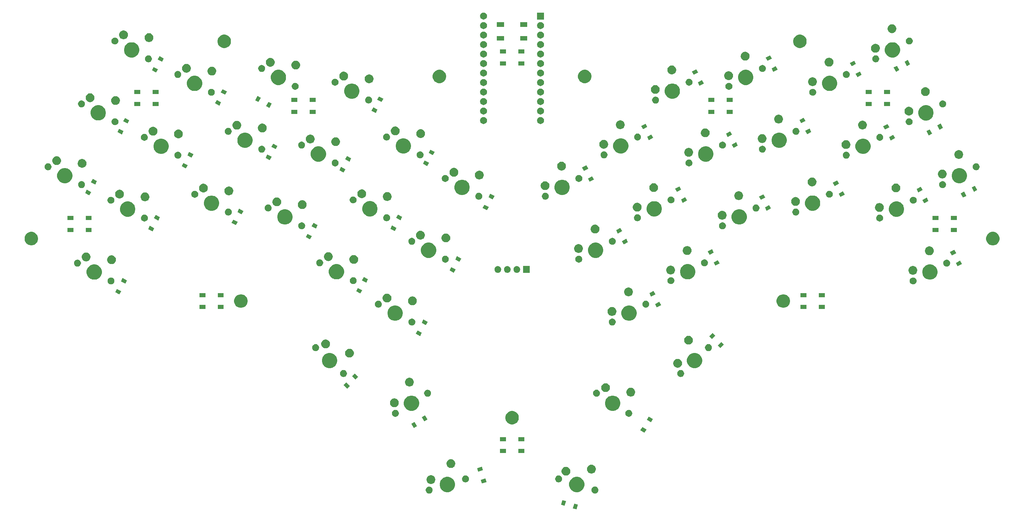
<source format=gbs>
G04 #@! TF.GenerationSoftware,KiCad,Pcbnew,5.1.5-52549c5~86~ubuntu18.04.1*
G04 #@! TF.CreationDate,2020-04-17T17:36:02+02:00*
G04 #@! TF.ProjectId,first-pcb,66697273-742d-4706-9362-2e6b69636164,0.1.1*
G04 #@! TF.SameCoordinates,Original*
G04 #@! TF.FileFunction,Soldermask,Bot*
G04 #@! TF.FilePolarity,Negative*
%FSLAX46Y46*%
G04 Gerber Fmt 4.6, Leading zero omitted, Abs format (unit mm)*
G04 Created by KiCad (PCBNEW 5.1.5-52549c5~86~ubuntu18.04.1) date 2020-04-17 17:36:02*
%MOMM*%
%LPD*%
G04 APERTURE LIST*
%ADD10C,0.100000*%
G04 APERTURE END LIST*
D10*
G36*
X165830640Y-168060241D02*
G01*
X165449972Y-169305350D01*
X164491754Y-169012393D01*
X164872422Y-167767284D01*
X165830640Y-168060241D01*
G37*
G36*
X162674834Y-167095415D02*
G01*
X162294166Y-168340524D01*
X161335948Y-168047567D01*
X161716616Y-166802458D01*
X162674834Y-167095415D01*
G37*
G36*
X126341783Y-163243984D02*
G01*
X126510305Y-163313788D01*
X126661970Y-163415127D01*
X126790951Y-163544108D01*
X126892290Y-163695773D01*
X126962094Y-163864295D01*
X126997679Y-164043196D01*
X126997679Y-164225602D01*
X126962094Y-164404503D01*
X126892290Y-164573025D01*
X126790951Y-164724690D01*
X126661970Y-164853671D01*
X126510305Y-164955010D01*
X126341783Y-165024814D01*
X126162882Y-165060399D01*
X125980476Y-165060399D01*
X125801575Y-165024814D01*
X125633053Y-164955010D01*
X125481388Y-164853671D01*
X125352407Y-164724690D01*
X125251068Y-164573025D01*
X125181264Y-164404503D01*
X125145679Y-164225602D01*
X125145679Y-164043196D01*
X125181264Y-163864295D01*
X125251068Y-163695773D01*
X125352407Y-163544108D01*
X125481388Y-163415127D01*
X125633053Y-163313788D01*
X125801575Y-163243984D01*
X125980476Y-163208399D01*
X126162882Y-163208399D01*
X126341783Y-163243984D01*
G37*
G36*
X170669367Y-163237891D02*
G01*
X170837889Y-163307695D01*
X170989554Y-163409034D01*
X171118535Y-163538015D01*
X171219874Y-163689680D01*
X171289678Y-163858202D01*
X171325263Y-164037103D01*
X171325263Y-164219509D01*
X171289678Y-164398410D01*
X171219874Y-164566932D01*
X171118535Y-164718597D01*
X170989554Y-164847578D01*
X170837889Y-164948917D01*
X170669367Y-165018721D01*
X170490466Y-165054306D01*
X170308060Y-165054306D01*
X170129159Y-165018721D01*
X169960637Y-164948917D01*
X169808972Y-164847578D01*
X169679991Y-164718597D01*
X169578652Y-164566932D01*
X169508848Y-164398410D01*
X169473263Y-164219509D01*
X169473263Y-164037103D01*
X169508848Y-163858202D01*
X169578652Y-163689680D01*
X169679991Y-163538015D01*
X169808972Y-163409034D01*
X169960637Y-163307695D01*
X170129159Y-163237891D01*
X170308060Y-163202306D01*
X170490466Y-163202306D01*
X170669367Y-163237891D01*
G37*
G36*
X131526181Y-160682835D02*
G01*
X131628647Y-160725278D01*
X131898330Y-160836984D01*
X132233255Y-161060774D01*
X132518084Y-161345603D01*
X132741874Y-161680528D01*
X132772387Y-161754193D01*
X132896023Y-162052677D01*
X132974607Y-162447745D01*
X132974607Y-162850557D01*
X132896023Y-163245625D01*
X132867789Y-163313788D01*
X132741874Y-163617774D01*
X132518084Y-163952699D01*
X132233255Y-164237528D01*
X131898330Y-164461318D01*
X131744181Y-164525168D01*
X131526181Y-164615467D01*
X131131113Y-164694051D01*
X130728301Y-164694051D01*
X130333233Y-164615467D01*
X130115233Y-164525168D01*
X129961084Y-164461318D01*
X129626159Y-164237528D01*
X129341330Y-163952699D01*
X129117540Y-163617774D01*
X128991625Y-163313788D01*
X128963391Y-163245625D01*
X128884807Y-162850557D01*
X128884807Y-162447745D01*
X128963391Y-162052677D01*
X129087027Y-161754193D01*
X129117540Y-161680528D01*
X129341330Y-161345603D01*
X129626159Y-161060774D01*
X129961084Y-160836984D01*
X130230767Y-160725278D01*
X130333233Y-160682835D01*
X130728301Y-160604251D01*
X131131113Y-160604251D01*
X131526181Y-160682835D01*
G37*
G36*
X166137709Y-160676742D02*
G01*
X166355709Y-160767041D01*
X166509858Y-160830891D01*
X166844783Y-161054681D01*
X167129612Y-161339510D01*
X167353402Y-161674435D01*
X167386439Y-161754194D01*
X167507551Y-162046584D01*
X167586135Y-162441652D01*
X167586135Y-162844464D01*
X167507551Y-163239532D01*
X167479317Y-163307695D01*
X167353402Y-163611681D01*
X167129612Y-163946606D01*
X166844783Y-164231435D01*
X166509858Y-164455225D01*
X166355709Y-164519075D01*
X166137709Y-164609374D01*
X165742641Y-164687958D01*
X165339829Y-164687958D01*
X164944761Y-164609374D01*
X164726761Y-164519075D01*
X164572612Y-164455225D01*
X164237687Y-164231435D01*
X163952858Y-163946606D01*
X163729068Y-163611681D01*
X163603153Y-163307695D01*
X163574919Y-163239532D01*
X163496335Y-162844464D01*
X163496335Y-162441652D01*
X163574919Y-162046584D01*
X163696031Y-161754194D01*
X163729068Y-161674435D01*
X163952858Y-161339510D01*
X164237687Y-161054681D01*
X164572612Y-160830891D01*
X164726761Y-160767041D01*
X164944761Y-160676742D01*
X165339829Y-160598158D01*
X165742641Y-160598158D01*
X166137709Y-160676742D01*
G37*
G36*
X126735122Y-160173137D02*
G01*
X126886589Y-160203266D01*
X127100607Y-160291915D01*
X127100608Y-160291916D01*
X127293216Y-160420612D01*
X127457023Y-160584419D01*
X127522782Y-160682835D01*
X127585720Y-160777028D01*
X127674369Y-160991046D01*
X127719562Y-161218247D01*
X127719562Y-161449899D01*
X127674369Y-161677100D01*
X127585720Y-161891118D01*
X127585719Y-161891119D01*
X127457023Y-162083727D01*
X127293216Y-162247534D01*
X127164811Y-162333331D01*
X127100607Y-162376231D01*
X126886589Y-162464880D01*
X126735122Y-162495009D01*
X126659389Y-162510073D01*
X126427735Y-162510073D01*
X126352002Y-162495009D01*
X126200535Y-162464880D01*
X125986517Y-162376231D01*
X125922313Y-162333331D01*
X125793908Y-162247534D01*
X125630101Y-162083727D01*
X125501405Y-161891119D01*
X125501404Y-161891118D01*
X125412755Y-161677100D01*
X125367562Y-161449899D01*
X125367562Y-161218247D01*
X125412755Y-160991046D01*
X125501404Y-160777028D01*
X125564342Y-160682835D01*
X125630101Y-160584419D01*
X125793908Y-160420612D01*
X125986516Y-160291916D01*
X125986517Y-160291915D01*
X126200535Y-160203266D01*
X126352002Y-160173137D01*
X126427735Y-160158073D01*
X126659389Y-160158073D01*
X126735122Y-160173137D01*
G37*
G36*
X141405248Y-161991209D02*
G01*
X140160139Y-162371877D01*
X139867182Y-161413659D01*
X141112291Y-161032991D01*
X141405248Y-161991209D01*
G37*
G36*
X136057839Y-160273488D02*
G01*
X136226361Y-160343292D01*
X136378026Y-160444631D01*
X136507007Y-160573612D01*
X136608346Y-160725277D01*
X136678150Y-160893799D01*
X136713735Y-161072700D01*
X136713735Y-161255106D01*
X136678150Y-161434007D01*
X136608346Y-161602529D01*
X136507007Y-161754194D01*
X136378026Y-161883175D01*
X136226361Y-161984514D01*
X136057839Y-162054318D01*
X135878938Y-162089903D01*
X135696532Y-162089903D01*
X135517631Y-162054318D01*
X135349109Y-161984514D01*
X135197444Y-161883175D01*
X135068463Y-161754194D01*
X134967124Y-161602529D01*
X134897320Y-161434007D01*
X134861735Y-161255106D01*
X134861735Y-161072700D01*
X134897320Y-160893799D01*
X134967124Y-160725277D01*
X135068463Y-160573612D01*
X135197444Y-160444631D01*
X135349109Y-160343292D01*
X135517631Y-160273488D01*
X135696532Y-160237903D01*
X135878938Y-160237903D01*
X136057839Y-160273488D01*
G37*
G36*
X160953311Y-160267395D02*
G01*
X161121833Y-160337199D01*
X161273498Y-160438538D01*
X161402479Y-160567519D01*
X161503818Y-160719184D01*
X161573622Y-160887706D01*
X161609207Y-161066607D01*
X161609207Y-161249013D01*
X161573622Y-161427914D01*
X161503818Y-161596436D01*
X161402479Y-161748101D01*
X161273498Y-161877082D01*
X161121833Y-161978421D01*
X160953311Y-162048225D01*
X160774410Y-162083810D01*
X160592004Y-162083810D01*
X160413103Y-162048225D01*
X160244581Y-161978421D01*
X160092916Y-161877082D01*
X159963935Y-161748101D01*
X159862596Y-161596436D01*
X159792792Y-161427914D01*
X159757207Y-161249013D01*
X159757207Y-161066607D01*
X159792792Y-160887706D01*
X159862596Y-160719184D01*
X159963935Y-160567519D01*
X160092916Y-160438538D01*
X160244581Y-160337199D01*
X160413103Y-160267395D01*
X160592004Y-160231810D01*
X160774410Y-160231810D01*
X160953311Y-160267395D01*
G37*
G36*
X162831898Y-157939172D02*
G01*
X162983365Y-157969301D01*
X163197383Y-158057950D01*
X163197384Y-158057951D01*
X163389992Y-158186647D01*
X163553799Y-158350454D01*
X163639596Y-158478859D01*
X163682496Y-158543063D01*
X163771145Y-158757081D01*
X163816338Y-158984282D01*
X163816338Y-159215934D01*
X163771145Y-159443135D01*
X163682496Y-159657153D01*
X163682495Y-159657154D01*
X163553799Y-159849762D01*
X163389992Y-160013569D01*
X163261587Y-160099366D01*
X163197383Y-160142266D01*
X162983365Y-160230915D01*
X162831898Y-160261044D01*
X162756165Y-160276108D01*
X162524511Y-160276108D01*
X162448778Y-160261044D01*
X162297311Y-160230915D01*
X162083293Y-160142266D01*
X162019089Y-160099366D01*
X161890684Y-160013569D01*
X161726877Y-159849762D01*
X161598181Y-159657154D01*
X161598180Y-159657153D01*
X161509531Y-159443135D01*
X161464338Y-159215934D01*
X161464338Y-158984282D01*
X161509531Y-158757081D01*
X161598180Y-158543063D01*
X161641080Y-158478859D01*
X161726877Y-158350454D01*
X161890684Y-158186647D01*
X162083292Y-158057951D01*
X162083293Y-158057950D01*
X162297311Y-157969301D01*
X162448778Y-157939172D01*
X162524511Y-157924108D01*
X162756165Y-157924108D01*
X162831898Y-157939172D01*
G37*
G36*
X169647057Y-157366718D02*
G01*
X169798524Y-157396847D01*
X170012542Y-157485496D01*
X170012543Y-157485497D01*
X170205151Y-157614193D01*
X170368958Y-157778000D01*
X170382425Y-157798155D01*
X170497655Y-157970609D01*
X170586304Y-158184627D01*
X170631497Y-158411828D01*
X170631497Y-158643480D01*
X170586304Y-158870681D01*
X170497655Y-159084699D01*
X170497654Y-159084700D01*
X170368958Y-159277308D01*
X170205151Y-159441115D01*
X170076746Y-159526912D01*
X170012542Y-159569812D01*
X169798524Y-159658461D01*
X169647057Y-159688590D01*
X169571324Y-159703654D01*
X169339670Y-159703654D01*
X169263937Y-159688590D01*
X169112470Y-159658461D01*
X168898452Y-159569812D01*
X168834248Y-159526912D01*
X168705843Y-159441115D01*
X168542036Y-159277308D01*
X168413340Y-159084700D01*
X168413339Y-159084699D01*
X168324690Y-158870681D01*
X168279497Y-158643480D01*
X168279497Y-158411828D01*
X168324690Y-158184627D01*
X168413339Y-157970609D01*
X168528569Y-157798155D01*
X168542036Y-157778000D01*
X168705843Y-157614193D01*
X168898451Y-157485497D01*
X168898452Y-157485496D01*
X169112470Y-157396847D01*
X169263937Y-157366718D01*
X169339670Y-157351654D01*
X169571324Y-157351654D01*
X169647057Y-157366718D01*
G37*
G36*
X140440422Y-158835403D02*
G01*
X139195313Y-159216071D01*
X138902356Y-158257853D01*
X140147465Y-157877185D01*
X140440422Y-158835403D01*
G37*
G36*
X132065033Y-155887563D02*
G01*
X132216500Y-155917692D01*
X132430518Y-156006341D01*
X132430519Y-156006342D01*
X132623127Y-156135038D01*
X132786934Y-156298845D01*
X132872731Y-156427250D01*
X132915631Y-156491454D01*
X133004280Y-156705472D01*
X133049473Y-156932673D01*
X133049473Y-157164325D01*
X133004280Y-157391526D01*
X132915631Y-157605544D01*
X132872731Y-157669748D01*
X132786934Y-157798153D01*
X132623127Y-157961960D01*
X132494722Y-158047757D01*
X132430518Y-158090657D01*
X132216500Y-158179306D01*
X132065033Y-158209435D01*
X131989300Y-158224499D01*
X131757646Y-158224499D01*
X131681913Y-158209435D01*
X131530446Y-158179306D01*
X131316428Y-158090657D01*
X131252224Y-158047757D01*
X131123819Y-157961960D01*
X130960012Y-157798153D01*
X130874215Y-157669748D01*
X130831315Y-157605544D01*
X130742666Y-157391526D01*
X130697473Y-157164325D01*
X130697473Y-156932673D01*
X130742666Y-156705472D01*
X130831315Y-156491454D01*
X130874215Y-156427250D01*
X130960012Y-156298845D01*
X131123819Y-156135038D01*
X131316427Y-156006342D01*
X131316428Y-156006341D01*
X131530446Y-155917692D01*
X131681913Y-155887563D01*
X131757646Y-155872499D01*
X131989300Y-155872499D01*
X132065033Y-155887563D01*
G37*
G36*
X151482249Y-154264750D02*
G01*
X149880249Y-154264750D01*
X149880249Y-153162750D01*
X151482249Y-153162750D01*
X151482249Y-154264750D01*
G37*
G36*
X146582249Y-154264750D02*
G01*
X144980249Y-154264750D01*
X144980249Y-153162750D01*
X146582249Y-153162750D01*
X146582249Y-154264750D01*
G37*
G36*
X151482249Y-151064750D02*
G01*
X149880249Y-151064750D01*
X149880249Y-149962750D01*
X151482249Y-149962750D01*
X151482249Y-151064750D01*
G37*
G36*
X146582249Y-151064750D02*
G01*
X144980249Y-151064750D01*
X144980249Y-149962750D01*
X146582249Y-149962750D01*
X146582249Y-151064750D01*
G37*
G36*
X184163997Y-147942038D02*
G01*
X184163997Y-147942039D01*
X183633018Y-148791783D01*
X182528859Y-148101828D01*
X182528859Y-148101827D01*
X183059838Y-147252083D01*
X184163997Y-147942038D01*
G37*
G36*
X122855622Y-146997990D02*
G01*
X122005878Y-147528969D01*
X122005877Y-147528969D01*
X121315922Y-146424810D01*
X121402948Y-146370430D01*
X122165666Y-145893831D01*
X122165667Y-145893831D01*
X122855622Y-146997990D01*
G37*
G36*
X148760125Y-143042616D02*
G01*
X149087886Y-143178379D01*
X149382864Y-143375477D01*
X149633722Y-143626335D01*
X149830820Y-143921313D01*
X149966583Y-144249074D01*
X150035794Y-144597021D01*
X150035794Y-144951789D01*
X149966583Y-145299736D01*
X149830820Y-145627497D01*
X149633722Y-145922475D01*
X149382864Y-146173333D01*
X149087886Y-146370431D01*
X148760125Y-146506194D01*
X148412178Y-146575405D01*
X148057410Y-146575405D01*
X147709463Y-146506194D01*
X147381702Y-146370431D01*
X147086724Y-146173333D01*
X146835866Y-145922475D01*
X146638768Y-145627497D01*
X146503005Y-145299736D01*
X146433794Y-144951789D01*
X146433794Y-144597021D01*
X146503005Y-144249074D01*
X146638768Y-143921313D01*
X146835866Y-143626335D01*
X147086724Y-143375477D01*
X147381702Y-143178379D01*
X147709463Y-143042616D01*
X148057410Y-142973405D01*
X148412178Y-142973405D01*
X148760125Y-143042616D01*
G37*
G36*
X185912731Y-145143480D02*
G01*
X185912731Y-145143481D01*
X185381752Y-145993225D01*
X184277593Y-145303270D01*
X184277593Y-145303269D01*
X184808572Y-144453525D01*
X185912731Y-145143480D01*
G37*
G36*
X125296017Y-144676076D02*
G01*
X125654180Y-145249256D01*
X124804436Y-145780235D01*
X124804435Y-145780235D01*
X124114480Y-144676076D01*
X124240993Y-144597022D01*
X124964224Y-144145097D01*
X124964225Y-144145097D01*
X125296017Y-144676076D01*
G37*
G36*
X117297235Y-142721357D02*
G01*
X117465757Y-142791161D01*
X117617422Y-142892500D01*
X117746403Y-143021481D01*
X117847742Y-143173146D01*
X117917546Y-143341668D01*
X117953131Y-143520569D01*
X117953131Y-143702975D01*
X117917546Y-143881876D01*
X117847742Y-144050398D01*
X117746403Y-144202063D01*
X117617422Y-144331044D01*
X117465757Y-144432383D01*
X117297235Y-144502187D01*
X117118334Y-144537772D01*
X116935928Y-144537772D01*
X116757027Y-144502187D01*
X116588505Y-144432383D01*
X116436840Y-144331044D01*
X116307859Y-144202063D01*
X116206520Y-144050398D01*
X116136716Y-143881876D01*
X116101131Y-143702975D01*
X116101131Y-143520569D01*
X116136716Y-143341668D01*
X116206520Y-143173146D01*
X116307859Y-143021481D01*
X116436840Y-142892500D01*
X116588505Y-142791161D01*
X116757027Y-142721357D01*
X116935928Y-142685772D01*
X117118334Y-142685772D01*
X117297235Y-142721357D01*
G37*
G36*
X179709424Y-142714635D02*
G01*
X179877946Y-142784439D01*
X180029611Y-142885778D01*
X180158592Y-143014759D01*
X180259931Y-143166424D01*
X180329735Y-143334946D01*
X180365320Y-143513847D01*
X180365320Y-143696253D01*
X180329735Y-143875154D01*
X180259931Y-144043676D01*
X180158592Y-144195341D01*
X180029611Y-144324322D01*
X179877946Y-144425661D01*
X179709424Y-144495465D01*
X179530523Y-144531050D01*
X179348117Y-144531050D01*
X179169216Y-144495465D01*
X179000694Y-144425661D01*
X178849029Y-144324322D01*
X178720048Y-144195341D01*
X178618709Y-144043676D01*
X178548905Y-143875154D01*
X178513320Y-143696253D01*
X178513320Y-143513847D01*
X178548905Y-143334946D01*
X178618709Y-143166424D01*
X178720048Y-143014759D01*
X178849029Y-142885778D01*
X179000694Y-142784439D01*
X179169216Y-142714635D01*
X179348117Y-142679050D01*
X179530523Y-142679050D01*
X179709424Y-142714635D01*
G37*
G36*
X121931689Y-138953466D02*
G01*
X122149689Y-139043765D01*
X122303838Y-139107615D01*
X122638763Y-139331405D01*
X122923592Y-139616234D01*
X123147382Y-139951159D01*
X123147382Y-139951160D01*
X123301531Y-140323308D01*
X123380115Y-140718376D01*
X123380115Y-141121188D01*
X123301531Y-141516256D01*
X123294021Y-141534386D01*
X123147382Y-141888405D01*
X122923592Y-142223330D01*
X122638763Y-142508159D01*
X122303838Y-142731949D01*
X122177115Y-142784439D01*
X121931689Y-142886098D01*
X121536621Y-142964682D01*
X121133809Y-142964682D01*
X120738741Y-142886098D01*
X120493315Y-142784439D01*
X120366592Y-142731949D01*
X120031667Y-142508159D01*
X119746838Y-142223330D01*
X119523048Y-141888405D01*
X119376409Y-141534386D01*
X119368899Y-141516256D01*
X119290315Y-141121188D01*
X119290315Y-140718376D01*
X119368899Y-140323308D01*
X119523048Y-139951160D01*
X119523048Y-139951159D01*
X119746838Y-139616234D01*
X120031667Y-139331405D01*
X120366592Y-139107615D01*
X120520741Y-139043765D01*
X120738741Y-138953466D01*
X121133809Y-138874882D01*
X121536621Y-138874882D01*
X121931689Y-138953466D01*
G37*
G36*
X175727710Y-138946744D02*
G01*
X175945710Y-139037043D01*
X176099859Y-139100893D01*
X176434784Y-139324683D01*
X176719613Y-139609512D01*
X176943403Y-139944437D01*
X177007253Y-140098586D01*
X177097552Y-140316586D01*
X177176136Y-140711654D01*
X177176136Y-141114466D01*
X177097552Y-141509534D01*
X177087257Y-141534388D01*
X176943403Y-141881683D01*
X176719613Y-142216608D01*
X176434784Y-142501437D01*
X176099859Y-142725227D01*
X175956908Y-142784439D01*
X175727710Y-142879376D01*
X175332642Y-142957960D01*
X174929830Y-142957960D01*
X174534762Y-142879376D01*
X174305564Y-142784439D01*
X174162613Y-142725227D01*
X173827688Y-142501437D01*
X173542859Y-142216608D01*
X173319069Y-141881683D01*
X173175215Y-141534388D01*
X173164920Y-141509534D01*
X173086336Y-141114466D01*
X173086336Y-140711654D01*
X173164920Y-140316586D01*
X173255219Y-140098586D01*
X173319069Y-139944437D01*
X173542859Y-139609512D01*
X173827688Y-139324683D01*
X174162613Y-139100893D01*
X174316762Y-139037043D01*
X174534762Y-138946744D01*
X174929830Y-138868160D01*
X175332642Y-138868160D01*
X175727710Y-138946744D01*
G37*
G36*
X116949717Y-139623796D02*
G01*
X117101184Y-139653925D01*
X117315202Y-139742574D01*
X117315203Y-139742575D01*
X117507811Y-139871271D01*
X117671618Y-140035078D01*
X117757415Y-140163483D01*
X117800315Y-140227687D01*
X117888964Y-140441705D01*
X117934157Y-140668906D01*
X117934157Y-140900558D01*
X117888964Y-141127759D01*
X117800315Y-141341777D01*
X117800314Y-141341778D01*
X117671618Y-141534386D01*
X117507811Y-141698193D01*
X117379406Y-141783990D01*
X117315202Y-141826890D01*
X117101184Y-141915539D01*
X116949717Y-141945668D01*
X116873984Y-141960732D01*
X116642330Y-141960732D01*
X116566597Y-141945668D01*
X116415130Y-141915539D01*
X116201112Y-141826890D01*
X116136908Y-141783990D01*
X116008503Y-141698193D01*
X115844696Y-141534386D01*
X115716000Y-141341778D01*
X115715999Y-141341777D01*
X115627350Y-141127759D01*
X115582157Y-140900558D01*
X115582157Y-140668906D01*
X115627350Y-140441705D01*
X115715999Y-140227687D01*
X115758899Y-140163483D01*
X115844696Y-140035078D01*
X116008503Y-139871271D01*
X116201111Y-139742575D01*
X116201112Y-139742574D01*
X116415130Y-139653925D01*
X116566597Y-139623796D01*
X116642330Y-139608732D01*
X116873984Y-139608732D01*
X116949717Y-139623796D01*
G37*
G36*
X125913403Y-137337377D02*
G01*
X126081925Y-137407181D01*
X126233590Y-137508520D01*
X126362571Y-137637501D01*
X126463910Y-137789166D01*
X126533714Y-137957688D01*
X126569299Y-138136589D01*
X126569299Y-138318995D01*
X126533714Y-138497896D01*
X126463910Y-138666418D01*
X126362571Y-138818083D01*
X126233590Y-138947064D01*
X126081925Y-139048403D01*
X125913403Y-139118207D01*
X125734502Y-139153792D01*
X125552096Y-139153792D01*
X125373195Y-139118207D01*
X125204673Y-139048403D01*
X125053008Y-138947064D01*
X124924027Y-138818083D01*
X124822688Y-138666418D01*
X124752884Y-138497896D01*
X124717299Y-138318995D01*
X124717299Y-138136589D01*
X124752884Y-137957688D01*
X124822688Y-137789166D01*
X124924027Y-137637501D01*
X125053008Y-137508520D01*
X125204673Y-137407181D01*
X125373195Y-137337377D01*
X125552096Y-137301792D01*
X125734502Y-137301792D01*
X125913403Y-137337377D01*
G37*
G36*
X171093256Y-137330655D02*
G01*
X171261778Y-137400459D01*
X171413443Y-137501798D01*
X171542424Y-137630779D01*
X171643763Y-137782444D01*
X171713567Y-137950966D01*
X171749152Y-138129867D01*
X171749152Y-138312273D01*
X171713567Y-138491174D01*
X171643763Y-138659696D01*
X171542424Y-138811361D01*
X171413443Y-138940342D01*
X171261778Y-139041681D01*
X171093256Y-139111485D01*
X170914355Y-139147070D01*
X170731949Y-139147070D01*
X170553048Y-139111485D01*
X170384526Y-139041681D01*
X170232861Y-138940342D01*
X170103880Y-138811361D01*
X170002541Y-138659696D01*
X169932737Y-138491174D01*
X169897152Y-138312273D01*
X169897152Y-138129867D01*
X169932737Y-137950966D01*
X170002541Y-137782444D01*
X170103880Y-137630779D01*
X170232861Y-137501798D01*
X170384526Y-137400459D01*
X170553048Y-137330655D01*
X170731949Y-137295070D01*
X170914355Y-137295070D01*
X171093256Y-137330655D01*
G37*
G36*
X180168828Y-136790035D02*
G01*
X180320295Y-136820164D01*
X180534313Y-136908813D01*
X180534314Y-136908814D01*
X180726922Y-137037510D01*
X180890729Y-137201317D01*
X180957864Y-137301792D01*
X181019426Y-137393926D01*
X181108075Y-137607944D01*
X181108075Y-137607946D01*
X181144123Y-137789167D01*
X181153268Y-137835145D01*
X181153268Y-138066797D01*
X181108075Y-138293998D01*
X181019426Y-138508016D01*
X181019425Y-138508017D01*
X180890729Y-138700625D01*
X180726922Y-138864432D01*
X180711282Y-138874882D01*
X180534313Y-138993129D01*
X180320295Y-139081778D01*
X180190403Y-139107615D01*
X180093095Y-139126971D01*
X179861441Y-139126971D01*
X179764133Y-139107615D01*
X179634241Y-139081778D01*
X179420223Y-138993129D01*
X179243254Y-138874882D01*
X179227614Y-138864432D01*
X179063807Y-138700625D01*
X178935111Y-138508017D01*
X178935110Y-138508016D01*
X178846461Y-138293998D01*
X178801268Y-138066797D01*
X178801268Y-137835145D01*
X178810414Y-137789167D01*
X178846461Y-137607946D01*
X178846461Y-137607944D01*
X178935110Y-137393926D01*
X178996672Y-137301792D01*
X179063807Y-137201317D01*
X179227614Y-137037510D01*
X179420222Y-136908814D01*
X179420223Y-136908813D01*
X179634241Y-136820164D01*
X179785708Y-136790035D01*
X179861441Y-136774971D01*
X180093095Y-136774971D01*
X180168828Y-136790035D01*
G37*
G36*
X173437728Y-135579089D02*
G01*
X173589195Y-135609218D01*
X173803213Y-135697867D01*
X173803214Y-135697868D01*
X173995822Y-135826564D01*
X174159629Y-135990371D01*
X174176324Y-136015357D01*
X174288326Y-136182980D01*
X174376975Y-136396998D01*
X174422168Y-136624199D01*
X174422168Y-136855851D01*
X174376975Y-137083052D01*
X174288326Y-137297070D01*
X174288325Y-137297071D01*
X174159629Y-137489679D01*
X173995822Y-137653486D01*
X173867417Y-137739283D01*
X173803213Y-137782183D01*
X173589195Y-137870832D01*
X173437728Y-137900961D01*
X173361995Y-137916025D01*
X173130341Y-137916025D01*
X173054608Y-137900961D01*
X172903141Y-137870832D01*
X172689123Y-137782183D01*
X172624919Y-137739283D01*
X172496514Y-137653486D01*
X172332707Y-137489679D01*
X172204011Y-137297071D01*
X172204010Y-137297070D01*
X172115361Y-137083052D01*
X172070168Y-136855851D01*
X172070168Y-136624199D01*
X172115361Y-136396998D01*
X172204010Y-136182980D01*
X172316012Y-136015357D01*
X172332707Y-135990371D01*
X172496514Y-135826564D01*
X172689122Y-135697868D01*
X172689123Y-135697867D01*
X172903141Y-135609218D01*
X173054608Y-135579089D01*
X173130341Y-135564025D01*
X173361995Y-135564025D01*
X173437728Y-135579089D01*
G37*
G36*
X104839806Y-136262583D02*
G01*
X104156443Y-136995401D01*
X103204220Y-136107439D01*
X103887583Y-135374621D01*
X104839806Y-136262583D01*
G37*
G36*
X120988827Y-134104767D02*
G01*
X121140294Y-134134896D01*
X121354312Y-134223545D01*
X121354313Y-134223546D01*
X121546921Y-134352242D01*
X121710728Y-134516049D01*
X121754749Y-134581932D01*
X121839425Y-134708658D01*
X121928074Y-134922676D01*
X121973267Y-135149877D01*
X121973267Y-135381529D01*
X121928074Y-135608730D01*
X121839425Y-135822748D01*
X121839424Y-135822749D01*
X121710728Y-136015357D01*
X121546921Y-136179164D01*
X121422075Y-136262583D01*
X121354312Y-136307861D01*
X121140294Y-136396510D01*
X120988827Y-136426639D01*
X120913094Y-136441703D01*
X120681440Y-136441703D01*
X120605707Y-136426639D01*
X120454240Y-136396510D01*
X120240222Y-136307861D01*
X120172459Y-136262583D01*
X120047613Y-136179164D01*
X119883806Y-136015357D01*
X119755110Y-135822749D01*
X119755109Y-135822748D01*
X119666460Y-135608730D01*
X119621267Y-135381529D01*
X119621267Y-135149877D01*
X119666460Y-134922676D01*
X119755109Y-134708658D01*
X119839785Y-134581932D01*
X119883806Y-134516049D01*
X120047613Y-134352242D01*
X120240221Y-134223546D01*
X120240222Y-134223545D01*
X120454240Y-134134896D01*
X120605707Y-134104767D01*
X120681440Y-134089703D01*
X120913094Y-134089703D01*
X120988827Y-134104767D01*
G37*
G36*
X107090400Y-133849115D02*
G01*
X106407037Y-134581933D01*
X105454814Y-133693971D01*
X106138177Y-132961153D01*
X107090400Y-133849115D01*
G37*
G36*
X103418220Y-132068760D02*
G01*
X103586742Y-132138564D01*
X103738407Y-132239903D01*
X103867388Y-132368884D01*
X103968727Y-132520549D01*
X104038531Y-132689071D01*
X104074116Y-132867972D01*
X104074116Y-133050378D01*
X104038531Y-133229279D01*
X103968727Y-133397801D01*
X103867388Y-133549466D01*
X103738407Y-133678447D01*
X103586742Y-133779786D01*
X103418220Y-133849590D01*
X103239319Y-133885175D01*
X103056913Y-133885175D01*
X102878012Y-133849590D01*
X102709490Y-133779786D01*
X102557825Y-133678447D01*
X102428844Y-133549466D01*
X102327505Y-133397801D01*
X102257701Y-133229279D01*
X102222116Y-133050378D01*
X102222116Y-132867972D01*
X102257701Y-132689071D01*
X102327505Y-132520549D01*
X102428844Y-132368884D01*
X102557825Y-132239903D01*
X102709490Y-132138564D01*
X102878012Y-132068760D01*
X103056913Y-132033175D01*
X103239319Y-132033175D01*
X103418220Y-132068760D01*
G37*
G36*
X193585626Y-132068746D02*
G01*
X193754148Y-132138550D01*
X193905813Y-132239889D01*
X194034794Y-132368870D01*
X194136133Y-132520535D01*
X194205937Y-132689057D01*
X194241522Y-132867958D01*
X194241522Y-133050364D01*
X194205937Y-133229265D01*
X194136133Y-133397787D01*
X194034794Y-133549452D01*
X193905813Y-133678433D01*
X193754148Y-133779772D01*
X193585626Y-133849576D01*
X193406725Y-133885161D01*
X193224319Y-133885161D01*
X193045418Y-133849576D01*
X192876896Y-133779772D01*
X192725231Y-133678433D01*
X192596250Y-133549452D01*
X192494911Y-133397787D01*
X192425107Y-133229265D01*
X192389522Y-133050364D01*
X192389522Y-132867958D01*
X192425107Y-132689057D01*
X192494911Y-132520535D01*
X192596250Y-132368870D01*
X192725231Y-132239889D01*
X192876896Y-132138550D01*
X193045418Y-132068746D01*
X193224319Y-132033161D01*
X193406725Y-132033161D01*
X193585626Y-132068746D01*
G37*
G36*
X100029313Y-127528307D02*
G01*
X100247313Y-127618606D01*
X100401462Y-127682456D01*
X100736387Y-127906246D01*
X101021216Y-128191075D01*
X101245006Y-128526000D01*
X101293232Y-128642429D01*
X101399155Y-128898149D01*
X101477739Y-129293217D01*
X101477739Y-129696029D01*
X101399155Y-130091097D01*
X101387366Y-130119557D01*
X101245006Y-130463246D01*
X101021216Y-130798171D01*
X100736387Y-131083000D01*
X100401462Y-131306790D01*
X100258055Y-131366191D01*
X100029313Y-131460939D01*
X99634245Y-131539523D01*
X99231433Y-131539523D01*
X98836365Y-131460939D01*
X98607623Y-131366191D01*
X98464216Y-131306790D01*
X98129291Y-131083000D01*
X97844462Y-130798171D01*
X97620672Y-130463246D01*
X97478312Y-130119557D01*
X97466523Y-130091097D01*
X97387939Y-129696029D01*
X97387939Y-129293217D01*
X97466523Y-128898149D01*
X97572446Y-128642429D01*
X97620672Y-128526000D01*
X97844462Y-128191075D01*
X98129291Y-127906246D01*
X98464216Y-127682456D01*
X98618365Y-127618606D01*
X98836365Y-127528307D01*
X99231433Y-127449723D01*
X99634245Y-127449723D01*
X100029313Y-127528307D01*
G37*
G36*
X197627273Y-127528293D02*
G01*
X197845273Y-127618592D01*
X197999422Y-127682442D01*
X198334347Y-127906232D01*
X198619176Y-128191061D01*
X198842966Y-128525986D01*
X198891198Y-128642429D01*
X198997115Y-128898135D01*
X199075699Y-129293203D01*
X199075699Y-129696015D01*
X198997115Y-130091083D01*
X198985320Y-130119558D01*
X198842966Y-130463232D01*
X198619176Y-130798157D01*
X198334347Y-131082986D01*
X197999422Y-131306776D01*
X197855981Y-131366191D01*
X197627273Y-131460925D01*
X197232205Y-131539509D01*
X196829393Y-131539509D01*
X196434325Y-131460925D01*
X196205617Y-131366191D01*
X196062176Y-131306776D01*
X195727251Y-131082986D01*
X195442422Y-130798157D01*
X195218632Y-130463232D01*
X195076278Y-130119558D01*
X195064483Y-130091083D01*
X194985899Y-129696015D01*
X194985899Y-129293203D01*
X195064483Y-128898135D01*
X195170400Y-128642429D01*
X195218632Y-128525986D01*
X195442422Y-128191061D01*
X195727251Y-127906232D01*
X196062176Y-127682442D01*
X196216325Y-127618592D01*
X196434325Y-127528293D01*
X196829393Y-127449709D01*
X197232205Y-127449709D01*
X197627273Y-127528293D01*
G37*
G36*
X192703626Y-129074448D02*
G01*
X192855093Y-129104577D01*
X193069111Y-129193226D01*
X193069112Y-129193227D01*
X193261720Y-129321923D01*
X193425527Y-129485730D01*
X193511324Y-129614135D01*
X193554224Y-129678339D01*
X193642873Y-129892357D01*
X193688066Y-130119558D01*
X193688066Y-130351210D01*
X193642873Y-130578411D01*
X193554224Y-130792429D01*
X193550388Y-130798170D01*
X193425527Y-130985038D01*
X193261720Y-131148845D01*
X193133315Y-131234642D01*
X193069111Y-131277542D01*
X192855093Y-131366191D01*
X192703626Y-131396320D01*
X192627893Y-131411384D01*
X192396239Y-131411384D01*
X192320506Y-131396320D01*
X192169039Y-131366191D01*
X191955021Y-131277542D01*
X191890817Y-131234642D01*
X191762412Y-131148845D01*
X191598605Y-130985038D01*
X191473744Y-130798170D01*
X191469908Y-130792429D01*
X191381259Y-130578411D01*
X191336066Y-130351210D01*
X191336066Y-130119558D01*
X191381259Y-129892357D01*
X191469908Y-129678339D01*
X191512808Y-129614135D01*
X191598605Y-129485730D01*
X191762412Y-129321923D01*
X191955020Y-129193227D01*
X191955021Y-129193226D01*
X192169039Y-129104577D01*
X192320506Y-129074448D01*
X192396239Y-129059384D01*
X192627893Y-129059384D01*
X192703626Y-129074448D01*
G37*
G36*
X104946589Y-126350686D02*
G01*
X105098056Y-126380815D01*
X105312074Y-126469464D01*
X105312075Y-126469465D01*
X105504683Y-126598161D01*
X105668490Y-126761968D01*
X105754287Y-126890373D01*
X105797187Y-126954577D01*
X105885836Y-127168595D01*
X105931029Y-127395796D01*
X105931029Y-127627448D01*
X105885836Y-127854649D01*
X105797187Y-128068667D01*
X105797186Y-128068668D01*
X105668490Y-128261276D01*
X105504683Y-128425083D01*
X105376278Y-128510880D01*
X105312074Y-128553780D01*
X105098056Y-128642429D01*
X104946589Y-128672558D01*
X104870856Y-128687622D01*
X104639202Y-128687622D01*
X104563469Y-128672558D01*
X104412002Y-128642429D01*
X104197984Y-128553780D01*
X104133780Y-128510880D01*
X104005375Y-128425083D01*
X103841568Y-128261276D01*
X103712872Y-128068668D01*
X103712871Y-128068667D01*
X103624222Y-127854649D01*
X103579029Y-127627448D01*
X103579029Y-127395796D01*
X103624222Y-127168595D01*
X103712871Y-126954577D01*
X103755771Y-126890373D01*
X103841568Y-126761968D01*
X104005375Y-126598161D01*
X104197983Y-126469465D01*
X104197984Y-126469464D01*
X104412002Y-126380815D01*
X104563469Y-126350686D01*
X104639202Y-126335622D01*
X104870856Y-126335622D01*
X104946589Y-126350686D01*
G37*
G36*
X95987666Y-125139656D02*
G01*
X96156188Y-125209460D01*
X96307853Y-125310799D01*
X96436834Y-125439780D01*
X96538173Y-125591445D01*
X96607977Y-125759967D01*
X96643562Y-125938868D01*
X96643562Y-126121274D01*
X96607977Y-126300175D01*
X96538173Y-126468697D01*
X96436834Y-126620362D01*
X96307853Y-126749343D01*
X96156188Y-126850682D01*
X95987666Y-126920486D01*
X95808765Y-126956071D01*
X95626359Y-126956071D01*
X95447458Y-126920486D01*
X95278936Y-126850682D01*
X95127271Y-126749343D01*
X94998290Y-126620362D01*
X94896951Y-126468697D01*
X94827147Y-126300175D01*
X94791562Y-126121274D01*
X94791562Y-125938868D01*
X94827147Y-125759967D01*
X94896951Y-125591445D01*
X94998290Y-125439780D01*
X95127271Y-125310799D01*
X95278936Y-125209460D01*
X95447458Y-125139656D01*
X95626359Y-125104071D01*
X95808765Y-125104071D01*
X95987666Y-125139656D01*
G37*
G36*
X201016180Y-125139642D02*
G01*
X201184702Y-125209446D01*
X201336367Y-125310785D01*
X201465348Y-125439766D01*
X201566687Y-125591431D01*
X201636491Y-125759953D01*
X201672076Y-125938854D01*
X201672076Y-126121260D01*
X201636491Y-126300161D01*
X201566687Y-126468683D01*
X201465348Y-126620348D01*
X201336367Y-126749329D01*
X201184702Y-126850668D01*
X201016180Y-126920472D01*
X200837279Y-126956057D01*
X200654873Y-126956057D01*
X200475972Y-126920472D01*
X200307450Y-126850668D01*
X200155785Y-126749329D01*
X200026804Y-126620348D01*
X199925465Y-126468683D01*
X199855661Y-126300161D01*
X199820076Y-126121260D01*
X199820076Y-125938854D01*
X199855661Y-125759953D01*
X199925465Y-125591431D01*
X200026804Y-125439766D01*
X200155785Y-125310785D01*
X200307450Y-125209446D01*
X200475972Y-125139642D01*
X200654873Y-125104057D01*
X200837279Y-125104057D01*
X201016180Y-125139642D01*
G37*
G36*
X98570217Y-123877635D02*
G01*
X98721684Y-123907764D01*
X98935702Y-123996413D01*
X98935703Y-123996414D01*
X99128311Y-124125110D01*
X99292118Y-124288917D01*
X99359713Y-124390081D01*
X99420815Y-124481526D01*
X99509464Y-124695544D01*
X99554657Y-124922745D01*
X99554657Y-125154397D01*
X99509464Y-125381598D01*
X99420815Y-125595616D01*
X99420814Y-125595617D01*
X99292118Y-125788225D01*
X99128311Y-125952032D01*
X98999906Y-126037829D01*
X98935702Y-126080729D01*
X98721684Y-126169378D01*
X98570217Y-126199507D01*
X98494484Y-126214571D01*
X98262830Y-126214571D01*
X98187097Y-126199507D01*
X98035630Y-126169378D01*
X97821612Y-126080729D01*
X97757408Y-126037829D01*
X97629003Y-125952032D01*
X97465196Y-125788225D01*
X97336500Y-125595617D01*
X97336499Y-125595616D01*
X97247850Y-125381598D01*
X97202657Y-125154397D01*
X97202657Y-124922745D01*
X97247850Y-124695544D01*
X97336499Y-124481526D01*
X97397601Y-124390081D01*
X97465196Y-124288917D01*
X97629003Y-124125110D01*
X97821611Y-123996414D01*
X97821612Y-123996413D01*
X98035630Y-123907764D01*
X98187097Y-123877635D01*
X98262830Y-123862571D01*
X98494484Y-123862571D01*
X98570217Y-123877635D01*
G37*
G36*
X204856322Y-125264768D02*
G01*
X203904099Y-126152730D01*
X203220736Y-125419912D01*
X204172959Y-124531950D01*
X204856322Y-125264768D01*
G37*
G36*
X195615446Y-122886120D02*
G01*
X195766913Y-122916249D01*
X195980931Y-123004898D01*
X195983246Y-123006445D01*
X196173540Y-123133595D01*
X196337347Y-123297402D01*
X196423144Y-123425807D01*
X196466044Y-123490011D01*
X196554693Y-123704029D01*
X196599886Y-123931230D01*
X196599886Y-124162882D01*
X196554693Y-124390083D01*
X196466044Y-124604101D01*
X196466043Y-124604102D01*
X196337347Y-124796710D01*
X196173540Y-124960517D01*
X196045135Y-125046314D01*
X195980931Y-125089214D01*
X195766913Y-125177863D01*
X195615446Y-125207992D01*
X195539713Y-125223056D01*
X195308059Y-125223056D01*
X195232326Y-125207992D01*
X195080859Y-125177863D01*
X194866841Y-125089214D01*
X194802637Y-125046314D01*
X194674232Y-124960517D01*
X194510425Y-124796710D01*
X194381729Y-124604102D01*
X194381728Y-124604101D01*
X194293079Y-124390083D01*
X194247886Y-124162882D01*
X194247886Y-123931230D01*
X194293079Y-123704029D01*
X194381728Y-123490011D01*
X194424628Y-123425807D01*
X194510425Y-123297402D01*
X194674232Y-123133595D01*
X194864526Y-123006445D01*
X194866841Y-123004898D01*
X195080859Y-122916249D01*
X195232326Y-122886120D01*
X195308059Y-122871056D01*
X195539713Y-122871056D01*
X195615446Y-122886120D01*
G37*
G36*
X202605728Y-122851300D02*
G01*
X201653505Y-123739262D01*
X200970142Y-123006444D01*
X201922365Y-122118482D01*
X202605728Y-122851300D01*
G37*
G36*
X124117568Y-122057916D02*
G01*
X123647158Y-122942630D01*
X122497560Y-122331378D01*
X122967970Y-121446664D01*
X124117568Y-122057916D01*
G37*
G36*
X175292027Y-118304868D02*
G01*
X175460549Y-118374672D01*
X175612214Y-118476011D01*
X175741195Y-118604992D01*
X175842534Y-118756657D01*
X175912338Y-118925179D01*
X175947923Y-119104080D01*
X175947923Y-119286486D01*
X175912338Y-119465387D01*
X175842534Y-119633909D01*
X175741195Y-119785574D01*
X175612214Y-119914555D01*
X175460549Y-120015894D01*
X175292027Y-120085698D01*
X175113126Y-120121283D01*
X174930720Y-120121283D01*
X174751819Y-120085698D01*
X174583297Y-120015894D01*
X174431632Y-119914555D01*
X174302651Y-119785574D01*
X174201312Y-119633909D01*
X174131508Y-119465387D01*
X174095923Y-119286486D01*
X174095923Y-119104080D01*
X174131508Y-118925179D01*
X174201312Y-118756657D01*
X174302651Y-118604992D01*
X174431632Y-118476011D01*
X174583297Y-118374672D01*
X174751819Y-118304868D01*
X174930720Y-118269283D01*
X175113126Y-118269283D01*
X175292027Y-118304868D01*
G37*
G36*
X121720692Y-118304284D02*
G01*
X121889214Y-118374088D01*
X122040879Y-118475427D01*
X122169860Y-118604408D01*
X122271199Y-118756073D01*
X122341003Y-118924595D01*
X122376588Y-119103496D01*
X122376588Y-119285902D01*
X122341003Y-119464803D01*
X122271199Y-119633325D01*
X122169860Y-119784990D01*
X122040879Y-119913971D01*
X121889214Y-120015310D01*
X121720692Y-120085114D01*
X121541791Y-120120699D01*
X121359385Y-120120699D01*
X121180484Y-120085114D01*
X121011962Y-120015310D01*
X120860297Y-119913971D01*
X120731316Y-119784990D01*
X120629977Y-119633325D01*
X120560173Y-119464803D01*
X120524588Y-119285902D01*
X120524588Y-119103496D01*
X120560173Y-118924595D01*
X120629977Y-118756073D01*
X120731316Y-118604408D01*
X120860297Y-118475427D01*
X121011962Y-118374088D01*
X121180484Y-118304284D01*
X121359385Y-118268699D01*
X121541791Y-118268699D01*
X121720692Y-118304284D01*
G37*
G36*
X125666824Y-119144188D02*
G01*
X125196414Y-120028902D01*
X124046816Y-119417650D01*
X124517226Y-118532936D01*
X125666824Y-119144188D01*
G37*
G36*
X180103771Y-114844051D02*
G01*
X180321771Y-114934350D01*
X180475920Y-114998200D01*
X180810845Y-115221990D01*
X181095674Y-115506819D01*
X181319464Y-115841744D01*
X181319464Y-115841745D01*
X181473613Y-116213893D01*
X181552197Y-116608961D01*
X181552197Y-117011773D01*
X181473613Y-117406841D01*
X181440338Y-117487174D01*
X181319464Y-117778990D01*
X181095674Y-118113915D01*
X180810845Y-118398744D01*
X180475920Y-118622534D01*
X180321771Y-118686384D01*
X180103771Y-118776683D01*
X179708703Y-118855267D01*
X179305891Y-118855267D01*
X178910823Y-118776683D01*
X178692823Y-118686384D01*
X178538674Y-118622534D01*
X178203749Y-118398744D01*
X177918920Y-118113915D01*
X177695130Y-117778990D01*
X177574256Y-117487174D01*
X177540981Y-117406841D01*
X177462397Y-117011773D01*
X177462397Y-116608961D01*
X177540981Y-116213893D01*
X177695130Y-115841745D01*
X177695130Y-115841744D01*
X177918920Y-115506819D01*
X178203749Y-115221990D01*
X178538674Y-114998200D01*
X178692823Y-114934350D01*
X178910823Y-114844051D01*
X179305891Y-114765467D01*
X179708703Y-114765467D01*
X180103771Y-114844051D01*
G37*
G36*
X117561688Y-114843467D02*
G01*
X117779688Y-114933766D01*
X117933837Y-114997616D01*
X118268762Y-115221406D01*
X118553591Y-115506235D01*
X118777381Y-115841160D01*
X118777623Y-115841745D01*
X118931530Y-116213309D01*
X119010114Y-116608377D01*
X119010114Y-117011189D01*
X118931530Y-117406257D01*
X118898013Y-117487174D01*
X118777381Y-117778406D01*
X118553591Y-118113331D01*
X118268762Y-118398160D01*
X117933837Y-118621950D01*
X117779688Y-118685800D01*
X117561688Y-118776099D01*
X117166620Y-118854683D01*
X116763808Y-118854683D01*
X116368740Y-118776099D01*
X116150740Y-118685800D01*
X115996591Y-118621950D01*
X115661666Y-118398160D01*
X115376837Y-118113331D01*
X115153047Y-117778406D01*
X115032415Y-117487174D01*
X114998898Y-117406257D01*
X114920314Y-117011189D01*
X114920314Y-116608377D01*
X114998898Y-116213309D01*
X115152805Y-115841745D01*
X115153047Y-115841160D01*
X115376837Y-115506235D01*
X115661666Y-115221406D01*
X115996591Y-114997616D01*
X116150740Y-114933766D01*
X116368740Y-114843467D01*
X116763808Y-114764883D01*
X117166620Y-114764883D01*
X117561688Y-114843467D01*
G37*
G36*
X175142369Y-115195431D02*
G01*
X175293836Y-115225560D01*
X175507854Y-115314209D01*
X175562716Y-115350867D01*
X175700463Y-115442906D01*
X175864270Y-115606713D01*
X175944810Y-115727250D01*
X175992967Y-115799322D01*
X176081616Y-116013340D01*
X176081616Y-116013342D01*
X176121509Y-116213893D01*
X176126809Y-116240541D01*
X176126809Y-116472193D01*
X176081616Y-116699394D01*
X175992967Y-116913412D01*
X175992966Y-116913413D01*
X175864270Y-117106021D01*
X175700463Y-117269828D01*
X175572058Y-117355625D01*
X175507854Y-117398525D01*
X175293836Y-117487174D01*
X175142369Y-117517303D01*
X175066636Y-117532367D01*
X174834982Y-117532367D01*
X174759249Y-117517303D01*
X174607782Y-117487174D01*
X174393764Y-117398525D01*
X174329560Y-117355625D01*
X174201155Y-117269828D01*
X174037348Y-117106021D01*
X173908652Y-116913413D01*
X173908651Y-116913412D01*
X173820002Y-116699394D01*
X173774809Y-116472193D01*
X173774809Y-116240541D01*
X173780110Y-116213893D01*
X173820002Y-116013342D01*
X173820002Y-116013340D01*
X173908651Y-115799322D01*
X173956808Y-115727250D01*
X174037348Y-115606713D01*
X174201155Y-115442906D01*
X174338902Y-115350867D01*
X174393764Y-115314209D01*
X174607782Y-115225560D01*
X174759249Y-115195431D01*
X174834982Y-115180367D01*
X175066636Y-115180367D01*
X175142369Y-115195431D01*
G37*
G36*
X231850999Y-115737250D02*
G01*
X230248999Y-115737250D01*
X230248999Y-114635250D01*
X231850999Y-114635250D01*
X231850999Y-115737250D01*
G37*
G36*
X226950999Y-115737250D02*
G01*
X225348999Y-115737250D01*
X225348999Y-114635250D01*
X226950999Y-114635250D01*
X226950999Y-115737250D01*
G37*
G36*
X71129750Y-115727250D02*
G01*
X69527750Y-115727250D01*
X69527750Y-114625250D01*
X71129750Y-114625250D01*
X71129750Y-115727250D01*
G37*
G36*
X66229750Y-115727250D02*
G01*
X64627750Y-115727250D01*
X64627750Y-114625250D01*
X66229750Y-114625250D01*
X66229750Y-115727250D01*
G37*
G36*
X221280124Y-111852113D02*
G01*
X221607885Y-111987876D01*
X221902863Y-112184974D01*
X222153721Y-112435832D01*
X222350819Y-112730810D01*
X222486582Y-113058571D01*
X222555793Y-113406518D01*
X222555793Y-113761286D01*
X222486582Y-114109233D01*
X222350819Y-114436994D01*
X222153721Y-114731972D01*
X221902863Y-114982830D01*
X221607885Y-115179928D01*
X221280124Y-115315691D01*
X220932177Y-115384902D01*
X220577409Y-115384902D01*
X220229462Y-115315691D01*
X219901701Y-115179928D01*
X219606723Y-114982830D01*
X219355865Y-114731972D01*
X219158767Y-114436994D01*
X219023004Y-114109233D01*
X218953793Y-113761286D01*
X218953793Y-113406518D01*
X219023004Y-113058571D01*
X219158767Y-112730810D01*
X219355865Y-112435832D01*
X219606723Y-112184974D01*
X219901701Y-111987876D01*
X220229462Y-111852113D01*
X220577409Y-111782902D01*
X220932177Y-111782902D01*
X221280124Y-111852113D01*
G37*
G36*
X76239826Y-111852113D02*
G01*
X76567587Y-111987876D01*
X76862565Y-112184974D01*
X77113423Y-112435832D01*
X77310521Y-112730810D01*
X77446284Y-113058571D01*
X77515495Y-113406518D01*
X77515495Y-113761286D01*
X77446284Y-114109233D01*
X77310521Y-114436994D01*
X77113423Y-114731972D01*
X76862565Y-114982830D01*
X76567587Y-115179928D01*
X76239826Y-115315691D01*
X75891879Y-115384902D01*
X75537111Y-115384902D01*
X75189164Y-115315691D01*
X74861403Y-115179928D01*
X74566425Y-114982830D01*
X74315567Y-114731972D01*
X74118469Y-114436994D01*
X73982706Y-114109233D01*
X73913495Y-113761286D01*
X73913495Y-113406518D01*
X73982706Y-113058571D01*
X74118469Y-112730810D01*
X74315567Y-112435832D01*
X74566425Y-112184974D01*
X74861403Y-111987876D01*
X75189164Y-111852113D01*
X75537111Y-111782902D01*
X75891879Y-111782902D01*
X76239826Y-111852113D01*
G37*
G36*
X184262775Y-113535036D02*
G01*
X184431297Y-113604840D01*
X184582962Y-113706179D01*
X184711943Y-113835160D01*
X184813282Y-113986825D01*
X184883086Y-114155347D01*
X184918671Y-114334248D01*
X184918671Y-114516654D01*
X184883086Y-114695555D01*
X184813282Y-114864077D01*
X184711943Y-115015742D01*
X184582962Y-115144723D01*
X184431297Y-115246062D01*
X184262775Y-115315866D01*
X184083874Y-115351451D01*
X183901468Y-115351451D01*
X183722567Y-115315866D01*
X183554045Y-115246062D01*
X183402380Y-115144723D01*
X183273399Y-115015742D01*
X183172060Y-114864077D01*
X183102256Y-114695555D01*
X183066671Y-114516654D01*
X183066671Y-114334248D01*
X183102256Y-114155347D01*
X183172060Y-113986825D01*
X183273399Y-113835160D01*
X183402380Y-113706179D01*
X183554045Y-113604840D01*
X183722567Y-113535036D01*
X183901468Y-113499451D01*
X184083874Y-113499451D01*
X184262775Y-113535036D01*
G37*
G36*
X112749944Y-113534452D02*
G01*
X112918466Y-113604256D01*
X113070131Y-113705595D01*
X113199112Y-113834576D01*
X113300451Y-113986241D01*
X113370255Y-114154763D01*
X113405840Y-114333664D01*
X113405840Y-114516070D01*
X113370255Y-114694971D01*
X113300451Y-114863493D01*
X113199112Y-115015158D01*
X113070131Y-115144139D01*
X112918466Y-115245478D01*
X112749944Y-115315282D01*
X112571043Y-115350867D01*
X112388637Y-115350867D01*
X112209736Y-115315282D01*
X112041214Y-115245478D01*
X111889549Y-115144139D01*
X111760568Y-115015158D01*
X111659229Y-114863493D01*
X111589425Y-114694971D01*
X111553840Y-114516070D01*
X111553840Y-114333664D01*
X111589425Y-114154763D01*
X111659229Y-113986241D01*
X111760568Y-113834576D01*
X111889549Y-113705595D01*
X112041214Y-113604256D01*
X112209736Y-113534452D01*
X112388637Y-113498867D01*
X112571043Y-113498867D01*
X112749944Y-113534452D01*
G37*
G36*
X188100330Y-114677531D02*
G01*
X186950732Y-115288783D01*
X186480322Y-114404069D01*
X187629920Y-113792817D01*
X188100330Y-114677531D01*
G37*
G36*
X121784376Y-112355931D02*
G01*
X121935843Y-112386060D01*
X122149861Y-112474709D01*
X122149862Y-112474710D01*
X122342470Y-112603406D01*
X122506277Y-112767213D01*
X122591150Y-112894235D01*
X122634974Y-112959822D01*
X122723623Y-113173840D01*
X122768816Y-113401041D01*
X122768816Y-113632693D01*
X122723623Y-113859894D01*
X122634974Y-114073912D01*
X122592074Y-114138116D01*
X122506277Y-114266521D01*
X122342470Y-114430328D01*
X122214147Y-114516070D01*
X122149861Y-114559025D01*
X121935843Y-114647674D01*
X121785741Y-114677531D01*
X121708643Y-114692867D01*
X121476989Y-114692867D01*
X121399891Y-114677531D01*
X121249789Y-114647674D01*
X121035771Y-114559025D01*
X120971485Y-114516070D01*
X120843162Y-114430328D01*
X120679355Y-114266521D01*
X120593558Y-114138116D01*
X120550658Y-114073912D01*
X120462009Y-113859894D01*
X120416816Y-113632693D01*
X120416816Y-113401041D01*
X120462009Y-113173840D01*
X120550658Y-112959822D01*
X120594482Y-112894235D01*
X120679355Y-112767213D01*
X120843162Y-112603406D01*
X121035770Y-112474710D01*
X121035771Y-112474709D01*
X121249789Y-112386060D01*
X121401256Y-112355931D01*
X121476989Y-112340867D01*
X121708643Y-112340867D01*
X121784376Y-112355931D01*
G37*
G36*
X114985201Y-111617473D02*
G01*
X115136668Y-111647602D01*
X115350686Y-111736251D01*
X115350687Y-111736252D01*
X115543295Y-111864948D01*
X115707102Y-112028755D01*
X115792899Y-112157160D01*
X115835799Y-112221364D01*
X115924448Y-112435382D01*
X115969641Y-112662583D01*
X115969641Y-112894235D01*
X115924448Y-113121436D01*
X115835799Y-113335454D01*
X115835798Y-113335455D01*
X115707102Y-113528063D01*
X115543295Y-113691870D01*
X115439406Y-113761286D01*
X115350686Y-113820567D01*
X115136668Y-113909216D01*
X114985201Y-113939345D01*
X114909468Y-113954409D01*
X114677814Y-113954409D01*
X114602081Y-113939345D01*
X114450614Y-113909216D01*
X114236596Y-113820567D01*
X114147876Y-113761286D01*
X114043987Y-113691870D01*
X113880180Y-113528063D01*
X113751484Y-113335455D01*
X113751483Y-113335454D01*
X113662834Y-113121436D01*
X113617641Y-112894235D01*
X113617641Y-112662583D01*
X113662834Y-112435382D01*
X113751483Y-112221364D01*
X113794383Y-112157160D01*
X113880180Y-112028755D01*
X114043987Y-111864948D01*
X114236595Y-111736252D01*
X114236596Y-111736251D01*
X114450614Y-111647602D01*
X114602081Y-111617473D01*
X114677814Y-111602409D01*
X114909468Y-111602409D01*
X114985201Y-111617473D01*
G37*
G36*
X226950999Y-112537250D02*
G01*
X225348999Y-112537250D01*
X225348999Y-111435250D01*
X226950999Y-111435250D01*
X226950999Y-112537250D01*
G37*
G36*
X231850999Y-112537250D02*
G01*
X230248999Y-112537250D01*
X230248999Y-111435250D01*
X231850999Y-111435250D01*
X231850999Y-112537250D01*
G37*
G36*
X71129750Y-112527250D02*
G01*
X69527750Y-112527250D01*
X69527750Y-111425250D01*
X71129750Y-111425250D01*
X71129750Y-112527250D01*
G37*
G36*
X66229750Y-112527250D02*
G01*
X64627750Y-112527250D01*
X64627750Y-111425250D01*
X66229750Y-111425250D01*
X66229750Y-112527250D01*
G37*
G36*
X186551074Y-111763803D02*
G01*
X185401476Y-112375055D01*
X184931066Y-111490341D01*
X186080664Y-110879089D01*
X186551074Y-111763803D01*
G37*
G36*
X179556628Y-109971599D02*
G01*
X179708095Y-110001728D01*
X179922113Y-110090377D01*
X179922114Y-110090378D01*
X180114722Y-110219074D01*
X180278529Y-110382881D01*
X180364326Y-110511286D01*
X180407226Y-110575490D01*
X180495875Y-110789508D01*
X180541068Y-111016709D01*
X180541068Y-111248361D01*
X180495875Y-111475562D01*
X180407226Y-111689580D01*
X180407225Y-111689581D01*
X180278529Y-111882189D01*
X180114722Y-112045996D01*
X179986317Y-112131793D01*
X179922113Y-112174693D01*
X179708095Y-112263342D01*
X179556628Y-112293471D01*
X179480895Y-112308535D01*
X179249241Y-112308535D01*
X179173508Y-112293471D01*
X179022041Y-112263342D01*
X178808023Y-112174693D01*
X178743819Y-112131793D01*
X178615414Y-112045996D01*
X178451607Y-111882189D01*
X178322911Y-111689581D01*
X178322910Y-111689580D01*
X178234261Y-111475562D01*
X178189068Y-111248361D01*
X178189068Y-111016709D01*
X178234261Y-110789508D01*
X178322910Y-110575490D01*
X178365810Y-110511286D01*
X178451607Y-110382881D01*
X178615414Y-110219074D01*
X178808022Y-110090378D01*
X178808023Y-110090377D01*
X179022041Y-110001728D01*
X179173508Y-109971599D01*
X179249241Y-109956535D01*
X179480895Y-109956535D01*
X179556628Y-109971599D01*
G37*
G36*
X43719924Y-110953738D02*
G01*
X43249514Y-111838452D01*
X42099916Y-111227200D01*
X42570326Y-110342486D01*
X43719924Y-110953738D01*
G37*
G36*
X108153466Y-110692926D02*
G01*
X107683056Y-111577640D01*
X106533458Y-110966388D01*
X107003868Y-110081674D01*
X108153466Y-110692926D01*
G37*
G36*
X41263428Y-107312241D02*
G01*
X41431950Y-107382045D01*
X41583615Y-107483384D01*
X41712596Y-107612365D01*
X41813935Y-107764030D01*
X41883739Y-107932552D01*
X41919324Y-108111453D01*
X41919324Y-108293859D01*
X41883739Y-108472760D01*
X41813935Y-108641282D01*
X41712596Y-108792947D01*
X41583615Y-108921928D01*
X41431950Y-109023267D01*
X41263428Y-109093071D01*
X41084527Y-109128656D01*
X40902121Y-109128656D01*
X40723220Y-109093071D01*
X40554698Y-109023267D01*
X40403033Y-108921928D01*
X40274052Y-108792947D01*
X40172713Y-108641282D01*
X40102909Y-108472760D01*
X40067324Y-108293859D01*
X40067324Y-108111453D01*
X40102909Y-107932552D01*
X40172713Y-107764030D01*
X40274052Y-107612365D01*
X40403033Y-107483384D01*
X40554698Y-107382045D01*
X40723220Y-107312241D01*
X40902121Y-107276656D01*
X41084527Y-107276656D01*
X41263428Y-107312241D01*
G37*
G36*
X255750523Y-107311407D02*
G01*
X255919045Y-107381211D01*
X256070710Y-107482550D01*
X256199691Y-107611531D01*
X256301030Y-107763196D01*
X256370834Y-107931718D01*
X256406419Y-108110619D01*
X256406419Y-108293025D01*
X256370834Y-108471926D01*
X256301030Y-108640448D01*
X256199691Y-108792113D01*
X256070710Y-108921094D01*
X255919045Y-109022433D01*
X255750523Y-109092237D01*
X255571622Y-109127822D01*
X255389216Y-109127822D01*
X255210315Y-109092237D01*
X255041793Y-109022433D01*
X254890128Y-108921094D01*
X254761147Y-108792113D01*
X254659808Y-108640448D01*
X254590004Y-108471926D01*
X254554419Y-108293025D01*
X254554419Y-108110619D01*
X254590004Y-107931718D01*
X254659808Y-107763196D01*
X254761147Y-107611531D01*
X254890128Y-107482550D01*
X255041793Y-107381211D01*
X255210315Y-107311407D01*
X255389216Y-107275822D01*
X255571622Y-107275822D01*
X255750523Y-107311407D01*
G37*
G36*
X190980524Y-107231407D02*
G01*
X191149046Y-107301211D01*
X191300711Y-107402550D01*
X191429692Y-107531531D01*
X191531031Y-107683196D01*
X191600835Y-107851718D01*
X191636420Y-108030619D01*
X191636420Y-108213025D01*
X191600835Y-108391926D01*
X191531031Y-108560448D01*
X191429692Y-108712113D01*
X191300711Y-108841094D01*
X191149046Y-108942433D01*
X190980524Y-109012237D01*
X190801623Y-109047822D01*
X190619217Y-109047822D01*
X190440316Y-109012237D01*
X190271794Y-108942433D01*
X190120129Y-108841094D01*
X189991148Y-108712113D01*
X189889809Y-108560448D01*
X189820005Y-108391926D01*
X189784420Y-108213025D01*
X189784420Y-108030619D01*
X189820005Y-107851718D01*
X189889809Y-107683196D01*
X189991148Y-107531531D01*
X190120129Y-107402550D01*
X190271794Y-107301211D01*
X190440316Y-107231407D01*
X190619217Y-107195822D01*
X190801623Y-107195822D01*
X190980524Y-107231407D01*
G37*
G36*
X106033378Y-107230300D02*
G01*
X106201900Y-107300104D01*
X106353565Y-107401443D01*
X106482546Y-107530424D01*
X106583885Y-107682089D01*
X106653689Y-107850611D01*
X106689274Y-108029512D01*
X106689274Y-108211918D01*
X106653689Y-108390819D01*
X106583885Y-108559341D01*
X106482546Y-108711006D01*
X106353565Y-108839987D01*
X106201900Y-108941326D01*
X106033378Y-109011130D01*
X105854477Y-109046715D01*
X105672071Y-109046715D01*
X105493170Y-109011130D01*
X105324648Y-108941326D01*
X105172983Y-108839987D01*
X105044002Y-108711006D01*
X104942663Y-108559341D01*
X104872859Y-108390819D01*
X104837274Y-108211918D01*
X104837274Y-108029512D01*
X104872859Y-107850611D01*
X104942663Y-107682089D01*
X105044002Y-107530424D01*
X105172983Y-107401443D01*
X105324648Y-107300104D01*
X105493170Y-107230300D01*
X105672071Y-107194715D01*
X105854477Y-107194715D01*
X106033378Y-107230300D01*
G37*
G36*
X45269180Y-108040010D02*
G01*
X44798770Y-108924724D01*
X43649172Y-108313472D01*
X44119582Y-107428758D01*
X45269180Y-108040010D01*
G37*
G36*
X109702722Y-107779198D02*
G01*
X109232312Y-108663912D01*
X108082714Y-108052660D01*
X108553124Y-107167946D01*
X109702722Y-107779198D01*
G37*
G36*
X37104424Y-103851424D02*
G01*
X37278749Y-103923632D01*
X37476573Y-104005573D01*
X37811498Y-104229363D01*
X38096327Y-104514192D01*
X38320117Y-104849117D01*
X38357712Y-104939881D01*
X38474266Y-105221266D01*
X38552850Y-105616334D01*
X38552850Y-106019146D01*
X38474266Y-106414214D01*
X38441336Y-106493713D01*
X38320117Y-106786363D01*
X38096327Y-107121288D01*
X37811498Y-107406117D01*
X37476573Y-107629907D01*
X37350594Y-107682089D01*
X37104424Y-107784056D01*
X36709356Y-107862640D01*
X36306544Y-107862640D01*
X35911476Y-107784056D01*
X35665306Y-107682089D01*
X35539327Y-107629907D01*
X35204402Y-107406117D01*
X34919573Y-107121288D01*
X34695783Y-106786363D01*
X34574564Y-106493713D01*
X34541634Y-106414214D01*
X34463050Y-106019146D01*
X34463050Y-105616334D01*
X34541634Y-105221266D01*
X34658188Y-104939881D01*
X34695783Y-104849117D01*
X34919573Y-104514192D01*
X35204402Y-104229363D01*
X35539327Y-104005573D01*
X35737151Y-103923632D01*
X35911476Y-103851424D01*
X36306544Y-103772840D01*
X36709356Y-103772840D01*
X37104424Y-103851424D01*
G37*
G36*
X260562267Y-103850590D02*
G01*
X260741278Y-103924739D01*
X260934416Y-104004739D01*
X261269341Y-104228529D01*
X261554170Y-104513358D01*
X261777960Y-104848283D01*
X261815900Y-104939879D01*
X261932109Y-105220432D01*
X262010693Y-105615500D01*
X262010693Y-106018312D01*
X261932109Y-106413380D01*
X261931763Y-106414215D01*
X261777960Y-106785529D01*
X261554170Y-107120454D01*
X261269341Y-107405283D01*
X260934416Y-107629073D01*
X260806423Y-107682089D01*
X260562267Y-107783222D01*
X260167199Y-107861806D01*
X259764387Y-107861806D01*
X259369319Y-107783222D01*
X259125163Y-107682089D01*
X258997170Y-107629073D01*
X258662245Y-107405283D01*
X258377416Y-107120454D01*
X258153626Y-106785529D01*
X257999823Y-106414215D01*
X257999477Y-106413380D01*
X257920893Y-106018312D01*
X257920893Y-105615500D01*
X257999477Y-105220432D01*
X258115686Y-104939879D01*
X258153626Y-104848283D01*
X258377416Y-104513358D01*
X258662245Y-104228529D01*
X258997170Y-104004739D01*
X259190308Y-103924739D01*
X259369319Y-103850590D01*
X259764387Y-103772006D01*
X260167199Y-103772006D01*
X260562267Y-103850590D01*
G37*
G36*
X195792268Y-103770590D02*
G01*
X196010268Y-103860889D01*
X196164417Y-103924739D01*
X196499342Y-104148529D01*
X196784171Y-104433358D01*
X197007961Y-104768283D01*
X197071811Y-104922432D01*
X197162110Y-105140432D01*
X197240694Y-105535500D01*
X197240694Y-105938312D01*
X197162110Y-106333380D01*
X197128972Y-106413381D01*
X197007961Y-106705529D01*
X196784171Y-107040454D01*
X196499342Y-107325283D01*
X196164417Y-107549073D01*
X196013629Y-107611531D01*
X195792268Y-107703222D01*
X195397200Y-107781806D01*
X194994388Y-107781806D01*
X194599320Y-107703222D01*
X194377959Y-107611531D01*
X194227171Y-107549073D01*
X193892246Y-107325283D01*
X193607417Y-107040454D01*
X193383627Y-106705529D01*
X193262616Y-106413381D01*
X193229478Y-106333380D01*
X193150894Y-105938312D01*
X193150894Y-105535500D01*
X193229478Y-105140432D01*
X193319777Y-104922432D01*
X193383627Y-104768283D01*
X193607417Y-104433358D01*
X193892246Y-104148529D01*
X194227171Y-103924739D01*
X194381320Y-103860889D01*
X194599320Y-103770590D01*
X194994388Y-103692006D01*
X195397200Y-103692006D01*
X195792268Y-103770590D01*
G37*
G36*
X101874374Y-103769483D02*
G01*
X102070183Y-103850590D01*
X102246523Y-103923632D01*
X102581448Y-104147422D01*
X102866277Y-104432251D01*
X103090067Y-104767176D01*
X103123662Y-104848283D01*
X103244216Y-105139325D01*
X103322800Y-105534393D01*
X103322800Y-105937205D01*
X103244216Y-106332273D01*
X103214065Y-106405063D01*
X103090067Y-106704422D01*
X102866277Y-107039347D01*
X102581448Y-107324176D01*
X102246523Y-107547966D01*
X102093063Y-107611531D01*
X101874374Y-107702115D01*
X101479306Y-107780699D01*
X101076494Y-107780699D01*
X100681426Y-107702115D01*
X100462737Y-107611531D01*
X100309277Y-107547966D01*
X99974352Y-107324176D01*
X99689523Y-107039347D01*
X99465733Y-106704422D01*
X99341735Y-106405063D01*
X99311584Y-106332273D01*
X99233000Y-105937205D01*
X99233000Y-105534393D01*
X99311584Y-105139325D01*
X99432138Y-104848283D01*
X99465733Y-104767176D01*
X99689523Y-104432251D01*
X99974352Y-104147422D01*
X100309277Y-103923632D01*
X100485617Y-103850590D01*
X100681426Y-103769483D01*
X101076494Y-103690899D01*
X101479306Y-103690899D01*
X101874374Y-103769483D01*
G37*
G36*
X255600865Y-104201970D02*
G01*
X255752332Y-104232099D01*
X255966350Y-104320748D01*
X256022086Y-104357990D01*
X256158959Y-104449445D01*
X256322766Y-104613252D01*
X256380809Y-104700120D01*
X256451463Y-104805861D01*
X256540112Y-105019879D01*
X256543749Y-105038163D01*
X256580005Y-105220432D01*
X256585305Y-105247080D01*
X256585305Y-105478732D01*
X256540112Y-105705933D01*
X256451463Y-105919951D01*
X256408563Y-105984155D01*
X256322766Y-106112560D01*
X256158959Y-106276367D01*
X256073631Y-106333381D01*
X255966350Y-106405064D01*
X255752332Y-106493713D01*
X255600865Y-106523842D01*
X255525132Y-106538906D01*
X255293478Y-106538906D01*
X255217745Y-106523842D01*
X255066278Y-106493713D01*
X254852260Y-106405064D01*
X254744979Y-106333381D01*
X254659651Y-106276367D01*
X254495844Y-106112560D01*
X254410047Y-105984155D01*
X254367147Y-105919951D01*
X254278498Y-105705933D01*
X254233305Y-105478732D01*
X254233305Y-105247080D01*
X254238606Y-105220432D01*
X254274861Y-105038163D01*
X254278498Y-105019879D01*
X254367147Y-104805861D01*
X254437801Y-104700120D01*
X254495844Y-104613252D01*
X254659651Y-104449445D01*
X254796524Y-104357990D01*
X254852260Y-104320748D01*
X255066278Y-104232099D01*
X255217745Y-104201970D01*
X255293478Y-104186906D01*
X255525132Y-104186906D01*
X255600865Y-104201970D01*
G37*
G36*
X190830341Y-104121866D02*
G01*
X190982333Y-104152099D01*
X191196351Y-104240748D01*
X191225955Y-104260529D01*
X191388960Y-104369445D01*
X191552767Y-104533252D01*
X191606221Y-104613252D01*
X191681464Y-104725861D01*
X191770113Y-104939879D01*
X191770113Y-104939881D01*
X191815306Y-105167079D01*
X191815306Y-105398733D01*
X191800242Y-105474466D01*
X191770113Y-105625933D01*
X191681464Y-105839951D01*
X191681463Y-105839952D01*
X191552767Y-106032560D01*
X191388960Y-106196367D01*
X191269234Y-106276365D01*
X191196351Y-106325064D01*
X190982333Y-106413713D01*
X190830866Y-106443842D01*
X190755133Y-106458906D01*
X190523479Y-106458906D01*
X190447746Y-106443842D01*
X190296279Y-106413713D01*
X190082261Y-106325064D01*
X190009378Y-106276365D01*
X189889652Y-106196367D01*
X189725845Y-106032560D01*
X189597149Y-105839952D01*
X189597148Y-105839951D01*
X189508499Y-105625933D01*
X189478370Y-105474466D01*
X189463306Y-105398733D01*
X189463306Y-105167079D01*
X189508499Y-104939881D01*
X189508499Y-104939879D01*
X189597148Y-104725861D01*
X189672391Y-104613252D01*
X189725845Y-104533252D01*
X189889652Y-104369445D01*
X190052657Y-104260529D01*
X190082261Y-104240748D01*
X190296279Y-104152099D01*
X190448271Y-104121866D01*
X190523479Y-104106906D01*
X190755133Y-104106906D01*
X190830341Y-104121866D01*
G37*
G36*
X149611924Y-104229363D02*
G01*
X149768605Y-104260528D01*
X149932577Y-104328448D01*
X150080147Y-104427051D01*
X150205646Y-104552550D01*
X150304249Y-104700120D01*
X150372169Y-104864092D01*
X150406793Y-105038163D01*
X150406793Y-105215645D01*
X150372169Y-105389716D01*
X150304249Y-105553688D01*
X150205646Y-105701258D01*
X150080147Y-105826757D01*
X149932577Y-105925360D01*
X149768605Y-105993280D01*
X149619305Y-106022977D01*
X149594535Y-106027904D01*
X149417051Y-106027904D01*
X149392281Y-106022977D01*
X149242981Y-105993280D01*
X149079009Y-105925360D01*
X148931439Y-105826757D01*
X148805940Y-105701258D01*
X148707337Y-105553688D01*
X148639417Y-105389716D01*
X148604793Y-105215645D01*
X148604793Y-105038163D01*
X148639417Y-104864092D01*
X148707337Y-104700120D01*
X148805940Y-104552550D01*
X148931439Y-104427051D01*
X149079009Y-104328448D01*
X149242981Y-104260528D01*
X149399662Y-104229363D01*
X149417051Y-104225904D01*
X149594535Y-104225904D01*
X149611924Y-104229363D01*
G37*
G36*
X152946793Y-106027904D02*
G01*
X151144793Y-106027904D01*
X151144793Y-104225904D01*
X152946793Y-104225904D01*
X152946793Y-106027904D01*
G37*
G36*
X147071924Y-104229363D02*
G01*
X147228605Y-104260528D01*
X147392577Y-104328448D01*
X147540147Y-104427051D01*
X147665646Y-104552550D01*
X147764249Y-104700120D01*
X147832169Y-104864092D01*
X147866793Y-105038163D01*
X147866793Y-105215645D01*
X147832169Y-105389716D01*
X147764249Y-105553688D01*
X147665646Y-105701258D01*
X147540147Y-105826757D01*
X147392577Y-105925360D01*
X147228605Y-105993280D01*
X147079305Y-106022977D01*
X147054535Y-106027904D01*
X146877051Y-106027904D01*
X146852281Y-106022977D01*
X146702981Y-105993280D01*
X146539009Y-105925360D01*
X146391439Y-105826757D01*
X146265940Y-105701258D01*
X146167337Y-105553688D01*
X146099417Y-105389716D01*
X146064793Y-105215645D01*
X146064793Y-105038163D01*
X146099417Y-104864092D01*
X146167337Y-104700120D01*
X146265940Y-104552550D01*
X146391439Y-104427051D01*
X146539009Y-104328448D01*
X146702981Y-104260528D01*
X146859662Y-104229363D01*
X146877051Y-104225904D01*
X147054535Y-104225904D01*
X147071924Y-104229363D01*
G37*
G36*
X144531924Y-104229363D02*
G01*
X144688605Y-104260528D01*
X144852577Y-104328448D01*
X145000147Y-104427051D01*
X145125646Y-104552550D01*
X145224249Y-104700120D01*
X145292169Y-104864092D01*
X145326793Y-105038163D01*
X145326793Y-105215645D01*
X145292169Y-105389716D01*
X145224249Y-105553688D01*
X145125646Y-105701258D01*
X145000147Y-105826757D01*
X144852577Y-105925360D01*
X144688605Y-105993280D01*
X144539305Y-106022977D01*
X144514535Y-106027904D01*
X144337051Y-106027904D01*
X144312281Y-106022977D01*
X144162981Y-105993280D01*
X143999009Y-105925360D01*
X143851439Y-105826757D01*
X143725940Y-105701258D01*
X143627337Y-105553688D01*
X143559417Y-105389716D01*
X143524793Y-105215645D01*
X143524793Y-105038163D01*
X143559417Y-104864092D01*
X143627337Y-104700120D01*
X143725940Y-104552550D01*
X143851439Y-104427051D01*
X143999009Y-104328448D01*
X144162981Y-104260528D01*
X144319662Y-104229363D01*
X144337051Y-104225904D01*
X144514535Y-104225904D01*
X144531924Y-104229363D01*
G37*
G36*
X133120622Y-105125630D02*
G01*
X132650212Y-106010344D01*
X131500614Y-105399092D01*
X131971024Y-104514378D01*
X133120622Y-105125630D01*
G37*
G36*
X32292680Y-102542409D02*
G01*
X32461202Y-102612213D01*
X32612867Y-102713552D01*
X32741848Y-102842533D01*
X32843187Y-102994198D01*
X32912991Y-103162720D01*
X32948576Y-103341621D01*
X32948576Y-103524027D01*
X32912991Y-103702928D01*
X32843187Y-103871450D01*
X32741848Y-104023115D01*
X32612867Y-104152096D01*
X32461202Y-104253435D01*
X32292680Y-104323239D01*
X32113779Y-104358824D01*
X31931373Y-104358824D01*
X31752472Y-104323239D01*
X31583950Y-104253435D01*
X31432285Y-104152096D01*
X31303304Y-104023115D01*
X31201965Y-103871450D01*
X31132161Y-103702928D01*
X31096576Y-103524027D01*
X31096576Y-103341621D01*
X31132161Y-103162720D01*
X31201965Y-102994198D01*
X31303304Y-102842533D01*
X31432285Y-102713552D01*
X31583950Y-102612213D01*
X31752472Y-102542409D01*
X31931373Y-102506824D01*
X32113779Y-102506824D01*
X32292680Y-102542409D01*
G37*
G36*
X264721271Y-102541575D02*
G01*
X264889793Y-102611379D01*
X265041458Y-102712718D01*
X265170439Y-102841699D01*
X265271778Y-102993364D01*
X265341582Y-103161886D01*
X265377167Y-103340787D01*
X265377167Y-103523193D01*
X265341582Y-103702094D01*
X265271778Y-103870616D01*
X265170439Y-104022281D01*
X265041458Y-104151262D01*
X264889793Y-104252601D01*
X264721271Y-104322405D01*
X264542370Y-104357990D01*
X264359964Y-104357990D01*
X264181063Y-104322405D01*
X264012541Y-104252601D01*
X263860876Y-104151262D01*
X263731895Y-104022281D01*
X263630556Y-103870616D01*
X263560752Y-103702094D01*
X263525167Y-103523193D01*
X263525167Y-103340787D01*
X263560752Y-103161886D01*
X263630556Y-102993364D01*
X263731895Y-102841699D01*
X263860876Y-102712718D01*
X264012541Y-102611379D01*
X264181063Y-102541575D01*
X264359964Y-102505990D01*
X264542370Y-102505990D01*
X264721271Y-102541575D01*
G37*
G36*
X268515776Y-103671763D02*
G01*
X267366178Y-104283015D01*
X266895768Y-103398301D01*
X268045366Y-102787049D01*
X268515776Y-103671763D01*
G37*
G36*
X199951272Y-102461575D02*
G01*
X200119794Y-102531379D01*
X200271459Y-102632718D01*
X200400440Y-102761699D01*
X200501779Y-102913364D01*
X200571583Y-103081886D01*
X200607168Y-103260787D01*
X200607168Y-103443193D01*
X200571583Y-103622094D01*
X200501779Y-103790616D01*
X200400440Y-103942281D01*
X200271459Y-104071262D01*
X200119794Y-104172601D01*
X199951272Y-104242405D01*
X199772371Y-104277990D01*
X199589965Y-104277990D01*
X199411064Y-104242405D01*
X199242542Y-104172601D01*
X199090877Y-104071262D01*
X198961896Y-103942281D01*
X198860557Y-103790616D01*
X198790753Y-103622094D01*
X198755168Y-103443193D01*
X198755168Y-103260787D01*
X198790753Y-103081886D01*
X198860557Y-102913364D01*
X198961896Y-102761699D01*
X199090877Y-102632718D01*
X199242542Y-102531379D01*
X199411064Y-102461575D01*
X199589965Y-102425990D01*
X199772371Y-102425990D01*
X199951272Y-102461575D01*
G37*
G36*
X97062630Y-102460468D02*
G01*
X97231152Y-102530272D01*
X97382817Y-102631611D01*
X97511798Y-102760592D01*
X97613137Y-102912257D01*
X97682941Y-103080779D01*
X97718526Y-103259680D01*
X97718526Y-103442086D01*
X97682941Y-103620987D01*
X97613137Y-103789509D01*
X97511798Y-103941174D01*
X97382817Y-104070155D01*
X97231152Y-104171494D01*
X97062630Y-104241298D01*
X96883729Y-104276883D01*
X96701323Y-104276883D01*
X96522422Y-104241298D01*
X96353900Y-104171494D01*
X96202235Y-104070155D01*
X96073254Y-103941174D01*
X95971915Y-103789509D01*
X95902111Y-103620987D01*
X95866526Y-103442086D01*
X95866526Y-103259680D01*
X95902111Y-103080779D01*
X95971915Y-102912257D01*
X96073254Y-102760592D01*
X96202235Y-102631611D01*
X96353900Y-102530272D01*
X96522422Y-102460468D01*
X96701323Y-102424883D01*
X96883729Y-102424883D01*
X97062630Y-102460468D01*
G37*
G36*
X203732479Y-103510614D02*
G01*
X202582881Y-104121866D01*
X202112471Y-103237152D01*
X203262069Y-102625900D01*
X203732479Y-103510614D01*
G37*
G36*
X41314592Y-101361398D02*
G01*
X41478579Y-101394017D01*
X41692597Y-101482666D01*
X41694791Y-101484132D01*
X41885206Y-101611363D01*
X42049013Y-101775170D01*
X42122958Y-101885837D01*
X42177710Y-101967779D01*
X42266359Y-102181797D01*
X42286558Y-102283343D01*
X42311552Y-102408997D01*
X42311552Y-102640651D01*
X42299781Y-102699825D01*
X42266359Y-102867851D01*
X42177710Y-103081869D01*
X42169726Y-103093818D01*
X42049013Y-103274478D01*
X41885206Y-103438285D01*
X41758132Y-103523193D01*
X41692597Y-103566982D01*
X41478579Y-103655631D01*
X41327112Y-103685760D01*
X41251379Y-103700824D01*
X41019725Y-103700824D01*
X40943992Y-103685760D01*
X40792525Y-103655631D01*
X40578507Y-103566982D01*
X40512972Y-103523193D01*
X40385898Y-103438285D01*
X40222091Y-103274478D01*
X40101378Y-103093818D01*
X40093394Y-103081869D01*
X40004745Y-102867851D01*
X39971323Y-102699825D01*
X39959552Y-102640651D01*
X39959552Y-102408997D01*
X39984546Y-102283343D01*
X40004745Y-102181797D01*
X40093394Y-101967779D01*
X40148146Y-101885837D01*
X40222091Y-101775170D01*
X40385898Y-101611363D01*
X40576313Y-101484132D01*
X40578507Y-101482666D01*
X40792525Y-101394017D01*
X40956512Y-101361398D01*
X41019725Y-101348824D01*
X41251379Y-101348824D01*
X41314592Y-101361398D01*
G37*
G36*
X106097062Y-101281947D02*
G01*
X106248529Y-101312076D01*
X106462547Y-101400725D01*
X106462548Y-101400726D01*
X106655156Y-101529422D01*
X106818963Y-101693229D01*
X106903836Y-101820251D01*
X106947660Y-101885838D01*
X107036309Y-102099856D01*
X107081502Y-102327057D01*
X107081502Y-102558709D01*
X107036309Y-102785910D01*
X106947660Y-102999928D01*
X106947659Y-102999929D01*
X106818963Y-103192537D01*
X106655156Y-103356344D01*
X106532525Y-103438283D01*
X106462547Y-103485041D01*
X106248529Y-103573690D01*
X106097062Y-103603819D01*
X106021329Y-103618883D01*
X105789675Y-103618883D01*
X105713942Y-103603819D01*
X105562475Y-103573690D01*
X105348457Y-103485041D01*
X105278479Y-103438283D01*
X105155848Y-103356344D01*
X104992041Y-103192537D01*
X104863345Y-102999929D01*
X104863344Y-102999928D01*
X104774695Y-102785910D01*
X104729502Y-102558709D01*
X104729502Y-102327057D01*
X104774695Y-102099856D01*
X104863344Y-101885838D01*
X104907168Y-101820251D01*
X104992041Y-101693229D01*
X105155848Y-101529422D01*
X105348456Y-101400726D01*
X105348457Y-101400725D01*
X105562475Y-101312076D01*
X105713942Y-101281947D01*
X105789675Y-101266883D01*
X106021329Y-101266883D01*
X106097062Y-101281947D01*
G37*
G36*
X130664128Y-101484131D02*
G01*
X130832650Y-101553935D01*
X130984315Y-101655274D01*
X131113296Y-101784255D01*
X131214635Y-101935920D01*
X131284439Y-102104442D01*
X131320024Y-102283343D01*
X131320024Y-102465749D01*
X131284439Y-102644650D01*
X131214635Y-102813172D01*
X131113296Y-102964837D01*
X130984315Y-103093818D01*
X130832650Y-103195157D01*
X130664128Y-103264961D01*
X130485227Y-103300546D01*
X130302821Y-103300546D01*
X130123920Y-103264961D01*
X129955398Y-103195157D01*
X129803733Y-103093818D01*
X129674752Y-102964837D01*
X129573413Y-102813172D01*
X129503609Y-102644650D01*
X129468024Y-102465749D01*
X129468024Y-102283343D01*
X129503609Y-102104442D01*
X129573413Y-101935920D01*
X129674752Y-101784255D01*
X129803733Y-101655274D01*
X129955398Y-101553935D01*
X130123920Y-101484131D01*
X130302821Y-101448546D01*
X130485227Y-101448546D01*
X130664128Y-101484131D01*
G37*
G36*
X166349717Y-101484120D02*
G01*
X166518239Y-101553924D01*
X166669904Y-101655263D01*
X166798885Y-101784244D01*
X166900224Y-101935909D01*
X166970028Y-102104431D01*
X167005613Y-102283332D01*
X167005613Y-102465738D01*
X166970028Y-102644639D01*
X166900224Y-102813161D01*
X166798885Y-102964826D01*
X166669904Y-103093807D01*
X166518239Y-103195146D01*
X166349717Y-103264950D01*
X166170816Y-103300535D01*
X165988410Y-103300535D01*
X165809509Y-103264950D01*
X165640987Y-103195146D01*
X165489322Y-103093807D01*
X165360341Y-102964826D01*
X165259002Y-102813161D01*
X165189198Y-102644639D01*
X165153613Y-102465738D01*
X165153613Y-102283332D01*
X165189198Y-102104431D01*
X165259002Y-101935909D01*
X165360341Y-101784244D01*
X165489322Y-101655263D01*
X165640987Y-101553924D01*
X165809509Y-101484120D01*
X165988410Y-101448535D01*
X166170816Y-101448535D01*
X166349717Y-101484120D01*
G37*
G36*
X134669878Y-102211902D02*
G01*
X134199468Y-103096616D01*
X133049870Y-102485364D01*
X133520280Y-101600650D01*
X134669878Y-102211902D01*
G37*
G36*
X34527937Y-100625430D02*
G01*
X34679404Y-100655559D01*
X34893422Y-100744208D01*
X34893423Y-100744209D01*
X35086031Y-100872905D01*
X35249838Y-101036712D01*
X35323783Y-101147379D01*
X35378535Y-101229321D01*
X35467184Y-101443339D01*
X35475007Y-101482667D01*
X35509341Y-101655274D01*
X35512377Y-101670540D01*
X35512377Y-101902192D01*
X35467184Y-102129393D01*
X35378535Y-102343411D01*
X35378534Y-102343412D01*
X35249838Y-102536020D01*
X35086031Y-102699827D01*
X34993431Y-102761700D01*
X34893422Y-102828524D01*
X34679404Y-102917173D01*
X34527937Y-102947302D01*
X34452204Y-102962366D01*
X34220550Y-102962366D01*
X34144817Y-102947302D01*
X33993350Y-102917173D01*
X33779332Y-102828524D01*
X33679323Y-102761700D01*
X33586723Y-102699827D01*
X33422916Y-102536020D01*
X33294220Y-102343412D01*
X33294219Y-102343411D01*
X33205570Y-102129393D01*
X33160377Y-101902192D01*
X33160377Y-101670540D01*
X33163414Y-101655274D01*
X33197747Y-101482667D01*
X33205570Y-101443339D01*
X33294219Y-101229321D01*
X33348971Y-101147379D01*
X33422916Y-101036712D01*
X33586723Y-100872905D01*
X33779331Y-100744209D01*
X33779332Y-100744208D01*
X33993350Y-100655559D01*
X34144817Y-100625430D01*
X34220550Y-100610366D01*
X34452204Y-100610366D01*
X34527937Y-100625430D01*
G37*
G36*
X99297887Y-100543489D02*
G01*
X99449354Y-100573618D01*
X99663372Y-100662267D01*
X99663373Y-100662268D01*
X99855981Y-100790964D01*
X100019788Y-100954771D01*
X100105585Y-101083176D01*
X100148485Y-101147380D01*
X100237134Y-101361398D01*
X100282327Y-101588599D01*
X100282327Y-101820251D01*
X100237134Y-102047452D01*
X100148485Y-102261470D01*
X100148484Y-102261471D01*
X100019788Y-102454079D01*
X99855981Y-102617886D01*
X99733350Y-102699825D01*
X99663372Y-102746583D01*
X99449354Y-102835232D01*
X99297887Y-102865361D01*
X99222154Y-102880425D01*
X98990500Y-102880425D01*
X98914767Y-102865361D01*
X98763300Y-102835232D01*
X98549282Y-102746583D01*
X98479304Y-102699825D01*
X98356673Y-102617886D01*
X98192866Y-102454079D01*
X98064170Y-102261471D01*
X98064169Y-102261470D01*
X97975520Y-102047452D01*
X97930327Y-101820251D01*
X97930327Y-101588599D01*
X97975520Y-101361398D01*
X98064169Y-101147380D01*
X98107069Y-101083176D01*
X98192866Y-100954771D01*
X98356673Y-100790964D01*
X98549281Y-100662268D01*
X98549282Y-100662267D01*
X98763300Y-100573618D01*
X98914767Y-100543489D01*
X98990500Y-100528425D01*
X99222154Y-100528425D01*
X99297887Y-100543489D01*
G37*
G36*
X126505124Y-98023314D02*
G01*
X126723124Y-98113613D01*
X126877273Y-98177463D01*
X127212198Y-98401253D01*
X127497027Y-98686082D01*
X127720817Y-99021007D01*
X127720817Y-99021008D01*
X127874966Y-99393156D01*
X127953550Y-99788224D01*
X127953550Y-100191036D01*
X127874966Y-100586104D01*
X127803750Y-100758035D01*
X127720817Y-100958253D01*
X127497027Y-101293178D01*
X127212198Y-101578007D01*
X126877273Y-101801797D01*
X126832718Y-101820252D01*
X126505124Y-101955946D01*
X126110056Y-102034530D01*
X125707244Y-102034530D01*
X125312176Y-101955946D01*
X124984582Y-101820252D01*
X124940027Y-101801797D01*
X124605102Y-101578007D01*
X124320273Y-101293178D01*
X124096483Y-100958253D01*
X124013550Y-100758035D01*
X123942334Y-100586104D01*
X123863750Y-100191036D01*
X123863750Y-99788224D01*
X123942334Y-99393156D01*
X124096483Y-99021008D01*
X124096483Y-99021007D01*
X124320273Y-98686082D01*
X124605102Y-98401253D01*
X124940027Y-98177463D01*
X125094176Y-98113613D01*
X125312176Y-98023314D01*
X125707244Y-97944730D01*
X126110056Y-97944730D01*
X126505124Y-98023314D01*
G37*
G36*
X171161461Y-98023303D02*
G01*
X171379461Y-98113602D01*
X171533610Y-98177452D01*
X171868535Y-98401242D01*
X172153364Y-98686071D01*
X172377154Y-99020996D01*
X172377159Y-99021008D01*
X172531303Y-99393145D01*
X172609887Y-99788213D01*
X172609887Y-100191025D01*
X172531303Y-100586093D01*
X172446442Y-100790966D01*
X172377154Y-100958242D01*
X172153364Y-101293167D01*
X171868535Y-101577996D01*
X171533610Y-101801786D01*
X171379461Y-101865636D01*
X171161461Y-101955935D01*
X170766393Y-102034519D01*
X170363581Y-102034519D01*
X169968513Y-101955935D01*
X169750513Y-101865636D01*
X169596364Y-101801786D01*
X169261439Y-101577996D01*
X168976610Y-101293167D01*
X168752820Y-100958242D01*
X168683532Y-100790966D01*
X168598671Y-100586093D01*
X168520087Y-100191025D01*
X168520087Y-99788213D01*
X168598671Y-99393145D01*
X168752815Y-99021008D01*
X168752820Y-99020996D01*
X168976610Y-98686071D01*
X169261439Y-98401242D01*
X169596364Y-98177452D01*
X169750513Y-98113602D01*
X169968513Y-98023303D01*
X170363581Y-97944719D01*
X170766393Y-97944719D01*
X171161461Y-98023303D01*
G37*
G36*
X266966520Y-100758035D02*
G01*
X265816922Y-101369287D01*
X265346512Y-100484573D01*
X266496110Y-99873321D01*
X266966520Y-100758035D01*
G37*
G36*
X260015124Y-98978138D02*
G01*
X260166591Y-99008267D01*
X260380609Y-99096916D01*
X260380610Y-99096917D01*
X260573218Y-99225613D01*
X260737025Y-99389420D01*
X260812267Y-99502028D01*
X260865722Y-99582029D01*
X260954371Y-99796047D01*
X260970801Y-99878646D01*
X260999564Y-100023247D01*
X260999564Y-100254901D01*
X260993522Y-100285275D01*
X260954371Y-100482101D01*
X260865722Y-100696119D01*
X260865721Y-100696120D01*
X260737025Y-100888728D01*
X260573218Y-101052535D01*
X260500339Y-101101231D01*
X260380609Y-101181232D01*
X260166591Y-101269881D01*
X260015124Y-101300010D01*
X259939391Y-101315074D01*
X259707737Y-101315074D01*
X259632004Y-101300010D01*
X259480537Y-101269881D01*
X259266519Y-101181232D01*
X259146789Y-101101231D01*
X259073910Y-101052535D01*
X258910103Y-100888728D01*
X258781407Y-100696120D01*
X258781406Y-100696119D01*
X258692757Y-100482101D01*
X258653606Y-100285275D01*
X258647564Y-100254901D01*
X258647564Y-100023247D01*
X258676327Y-99878646D01*
X258692757Y-99796047D01*
X258781406Y-99582029D01*
X258834861Y-99502028D01*
X258910103Y-99389420D01*
X259073910Y-99225613D01*
X259266518Y-99096917D01*
X259266519Y-99096916D01*
X259480537Y-99008267D01*
X259632004Y-98978138D01*
X259707737Y-98963074D01*
X259939391Y-98963074D01*
X260015124Y-98978138D01*
G37*
G36*
X195245125Y-98898138D02*
G01*
X195396592Y-98928267D01*
X195610610Y-99016916D01*
X195616734Y-99021008D01*
X195803219Y-99145613D01*
X195967026Y-99309420D01*
X196052823Y-99437825D01*
X196095723Y-99502029D01*
X196184372Y-99716047D01*
X196198727Y-99788214D01*
X196229565Y-99943247D01*
X196229565Y-100174901D01*
X196214501Y-100250634D01*
X196184372Y-100402101D01*
X196095723Y-100616119D01*
X196095722Y-100616120D01*
X195967026Y-100808728D01*
X195803219Y-100972535D01*
X195707174Y-101036710D01*
X195610610Y-101101232D01*
X195396592Y-101189881D01*
X195245125Y-101220010D01*
X195169392Y-101235074D01*
X194937738Y-101235074D01*
X194862005Y-101220010D01*
X194710538Y-101189881D01*
X194496520Y-101101232D01*
X194399956Y-101036710D01*
X194303911Y-100972535D01*
X194140104Y-100808728D01*
X194011408Y-100616120D01*
X194011407Y-100616119D01*
X193922758Y-100402101D01*
X193892629Y-100250634D01*
X193877565Y-100174901D01*
X193877565Y-99943247D01*
X193908403Y-99788214D01*
X193922758Y-99716047D01*
X194011407Y-99502029D01*
X194054307Y-99437825D01*
X194140104Y-99309420D01*
X194303911Y-99145613D01*
X194490396Y-99021008D01*
X194496520Y-99016916D01*
X194710538Y-98928267D01*
X194862005Y-98898138D01*
X194937738Y-98883074D01*
X195169392Y-98883074D01*
X195245125Y-98898138D01*
G37*
G36*
X202183223Y-100596886D02*
G01*
X201033625Y-101208138D01*
X200563215Y-100323424D01*
X201712813Y-99712172D01*
X202183223Y-100596886D01*
G37*
G36*
X166200059Y-98374683D02*
G01*
X166351526Y-98404812D01*
X166565544Y-98493461D01*
X166568040Y-98495129D01*
X166758153Y-98622158D01*
X166921960Y-98785965D01*
X166986846Y-98883074D01*
X167050657Y-98978574D01*
X167139306Y-99192592D01*
X167162544Y-99309418D01*
X167184499Y-99419792D01*
X167184499Y-99651446D01*
X167169435Y-99727179D01*
X167139306Y-99878646D01*
X167050657Y-100092664D01*
X167050656Y-100092665D01*
X166921960Y-100285273D01*
X166758153Y-100449080D01*
X166639404Y-100528425D01*
X166565544Y-100577777D01*
X166351526Y-100666426D01*
X166202249Y-100696119D01*
X166124326Y-100711619D01*
X165892672Y-100711619D01*
X165814749Y-100696119D01*
X165665472Y-100666426D01*
X165451454Y-100577777D01*
X165377594Y-100528425D01*
X165258845Y-100449080D01*
X165095038Y-100285273D01*
X164966342Y-100092665D01*
X164966341Y-100092664D01*
X164877692Y-99878646D01*
X164847563Y-99727179D01*
X164832499Y-99651446D01*
X164832499Y-99419792D01*
X164854454Y-99309418D01*
X164877692Y-99192592D01*
X164966341Y-98978574D01*
X165030152Y-98883074D01*
X165095038Y-98785965D01*
X165258845Y-98622158D01*
X165448958Y-98495129D01*
X165451454Y-98493461D01*
X165665472Y-98404812D01*
X165816939Y-98374683D01*
X165892672Y-98359619D01*
X166124326Y-98359619D01*
X166200059Y-98374683D01*
G37*
G36*
X20209826Y-95152116D02*
G01*
X20537587Y-95287879D01*
X20832565Y-95484977D01*
X21083423Y-95735835D01*
X21280521Y-96030813D01*
X21416284Y-96358574D01*
X21485495Y-96706521D01*
X21485495Y-97061289D01*
X21416284Y-97409236D01*
X21280521Y-97736997D01*
X21083423Y-98031975D01*
X20832565Y-98282833D01*
X20537587Y-98479931D01*
X20209826Y-98615694D01*
X19861879Y-98684905D01*
X19507111Y-98684905D01*
X19159164Y-98615694D01*
X18831403Y-98479931D01*
X18536425Y-98282833D01*
X18285567Y-98031975D01*
X18088469Y-97736997D01*
X17952706Y-97409236D01*
X17883495Y-97061289D01*
X17883495Y-96706521D01*
X17952706Y-96358574D01*
X18088469Y-96030813D01*
X18285567Y-95735835D01*
X18536425Y-95484977D01*
X18831403Y-95287879D01*
X19159164Y-95152116D01*
X19507111Y-95082905D01*
X19861879Y-95082905D01*
X20209826Y-95152116D01*
G37*
G36*
X277310123Y-95152116D02*
G01*
X277637884Y-95287879D01*
X277932862Y-95484977D01*
X278183720Y-95735835D01*
X278380818Y-96030813D01*
X278516581Y-96358574D01*
X278585792Y-96706521D01*
X278585792Y-97061289D01*
X278516581Y-97409236D01*
X278380818Y-97736997D01*
X278183720Y-98031975D01*
X277932862Y-98282833D01*
X277637884Y-98479931D01*
X277310123Y-98615694D01*
X276962176Y-98684905D01*
X276607408Y-98684905D01*
X276259461Y-98615694D01*
X275931700Y-98479931D01*
X275636722Y-98282833D01*
X275385864Y-98031975D01*
X275188766Y-97736997D01*
X275053003Y-97409236D01*
X274983792Y-97061289D01*
X274983792Y-96706521D01*
X275053003Y-96358574D01*
X275188766Y-96030813D01*
X275385864Y-95735835D01*
X275636722Y-95484977D01*
X275931700Y-95287879D01*
X276259461Y-95152116D01*
X276607408Y-95082905D01*
X276962176Y-95082905D01*
X277310123Y-95152116D01*
G37*
G36*
X121693380Y-96714299D02*
G01*
X121861902Y-96784103D01*
X122013567Y-96885442D01*
X122142548Y-97014423D01*
X122243887Y-97166088D01*
X122313691Y-97334610D01*
X122349276Y-97513511D01*
X122349276Y-97695917D01*
X122313691Y-97874818D01*
X122243887Y-98043340D01*
X122142548Y-98195005D01*
X122013567Y-98323986D01*
X121861902Y-98425325D01*
X121693380Y-98495129D01*
X121514479Y-98530714D01*
X121332073Y-98530714D01*
X121153172Y-98495129D01*
X120984650Y-98425325D01*
X120832985Y-98323986D01*
X120704004Y-98195005D01*
X120602665Y-98043340D01*
X120532861Y-97874818D01*
X120497276Y-97695917D01*
X120497276Y-97513511D01*
X120532861Y-97334610D01*
X120602665Y-97166088D01*
X120704004Y-97014423D01*
X120832985Y-96885442D01*
X120984650Y-96784103D01*
X121153172Y-96714299D01*
X121332073Y-96678714D01*
X121514479Y-96678714D01*
X121693380Y-96714299D01*
G37*
G36*
X175320465Y-96714288D02*
G01*
X175488987Y-96784092D01*
X175640652Y-96885431D01*
X175769633Y-97014412D01*
X175870972Y-97166077D01*
X175940776Y-97334599D01*
X175976361Y-97513500D01*
X175976361Y-97695906D01*
X175940776Y-97874807D01*
X175870972Y-98043329D01*
X175769633Y-98194994D01*
X175640652Y-98323975D01*
X175488987Y-98425314D01*
X175320465Y-98495118D01*
X175141564Y-98530703D01*
X174959158Y-98530703D01*
X174780257Y-98495118D01*
X174611735Y-98425314D01*
X174460070Y-98323975D01*
X174331089Y-98194994D01*
X174229750Y-98043329D01*
X174159946Y-97874807D01*
X174124361Y-97695906D01*
X174124361Y-97513500D01*
X174159946Y-97334599D01*
X174229750Y-97166077D01*
X174331089Y-97014412D01*
X174460070Y-96885431D01*
X174611735Y-96784092D01*
X174780257Y-96714288D01*
X174959158Y-96678703D01*
X175141564Y-96678703D01*
X175320465Y-96714288D01*
G37*
G36*
X179214081Y-97826972D02*
G01*
X178064483Y-98438224D01*
X177594073Y-97553510D01*
X178743671Y-96942258D01*
X179214081Y-97826972D01*
G37*
G36*
X130727812Y-95535778D02*
G01*
X130879279Y-95565907D01*
X131093297Y-95654556D01*
X131093298Y-95654557D01*
X131285906Y-95783253D01*
X131449713Y-95947060D01*
X131534586Y-96074082D01*
X131578410Y-96139669D01*
X131667059Y-96353687D01*
X131712252Y-96580888D01*
X131712252Y-96812540D01*
X131667059Y-97039741D01*
X131578410Y-97253759D01*
X131578409Y-97253760D01*
X131449713Y-97446368D01*
X131285906Y-97610175D01*
X131157600Y-97695906D01*
X131093297Y-97738872D01*
X130879279Y-97827521D01*
X130727812Y-97857650D01*
X130652079Y-97872714D01*
X130420425Y-97872714D01*
X130344692Y-97857650D01*
X130193225Y-97827521D01*
X129979207Y-97738872D01*
X129914904Y-97695906D01*
X129786598Y-97610175D01*
X129622791Y-97446368D01*
X129494095Y-97253760D01*
X129494094Y-97253759D01*
X129405445Y-97039741D01*
X129360252Y-96812540D01*
X129360252Y-96580888D01*
X129405445Y-96353687D01*
X129494094Y-96139669D01*
X129537918Y-96074082D01*
X129622791Y-95947060D01*
X129786598Y-95783253D01*
X129979206Y-95654557D01*
X129979207Y-95654556D01*
X130193225Y-95565907D01*
X130344692Y-95535778D01*
X130420425Y-95520714D01*
X130652079Y-95520714D01*
X130727812Y-95535778D01*
G37*
G36*
X123928637Y-94797320D02*
G01*
X124080104Y-94827449D01*
X124294122Y-94916098D01*
X124294123Y-94916099D01*
X124486731Y-95044795D01*
X124650538Y-95208602D01*
X124736335Y-95337007D01*
X124779235Y-95401211D01*
X124867884Y-95615229D01*
X124913077Y-95842430D01*
X124913077Y-96074082D01*
X124867884Y-96301283D01*
X124779235Y-96515301D01*
X124779234Y-96515302D01*
X124650538Y-96707910D01*
X124486731Y-96871717D01*
X124381158Y-96942258D01*
X124294122Y-97000414D01*
X124080104Y-97089063D01*
X123928637Y-97119192D01*
X123852904Y-97134256D01*
X123621250Y-97134256D01*
X123545517Y-97119192D01*
X123394050Y-97089063D01*
X123180032Y-97000414D01*
X123092996Y-96942258D01*
X122987423Y-96871717D01*
X122823616Y-96707910D01*
X122694920Y-96515302D01*
X122694919Y-96515301D01*
X122606270Y-96301283D01*
X122561077Y-96074082D01*
X122561077Y-95842430D01*
X122606270Y-95615229D01*
X122694919Y-95401211D01*
X122737819Y-95337007D01*
X122823616Y-95208602D01*
X122987423Y-95044795D01*
X123180031Y-94916099D01*
X123180032Y-94916098D01*
X123394050Y-94827449D01*
X123545517Y-94797320D01*
X123621250Y-94782256D01*
X123852904Y-94782256D01*
X123928637Y-94797320D01*
G37*
G36*
X94710491Y-96209510D02*
G01*
X94240081Y-97094224D01*
X93090483Y-96482972D01*
X93560893Y-95598258D01*
X94710491Y-96209510D01*
G37*
G36*
X177664825Y-94913244D02*
G01*
X176515227Y-95524496D01*
X176044817Y-94639782D01*
X177194415Y-94028530D01*
X177664825Y-94913244D01*
G37*
G36*
X170614318Y-93150851D02*
G01*
X170765785Y-93180980D01*
X170979803Y-93269629D01*
X171028035Y-93301857D01*
X171172412Y-93398326D01*
X171336219Y-93562133D01*
X171340970Y-93569244D01*
X171464916Y-93754742D01*
X171553565Y-93968760D01*
X171574491Y-94073962D01*
X171595801Y-94181092D01*
X171598758Y-94195961D01*
X171598758Y-94427613D01*
X171553565Y-94654814D01*
X171464916Y-94868832D01*
X171464915Y-94868833D01*
X171336219Y-95061441D01*
X171172412Y-95225248D01*
X171078676Y-95287880D01*
X170979803Y-95353945D01*
X170765785Y-95442594D01*
X170614318Y-95472723D01*
X170538585Y-95487787D01*
X170306931Y-95487787D01*
X170231198Y-95472723D01*
X170079731Y-95442594D01*
X169865713Y-95353945D01*
X169766840Y-95287880D01*
X169673104Y-95225248D01*
X169509297Y-95061441D01*
X169380601Y-94868833D01*
X169380600Y-94868832D01*
X169291951Y-94654814D01*
X169246758Y-94427613D01*
X169246758Y-94195961D01*
X169249716Y-94181092D01*
X169271025Y-94073962D01*
X169291951Y-93968760D01*
X169380600Y-93754742D01*
X169504546Y-93569244D01*
X169509297Y-93562133D01*
X169673104Y-93398326D01*
X169817481Y-93301857D01*
X169865713Y-93269629D01*
X170079731Y-93180980D01*
X170231198Y-93150851D01*
X170306931Y-93135787D01*
X170538585Y-93135787D01*
X170614318Y-93150851D01*
G37*
G36*
X267149750Y-95089750D02*
G01*
X265547750Y-95089750D01*
X265547750Y-93987750D01*
X267149750Y-93987750D01*
X267149750Y-95089750D01*
G37*
G36*
X262249750Y-95089750D02*
G01*
X260647750Y-95089750D01*
X260647750Y-93987750D01*
X262249750Y-93987750D01*
X262249750Y-95089750D01*
G37*
G36*
X35819750Y-95089750D02*
G01*
X34217750Y-95089750D01*
X34217750Y-93987750D01*
X35819750Y-93987750D01*
X35819750Y-95089750D01*
G37*
G36*
X30919750Y-95089750D02*
G01*
X29317750Y-95089750D01*
X29317750Y-93987750D01*
X30919750Y-93987750D01*
X30919750Y-95089750D01*
G37*
G36*
X52551226Y-94073962D02*
G01*
X52080816Y-94958676D01*
X50931218Y-94347424D01*
X51401628Y-93462710D01*
X52551226Y-94073962D01*
G37*
G36*
X117321174Y-93992023D02*
G01*
X116850764Y-94876737D01*
X115701166Y-94265485D01*
X116171576Y-93380771D01*
X117321174Y-93992023D01*
G37*
G36*
X204760521Y-92571405D02*
G01*
X204929043Y-92641209D01*
X205080708Y-92742548D01*
X205209689Y-92871529D01*
X205311028Y-93023194D01*
X205380832Y-93191716D01*
X205416417Y-93370617D01*
X205416417Y-93553023D01*
X205380832Y-93731924D01*
X205311028Y-93900446D01*
X205209689Y-94052111D01*
X205080708Y-94181092D01*
X204929043Y-94282431D01*
X204760521Y-94352235D01*
X204581620Y-94387820D01*
X204399214Y-94387820D01*
X204220313Y-94352235D01*
X204051791Y-94282431D01*
X203900126Y-94181092D01*
X203771145Y-94052111D01*
X203669806Y-93900446D01*
X203600002Y-93731924D01*
X203564417Y-93553023D01*
X203564417Y-93370617D01*
X203600002Y-93191716D01*
X203669806Y-93023194D01*
X203771145Y-92871529D01*
X203900126Y-92742548D01*
X204051791Y-92641209D01*
X204220313Y-92571405D01*
X204399214Y-92535820D01*
X204581620Y-92535820D01*
X204760521Y-92571405D01*
G37*
G36*
X92253992Y-92568013D02*
G01*
X92422514Y-92637817D01*
X92574179Y-92739156D01*
X92703160Y-92868137D01*
X92804499Y-93019802D01*
X92874303Y-93188324D01*
X92909888Y-93367225D01*
X92909888Y-93549631D01*
X92874303Y-93728532D01*
X92804499Y-93897054D01*
X92703160Y-94048719D01*
X92574179Y-94177700D01*
X92422514Y-94279039D01*
X92253992Y-94348843D01*
X92075091Y-94384428D01*
X91892685Y-94384428D01*
X91713784Y-94348843D01*
X91545262Y-94279039D01*
X91393597Y-94177700D01*
X91264616Y-94048719D01*
X91163277Y-93897054D01*
X91093473Y-93728532D01*
X91057888Y-93549631D01*
X91057888Y-93367225D01*
X91093473Y-93188324D01*
X91163277Y-93019802D01*
X91264616Y-92868137D01*
X91393597Y-92739156D01*
X91545262Y-92637817D01*
X91713784Y-92568013D01*
X91892685Y-92532428D01*
X92075091Y-92532428D01*
X92253992Y-92568013D01*
G37*
G36*
X96259747Y-93295782D02*
G01*
X95789337Y-94180496D01*
X94639739Y-93569244D01*
X95110149Y-92684530D01*
X96259747Y-93295782D01*
G37*
G36*
X74863795Y-92417143D02*
G01*
X74393385Y-93301857D01*
X73243787Y-92690605D01*
X73714197Y-91805891D01*
X74863795Y-92417143D01*
G37*
G36*
X209572265Y-89110588D02*
G01*
X209785691Y-89198992D01*
X209944414Y-89264737D01*
X210279339Y-89488527D01*
X210564168Y-89773356D01*
X210787958Y-90108281D01*
X210787958Y-90108282D01*
X210942107Y-90480430D01*
X211020691Y-90875498D01*
X211020691Y-91278309D01*
X210942107Y-91673378D01*
X210881188Y-91820449D01*
X210787958Y-92045527D01*
X210564168Y-92380452D01*
X210279339Y-92665281D01*
X209944414Y-92889071D01*
X209790265Y-92952921D01*
X209572265Y-93043220D01*
X209177197Y-93121804D01*
X208774385Y-93121804D01*
X208379317Y-93043220D01*
X208161317Y-92952921D01*
X208007168Y-92889071D01*
X207672243Y-92665281D01*
X207387414Y-92380452D01*
X207163624Y-92045527D01*
X207070394Y-91820449D01*
X207009475Y-91673378D01*
X206930891Y-91278309D01*
X206930891Y-90875498D01*
X207009475Y-90480430D01*
X207163624Y-90108282D01*
X207163624Y-90108281D01*
X207387414Y-89773356D01*
X207672243Y-89488527D01*
X208007168Y-89264737D01*
X208165891Y-89198992D01*
X208379317Y-89110588D01*
X208774385Y-89032004D01*
X209177197Y-89032004D01*
X209572265Y-89110588D01*
G37*
G36*
X88094988Y-89107196D02*
G01*
X88298588Y-89191530D01*
X88467137Y-89261345D01*
X88802062Y-89485135D01*
X89086891Y-89769964D01*
X89310681Y-90104889D01*
X89310681Y-90104890D01*
X89464830Y-90477038D01*
X89543414Y-90872106D01*
X89543414Y-91274918D01*
X89464830Y-91669986D01*
X89430150Y-91753711D01*
X89310681Y-92042135D01*
X89086891Y-92377060D01*
X88802062Y-92661889D01*
X88467137Y-92885679D01*
X88312988Y-92949529D01*
X88094988Y-93039828D01*
X87699920Y-93118412D01*
X87297108Y-93118412D01*
X86902040Y-93039828D01*
X86684040Y-92949529D01*
X86529891Y-92885679D01*
X86194966Y-92661889D01*
X85910137Y-92377060D01*
X85686347Y-92042135D01*
X85566878Y-91753711D01*
X85532198Y-91669986D01*
X85453614Y-91274918D01*
X85453614Y-90872106D01*
X85532198Y-90477038D01*
X85686347Y-90104890D01*
X85686347Y-90104889D01*
X85910137Y-89769964D01*
X86194966Y-89485135D01*
X86529891Y-89261345D01*
X86698440Y-89191530D01*
X86902040Y-89107196D01*
X87297108Y-89028612D01*
X87699920Y-89028612D01*
X88094988Y-89107196D01*
G37*
G36*
X50206861Y-90492088D02*
G01*
X50375383Y-90561892D01*
X50527048Y-90663231D01*
X50656029Y-90792212D01*
X50757368Y-90943877D01*
X50827172Y-91112399D01*
X50862757Y-91291300D01*
X50862757Y-91473706D01*
X50827172Y-91652607D01*
X50757368Y-91821129D01*
X50656029Y-91972794D01*
X50527048Y-92101775D01*
X50375383Y-92203114D01*
X50206861Y-92272918D01*
X50027960Y-92308503D01*
X49845554Y-92308503D01*
X49666653Y-92272918D01*
X49498131Y-92203114D01*
X49346466Y-92101775D01*
X49217485Y-91972794D01*
X49116146Y-91821129D01*
X49046342Y-91652607D01*
X49010757Y-91473706D01*
X49010757Y-91291300D01*
X49046342Y-91112399D01*
X49116146Y-90943877D01*
X49217485Y-90792212D01*
X49346466Y-90663231D01*
X49498131Y-90561892D01*
X49666653Y-90492088D01*
X49845554Y-90456503D01*
X50027960Y-90456503D01*
X50206861Y-90492088D01*
G37*
G36*
X246800522Y-90491408D02*
G01*
X246969044Y-90561212D01*
X247120709Y-90662551D01*
X247249690Y-90791532D01*
X247351029Y-90943197D01*
X247420833Y-91111719D01*
X247456418Y-91290620D01*
X247456418Y-91473026D01*
X247420833Y-91651927D01*
X247351029Y-91820449D01*
X247249690Y-91972114D01*
X247120709Y-92101095D01*
X246969044Y-92202434D01*
X246800522Y-92272238D01*
X246621621Y-92307823D01*
X246439215Y-92307823D01*
X246260314Y-92272238D01*
X246091792Y-92202434D01*
X245940127Y-92101095D01*
X245811146Y-91972114D01*
X245709807Y-91820449D01*
X245640003Y-91651927D01*
X245604418Y-91473026D01*
X245604418Y-91290620D01*
X245640003Y-91111719D01*
X245709807Y-90943197D01*
X245811146Y-90791532D01*
X245940127Y-90662551D01*
X246091792Y-90561212D01*
X246260314Y-90491408D01*
X246439215Y-90455823D01*
X246621621Y-90455823D01*
X246800522Y-90491408D01*
G37*
G36*
X182030523Y-90411407D02*
G01*
X182199045Y-90481211D01*
X182350710Y-90582550D01*
X182479691Y-90711531D01*
X182581030Y-90863196D01*
X182650834Y-91031718D01*
X182686419Y-91210619D01*
X182686419Y-91393025D01*
X182650834Y-91571926D01*
X182581030Y-91740448D01*
X182479691Y-91892113D01*
X182350710Y-92021094D01*
X182199045Y-92122433D01*
X182030523Y-92192237D01*
X181851622Y-92227822D01*
X181669216Y-92227822D01*
X181490315Y-92192237D01*
X181321793Y-92122433D01*
X181170128Y-92021094D01*
X181041147Y-91892113D01*
X180939808Y-91740448D01*
X180870004Y-91571926D01*
X180834419Y-91393025D01*
X180834419Y-91210619D01*
X180870004Y-91031718D01*
X180939808Y-90863196D01*
X181041147Y-90711531D01*
X181170128Y-90582550D01*
X181321793Y-90481211D01*
X181490315Y-90411407D01*
X181669216Y-90375822D01*
X181851622Y-90375822D01*
X182030523Y-90411407D01*
G37*
G36*
X114976810Y-90410144D02*
G01*
X115145332Y-90479948D01*
X115296997Y-90581287D01*
X115425978Y-90710268D01*
X115527317Y-90861933D01*
X115597121Y-91030455D01*
X115632706Y-91209356D01*
X115632706Y-91391762D01*
X115597121Y-91570663D01*
X115527317Y-91739185D01*
X115425978Y-91890850D01*
X115296997Y-92019831D01*
X115145332Y-92121170D01*
X114976810Y-92190974D01*
X114797909Y-92226559D01*
X114615503Y-92226559D01*
X114436602Y-92190974D01*
X114268080Y-92121170D01*
X114116415Y-92019831D01*
X113987434Y-91890850D01*
X113886095Y-91739185D01*
X113816291Y-91570663D01*
X113780706Y-91391762D01*
X113780706Y-91209356D01*
X113816291Y-91030455D01*
X113886095Y-90861933D01*
X113987434Y-90710268D01*
X114116415Y-90581287D01*
X114268080Y-90479948D01*
X114436602Y-90410144D01*
X114615503Y-90374559D01*
X114797909Y-90374559D01*
X114976810Y-90410144D01*
G37*
G36*
X54100482Y-91160234D02*
G01*
X53630072Y-92044948D01*
X52480474Y-91433696D01*
X52950884Y-90548982D01*
X54100482Y-91160234D01*
G37*
G36*
X118870430Y-91078295D02*
G01*
X118400020Y-91963009D01*
X117250422Y-91351757D01*
X117720832Y-90467043D01*
X118870430Y-91078295D01*
G37*
G36*
X267149750Y-91889750D02*
G01*
X265547750Y-91889750D01*
X265547750Y-90787750D01*
X267149750Y-90787750D01*
X267149750Y-91889750D01*
G37*
G36*
X262249750Y-91889750D02*
G01*
X260647750Y-91889750D01*
X260647750Y-90787750D01*
X262249750Y-90787750D01*
X262249750Y-91889750D01*
G37*
G36*
X35819750Y-91889750D02*
G01*
X34217750Y-91889750D01*
X34217750Y-90787750D01*
X35819750Y-90787750D01*
X35819750Y-91889750D01*
G37*
G36*
X30919750Y-91889750D02*
G01*
X29317750Y-91889750D01*
X29317750Y-90787750D01*
X30919750Y-90787750D01*
X30919750Y-91889750D01*
G37*
G36*
X204582698Y-89456366D02*
G01*
X204762330Y-89492097D01*
X204976348Y-89580746D01*
X205027008Y-89614596D01*
X205168957Y-89709443D01*
X205332764Y-89873250D01*
X205418561Y-90001655D01*
X205461461Y-90065859D01*
X205550110Y-90279877D01*
X205571643Y-90388129D01*
X205590003Y-90480430D01*
X205595303Y-90507078D01*
X205595303Y-90738730D01*
X205550110Y-90965931D01*
X205461461Y-91179949D01*
X205461460Y-91179950D01*
X205332764Y-91372558D01*
X205168957Y-91536365D01*
X205040552Y-91622162D01*
X204976348Y-91665062D01*
X204762330Y-91753711D01*
X204610863Y-91783840D01*
X204535130Y-91798904D01*
X204303476Y-91798904D01*
X204227743Y-91783840D01*
X204076276Y-91753711D01*
X203862258Y-91665062D01*
X203798054Y-91622162D01*
X203669649Y-91536365D01*
X203505842Y-91372558D01*
X203377146Y-91179950D01*
X203377145Y-91179949D01*
X203288496Y-90965931D01*
X203243303Y-90738730D01*
X203243303Y-90507078D01*
X203248604Y-90480430D01*
X203266963Y-90388129D01*
X203288496Y-90279877D01*
X203377145Y-90065859D01*
X203420045Y-90001655D01*
X203505842Y-89873250D01*
X203669649Y-89709443D01*
X203811598Y-89614596D01*
X203862258Y-89580746D01*
X204076276Y-89492097D01*
X204255908Y-89456366D01*
X204303476Y-89446904D01*
X204535130Y-89446904D01*
X204582698Y-89456366D01*
G37*
G36*
X46047857Y-87031271D02*
G01*
X46222175Y-87103476D01*
X46420006Y-87185420D01*
X46754931Y-87409210D01*
X47039760Y-87694039D01*
X47263550Y-88028964D01*
X47301208Y-88119879D01*
X47417699Y-88401113D01*
X47496283Y-88796181D01*
X47496283Y-89198993D01*
X47417699Y-89594061D01*
X47376259Y-89694105D01*
X47263550Y-89966210D01*
X47039760Y-90301135D01*
X46754931Y-90585964D01*
X46420006Y-90809754D01*
X46269474Y-90872106D01*
X46047857Y-90963903D01*
X45652789Y-91042487D01*
X45249977Y-91042487D01*
X44854909Y-90963903D01*
X44633292Y-90872106D01*
X44482760Y-90809754D01*
X44147835Y-90585964D01*
X43863006Y-90301135D01*
X43639216Y-89966210D01*
X43526507Y-89694105D01*
X43485067Y-89594061D01*
X43406483Y-89198993D01*
X43406483Y-88796181D01*
X43485067Y-88401113D01*
X43601558Y-88119879D01*
X43639216Y-88028964D01*
X43863006Y-87694039D01*
X44147835Y-87409210D01*
X44482760Y-87185420D01*
X44680591Y-87103476D01*
X44854909Y-87031271D01*
X45249977Y-86952687D01*
X45652789Y-86952687D01*
X46047857Y-87031271D01*
G37*
G36*
X251612266Y-87030591D02*
G01*
X251791275Y-87104739D01*
X251984415Y-87184740D01*
X252319340Y-87408530D01*
X252604169Y-87693359D01*
X252827959Y-88028284D01*
X252887879Y-88172945D01*
X252982108Y-88400433D01*
X253060692Y-88795501D01*
X253060692Y-89198313D01*
X252982108Y-89593381D01*
X252930113Y-89718907D01*
X252827959Y-89965530D01*
X252604169Y-90300455D01*
X252319340Y-90585284D01*
X251984415Y-90809074D01*
X251856801Y-90861933D01*
X251612266Y-90963223D01*
X251217198Y-91041807D01*
X250814386Y-91041807D01*
X250419318Y-90963223D01*
X250174783Y-90861933D01*
X250047169Y-90809074D01*
X249712244Y-90585284D01*
X249427415Y-90300455D01*
X249203625Y-89965530D01*
X249101471Y-89718907D01*
X249049476Y-89593381D01*
X248970892Y-89198313D01*
X248970892Y-88795501D01*
X249049476Y-88400433D01*
X249143705Y-88172945D01*
X249203625Y-88028284D01*
X249427415Y-87693359D01*
X249712244Y-87408530D01*
X250047169Y-87184740D01*
X250240309Y-87104739D01*
X250419318Y-87030591D01*
X250814386Y-86952007D01*
X251217198Y-86952007D01*
X251612266Y-87030591D01*
G37*
G36*
X186842267Y-86950590D02*
G01*
X187037048Y-87031271D01*
X187214416Y-87104739D01*
X187549341Y-87328529D01*
X187834170Y-87613358D01*
X188057960Y-87948283D01*
X188078084Y-87996867D01*
X188212109Y-88320432D01*
X188290693Y-88715500D01*
X188290693Y-89118312D01*
X188212109Y-89513380D01*
X188178689Y-89594062D01*
X188057960Y-89885529D01*
X187834170Y-90220454D01*
X187549341Y-90505283D01*
X187214416Y-90729073D01*
X187063626Y-90791532D01*
X186842267Y-90883222D01*
X186447199Y-90961806D01*
X186044387Y-90961806D01*
X185649319Y-90883222D01*
X185427960Y-90791532D01*
X185277170Y-90729073D01*
X184942245Y-90505283D01*
X184657416Y-90220454D01*
X184433626Y-89885529D01*
X184312897Y-89594062D01*
X184279477Y-89513380D01*
X184200893Y-89118312D01*
X184200893Y-88715500D01*
X184279477Y-88320432D01*
X184413502Y-87996867D01*
X184433626Y-87948283D01*
X184657416Y-87613358D01*
X184942245Y-87328529D01*
X185277170Y-87104739D01*
X185454538Y-87031271D01*
X185649319Y-86950590D01*
X186044387Y-86872006D01*
X186447199Y-86872006D01*
X186842267Y-86950590D01*
G37*
G36*
X110817806Y-86949327D02*
G01*
X111013994Y-87030591D01*
X111189955Y-87103476D01*
X111524880Y-87327266D01*
X111809709Y-87612095D01*
X112033499Y-87947020D01*
X112085976Y-88073712D01*
X112187648Y-88319169D01*
X112266232Y-88714237D01*
X112266232Y-89117049D01*
X112187648Y-89512117D01*
X112135130Y-89638906D01*
X112033499Y-89884266D01*
X111809709Y-90219191D01*
X111524880Y-90504020D01*
X111189955Y-90727810D01*
X111045246Y-90787750D01*
X110817806Y-90881959D01*
X110422738Y-90960543D01*
X110019926Y-90960543D01*
X109624858Y-90881959D01*
X109397418Y-90787750D01*
X109252709Y-90727810D01*
X108917784Y-90504020D01*
X108632955Y-90219191D01*
X108409165Y-89884266D01*
X108307534Y-89638906D01*
X108255016Y-89512117D01*
X108176432Y-89117049D01*
X108176432Y-88714237D01*
X108255016Y-88319169D01*
X108356688Y-88073712D01*
X108409165Y-87947020D01*
X108632955Y-87612095D01*
X108917784Y-87327266D01*
X109252709Y-87103476D01*
X109428670Y-87030591D01*
X109624858Y-86949327D01*
X110019926Y-86870743D01*
X110422738Y-86870743D01*
X110817806Y-86949327D01*
G37*
G36*
X72631563Y-88894893D02*
G01*
X72800085Y-88964697D01*
X72951750Y-89066036D01*
X73080731Y-89195017D01*
X73182070Y-89346682D01*
X73251874Y-89515204D01*
X73287459Y-89694105D01*
X73287459Y-89876511D01*
X73251874Y-90055412D01*
X73182070Y-90223934D01*
X73080731Y-90375599D01*
X72951750Y-90504580D01*
X72800085Y-90605919D01*
X72631563Y-90675723D01*
X72452662Y-90711308D01*
X72270256Y-90711308D01*
X72091355Y-90675723D01*
X71922833Y-90605919D01*
X71771168Y-90504580D01*
X71642187Y-90375599D01*
X71540848Y-90223934D01*
X71471044Y-90055412D01*
X71435459Y-89876511D01*
X71435459Y-89694105D01*
X71471044Y-89515204D01*
X71540848Y-89346682D01*
X71642187Y-89195017D01*
X71771168Y-89066036D01*
X71922833Y-88964697D01*
X72091355Y-88894893D01*
X72270256Y-88859308D01*
X72452662Y-88859308D01*
X72631563Y-88894893D01*
G37*
G36*
X224380524Y-88891406D02*
G01*
X224549046Y-88961210D01*
X224700711Y-89062549D01*
X224829692Y-89191530D01*
X224931031Y-89343195D01*
X225000835Y-89511717D01*
X225036420Y-89690618D01*
X225036420Y-89873024D01*
X225000835Y-90051925D01*
X224931031Y-90220447D01*
X224829692Y-90372112D01*
X224700711Y-90501093D01*
X224549046Y-90602432D01*
X224380524Y-90672236D01*
X224201623Y-90707821D01*
X224019217Y-90707821D01*
X223840316Y-90672236D01*
X223671794Y-90602432D01*
X223520129Y-90501093D01*
X223391148Y-90372112D01*
X223289809Y-90220447D01*
X223220005Y-90051925D01*
X223184420Y-89873024D01*
X223184420Y-89690618D01*
X223220005Y-89511717D01*
X223289809Y-89343195D01*
X223391148Y-89191530D01*
X223520129Y-89062549D01*
X223671794Y-88961210D01*
X223840316Y-88891406D01*
X224019217Y-88855821D01*
X224201623Y-88855821D01*
X224380524Y-88891406D01*
G37*
G36*
X76413051Y-89503415D02*
G01*
X75942641Y-90388129D01*
X74793043Y-89776877D01*
X75263453Y-88892163D01*
X76413051Y-89503415D01*
G37*
G36*
X246650864Y-87381971D02*
G01*
X246802331Y-87412100D01*
X247016349Y-87500749D01*
X247072085Y-87537991D01*
X247208958Y-87629446D01*
X247372765Y-87793253D01*
X247441700Y-87896422D01*
X247501462Y-87985862D01*
X247590111Y-88199880D01*
X247619391Y-88347079D01*
X247634271Y-88421885D01*
X247635304Y-88427081D01*
X247635304Y-88658733D01*
X247590111Y-88885934D01*
X247501462Y-89099952D01*
X247490039Y-89117048D01*
X247372765Y-89292561D01*
X247208958Y-89456368D01*
X247120903Y-89515204D01*
X247016349Y-89585065D01*
X246802331Y-89673714D01*
X246699818Y-89694105D01*
X246575131Y-89718907D01*
X246343477Y-89718907D01*
X246218790Y-89694105D01*
X246116277Y-89673714D01*
X245902259Y-89585065D01*
X245797705Y-89515204D01*
X245709650Y-89456368D01*
X245545843Y-89292561D01*
X245428569Y-89117048D01*
X245417146Y-89099952D01*
X245328497Y-88885934D01*
X245283304Y-88658733D01*
X245283304Y-88427081D01*
X245284338Y-88421885D01*
X245299217Y-88347079D01*
X245328497Y-88199880D01*
X245417146Y-87985862D01*
X245476908Y-87896422D01*
X245545843Y-87793253D01*
X245709650Y-87629446D01*
X245846523Y-87537991D01*
X245902259Y-87500749D01*
X246116277Y-87412100D01*
X246267744Y-87381971D01*
X246343477Y-87366907D01*
X246575131Y-87366907D01*
X246650864Y-87381971D01*
G37*
G36*
X181880865Y-87301970D02*
G01*
X182032332Y-87332099D01*
X182246350Y-87420748D01*
X182265108Y-87433282D01*
X182438959Y-87549445D01*
X182602766Y-87713252D01*
X182688563Y-87841657D01*
X182731463Y-87905861D01*
X182820112Y-88119879D01*
X182839657Y-88218138D01*
X182865305Y-88347079D01*
X182865305Y-88578733D01*
X182850241Y-88654466D01*
X182820112Y-88805933D01*
X182731463Y-89019951D01*
X182731462Y-89019952D01*
X182602766Y-89212560D01*
X182438959Y-89376367D01*
X182310554Y-89462164D01*
X182246350Y-89505064D01*
X182032332Y-89593713D01*
X181910293Y-89617988D01*
X181805132Y-89638906D01*
X181573478Y-89638906D01*
X181468317Y-89617988D01*
X181346278Y-89593713D01*
X181132260Y-89505064D01*
X181068056Y-89462164D01*
X180939651Y-89376367D01*
X180775844Y-89212560D01*
X180647148Y-89019952D01*
X180647147Y-89019951D01*
X180558498Y-88805933D01*
X180528369Y-88654466D01*
X180513305Y-88578733D01*
X180513305Y-88347079D01*
X180538953Y-88218138D01*
X180558498Y-88119879D01*
X180647147Y-87905861D01*
X180690047Y-87841657D01*
X180775844Y-87713252D01*
X180939651Y-87549445D01*
X181113502Y-87433282D01*
X181132260Y-87420748D01*
X181346278Y-87332099D01*
X181497745Y-87301970D01*
X181573478Y-87286906D01*
X181805132Y-87286906D01*
X181880865Y-87301970D01*
G37*
G36*
X213731269Y-87801573D02*
G01*
X213899791Y-87871377D01*
X214051456Y-87972716D01*
X214180437Y-88101697D01*
X214281776Y-88253362D01*
X214351580Y-88421884D01*
X214387165Y-88600785D01*
X214387165Y-88783191D01*
X214351580Y-88962092D01*
X214281776Y-89130614D01*
X214180437Y-89282279D01*
X214051456Y-89411260D01*
X213899791Y-89512599D01*
X213731269Y-89582403D01*
X213552368Y-89617988D01*
X213369962Y-89617988D01*
X213191061Y-89582403D01*
X213022539Y-89512599D01*
X212870874Y-89411260D01*
X212741893Y-89282279D01*
X212640554Y-89130614D01*
X212570750Y-88962092D01*
X212535165Y-88783191D01*
X212535165Y-88600785D01*
X212570750Y-88421884D01*
X212640554Y-88253362D01*
X212741893Y-88101697D01*
X212870874Y-87972716D01*
X213022539Y-87871377D01*
X213191061Y-87801573D01*
X213369962Y-87765988D01*
X213552368Y-87765988D01*
X213731269Y-87801573D01*
G37*
G36*
X83283244Y-87798181D02*
G01*
X83451766Y-87867985D01*
X83603431Y-87969324D01*
X83732412Y-88098305D01*
X83833751Y-88249970D01*
X83903555Y-88418492D01*
X83939140Y-88597393D01*
X83939140Y-88779799D01*
X83903555Y-88958700D01*
X83833751Y-89127222D01*
X83732412Y-89278887D01*
X83603431Y-89407868D01*
X83451766Y-89509207D01*
X83283244Y-89579011D01*
X83104343Y-89614596D01*
X82921937Y-89614596D01*
X82743036Y-89579011D01*
X82574514Y-89509207D01*
X82422849Y-89407868D01*
X82293868Y-89278887D01*
X82192529Y-89127222D01*
X82122725Y-88958700D01*
X82087140Y-88779799D01*
X82087140Y-88597393D01*
X82122725Y-88418492D01*
X82192529Y-88249970D01*
X82293868Y-88098305D01*
X82422849Y-87969324D01*
X82574514Y-87867985D01*
X82743036Y-87798181D01*
X82921937Y-87762596D01*
X83104343Y-87762596D01*
X83283244Y-87798181D01*
G37*
G36*
X68472559Y-85434076D02*
G01*
X68641090Y-85503884D01*
X68844708Y-85588225D01*
X69179633Y-85812015D01*
X69464462Y-86096844D01*
X69688252Y-86431769D01*
X69747610Y-86575072D01*
X69842401Y-86803918D01*
X69920985Y-87198986D01*
X69920985Y-87601798D01*
X69842401Y-87996866D01*
X69758310Y-88199880D01*
X69688252Y-88369015D01*
X69464462Y-88703940D01*
X69179633Y-88988769D01*
X68844708Y-89212559D01*
X68690559Y-89276409D01*
X68472559Y-89366708D01*
X68077491Y-89445292D01*
X67674679Y-89445292D01*
X67279611Y-89366708D01*
X67061611Y-89276409D01*
X66907462Y-89212559D01*
X66572537Y-88988769D01*
X66287708Y-88703940D01*
X66063918Y-88369015D01*
X65993860Y-88199880D01*
X65909769Y-87996866D01*
X65831185Y-87601798D01*
X65831185Y-87198986D01*
X65909769Y-86803918D01*
X66004560Y-86575072D01*
X66063918Y-86431769D01*
X66287708Y-86096844D01*
X66572537Y-85812015D01*
X66907462Y-85588225D01*
X67111080Y-85503884D01*
X67279611Y-85434076D01*
X67674679Y-85355492D01*
X68077491Y-85355492D01*
X68472559Y-85434076D01*
G37*
G36*
X229192268Y-85430589D02*
G01*
X229369217Y-85503884D01*
X229564417Y-85584738D01*
X229899342Y-85808528D01*
X230184171Y-86093357D01*
X230407961Y-86428282D01*
X230429547Y-86480396D01*
X230562110Y-86800431D01*
X230640694Y-87195499D01*
X230640694Y-87598311D01*
X230562110Y-87993379D01*
X230471811Y-88211379D01*
X230407961Y-88365528D01*
X230184171Y-88700453D01*
X229899342Y-88985282D01*
X229564417Y-89209072D01*
X229438218Y-89261345D01*
X229192268Y-89363221D01*
X228797200Y-89441805D01*
X228394388Y-89441805D01*
X227999320Y-89363221D01*
X227753370Y-89261345D01*
X227627171Y-89209072D01*
X227292246Y-88985282D01*
X227007417Y-88700453D01*
X226783627Y-88365528D01*
X226719777Y-88211379D01*
X226629478Y-87993379D01*
X226550894Y-87598311D01*
X226550894Y-87195499D01*
X226629478Y-86800431D01*
X226762041Y-86480396D01*
X226783627Y-86428282D01*
X227007417Y-86093357D01*
X227292246Y-85808528D01*
X227627171Y-85584738D01*
X227822371Y-85503884D01*
X227999320Y-85430589D01*
X228394388Y-85352005D01*
X228797200Y-85352005D01*
X229192268Y-85430589D01*
G37*
G36*
X217465588Y-88815401D02*
G01*
X216315990Y-89426653D01*
X215845580Y-88541939D01*
X216995178Y-87930687D01*
X217465588Y-88815401D01*
G37*
G36*
X142004433Y-88417612D02*
G01*
X141534023Y-89302326D01*
X140384425Y-88691074D01*
X140854835Y-87806360D01*
X142004433Y-88417612D01*
G37*
G36*
X92309982Y-86618130D02*
G01*
X92469143Y-86649789D01*
X92683161Y-86738438D01*
X92747365Y-86781338D01*
X92875770Y-86867135D01*
X93039577Y-87030942D01*
X93124450Y-87157964D01*
X93168274Y-87223551D01*
X93256923Y-87437569D01*
X93269820Y-87502406D01*
X93302116Y-87664769D01*
X93302116Y-87896423D01*
X93292051Y-87947021D01*
X93256923Y-88123623D01*
X93168274Y-88337641D01*
X93161967Y-88347080D01*
X93039577Y-88530250D01*
X92875770Y-88694057D01*
X92747447Y-88779799D01*
X92683161Y-88822754D01*
X92469143Y-88911403D01*
X92317676Y-88941532D01*
X92241943Y-88956596D01*
X92010289Y-88956596D01*
X91934556Y-88941532D01*
X91783089Y-88911403D01*
X91569071Y-88822754D01*
X91504785Y-88779799D01*
X91376462Y-88694057D01*
X91212655Y-88530250D01*
X91090265Y-88347080D01*
X91083958Y-88337641D01*
X90995309Y-88123623D01*
X90960181Y-87947021D01*
X90950116Y-87896423D01*
X90950116Y-87664769D01*
X90982412Y-87502406D01*
X90995309Y-87437569D01*
X91083958Y-87223551D01*
X91127782Y-87157964D01*
X91212655Y-87030942D01*
X91376462Y-86867135D01*
X91504867Y-86781338D01*
X91569071Y-86738438D01*
X91783089Y-86649789D01*
X91942250Y-86618130D01*
X92010289Y-86604596D01*
X92241943Y-86604596D01*
X92309982Y-86618130D01*
G37*
G36*
X85510807Y-85879672D02*
G01*
X85669968Y-85911331D01*
X85883986Y-85999980D01*
X85917510Y-86022380D01*
X86076595Y-86128677D01*
X86240402Y-86292484D01*
X86304623Y-86388598D01*
X86369099Y-86485093D01*
X86457748Y-86699111D01*
X86478595Y-86803917D01*
X86493863Y-86880671D01*
X86502941Y-86926312D01*
X86502941Y-87157964D01*
X86457748Y-87385165D01*
X86369099Y-87599183D01*
X86326199Y-87663387D01*
X86240402Y-87791792D01*
X86076595Y-87955599D01*
X85948190Y-88041396D01*
X85883986Y-88084296D01*
X85669968Y-88172945D01*
X85534556Y-88199880D01*
X85442768Y-88218138D01*
X85211114Y-88218138D01*
X85119326Y-88199880D01*
X84983914Y-88172945D01*
X84769896Y-88084296D01*
X84705692Y-88041396D01*
X84577287Y-87955599D01*
X84413480Y-87791792D01*
X84327683Y-87663387D01*
X84284783Y-87599183D01*
X84196134Y-87385165D01*
X84150941Y-87157964D01*
X84150941Y-86926312D01*
X84160020Y-86880671D01*
X84175287Y-86803917D01*
X84196134Y-86699111D01*
X84284783Y-86485093D01*
X84349259Y-86388598D01*
X84413480Y-86292484D01*
X84577287Y-86128677D01*
X84736372Y-86022380D01*
X84769896Y-85999980D01*
X84983914Y-85911331D01*
X85143075Y-85879672D01*
X85211114Y-85866138D01*
X85442768Y-85866138D01*
X85510807Y-85879672D01*
G37*
G36*
X224207623Y-85777346D02*
G01*
X224382333Y-85812098D01*
X224596351Y-85900747D01*
X224612191Y-85911331D01*
X224788960Y-86029444D01*
X224952767Y-86193251D01*
X225019071Y-86292482D01*
X225081464Y-86385860D01*
X225170113Y-86599878D01*
X225189852Y-86699113D01*
X225215306Y-86827078D01*
X225215306Y-87058732D01*
X225202917Y-87121017D01*
X225170113Y-87285932D01*
X225081464Y-87499950D01*
X225056046Y-87537991D01*
X224952767Y-87692559D01*
X224788960Y-87856366D01*
X224714885Y-87905861D01*
X224596351Y-87985063D01*
X224382333Y-88073712D01*
X224230866Y-88103841D01*
X224155133Y-88118905D01*
X223923479Y-88118905D01*
X223847746Y-88103841D01*
X223696279Y-88073712D01*
X223482261Y-87985063D01*
X223363727Y-87905861D01*
X223289652Y-87856366D01*
X223125845Y-87692559D01*
X223022566Y-87537991D01*
X222997148Y-87499950D01*
X222908499Y-87285932D01*
X222875695Y-87121017D01*
X222863306Y-87058732D01*
X222863306Y-86827078D01*
X222888760Y-86699113D01*
X222908499Y-86599878D01*
X222997148Y-86385860D01*
X223059541Y-86292482D01*
X223125845Y-86193251D01*
X223289652Y-86029444D01*
X223466421Y-85911331D01*
X223482261Y-85900747D01*
X223696279Y-85812098D01*
X223870989Y-85777346D01*
X223923479Y-85766905D01*
X224155133Y-85766905D01*
X224207623Y-85777346D01*
G37*
G36*
X41236113Y-85722256D02*
G01*
X41404635Y-85792060D01*
X41556300Y-85893399D01*
X41685281Y-86022380D01*
X41786620Y-86174045D01*
X41856424Y-86342567D01*
X41892009Y-86521468D01*
X41892009Y-86703874D01*
X41856424Y-86882775D01*
X41786620Y-87051297D01*
X41685281Y-87202962D01*
X41556300Y-87331943D01*
X41404635Y-87433282D01*
X41236113Y-87503086D01*
X41057212Y-87538671D01*
X40874806Y-87538671D01*
X40695905Y-87503086D01*
X40527383Y-87433282D01*
X40375718Y-87331943D01*
X40246737Y-87202962D01*
X40145398Y-87051297D01*
X40075594Y-86882775D01*
X40040009Y-86703874D01*
X40040009Y-86521468D01*
X40075594Y-86342567D01*
X40145398Y-86174045D01*
X40246737Y-86022380D01*
X40375718Y-85893399D01*
X40527383Y-85792060D01*
X40695905Y-85722256D01*
X40874806Y-85686671D01*
X41057212Y-85686671D01*
X41236113Y-85722256D01*
G37*
G36*
X255771270Y-85721576D02*
G01*
X255939792Y-85791380D01*
X256091457Y-85892719D01*
X256220438Y-86021700D01*
X256321777Y-86173365D01*
X256391581Y-86341887D01*
X256427166Y-86520788D01*
X256427166Y-86703194D01*
X256391581Y-86882095D01*
X256321777Y-87050617D01*
X256220438Y-87202282D01*
X256091457Y-87331263D01*
X255939792Y-87432602D01*
X255771270Y-87502406D01*
X255592369Y-87537991D01*
X255409963Y-87537991D01*
X255231062Y-87502406D01*
X255062540Y-87432602D01*
X254910875Y-87331263D01*
X254781894Y-87202282D01*
X254680555Y-87050617D01*
X254610751Y-86882095D01*
X254575166Y-86703194D01*
X254575166Y-86520788D01*
X254610751Y-86341887D01*
X254680555Y-86173365D01*
X254781894Y-86021700D01*
X254910875Y-85892719D01*
X255062540Y-85791380D01*
X255231062Y-85721576D01*
X255409963Y-85685991D01*
X255592369Y-85685991D01*
X255771270Y-85721576D01*
G37*
G36*
X191001271Y-85641575D02*
G01*
X191169793Y-85711379D01*
X191321458Y-85812718D01*
X191450439Y-85941699D01*
X191551778Y-86093364D01*
X191621582Y-86261886D01*
X191657167Y-86440787D01*
X191657167Y-86623193D01*
X191621582Y-86802094D01*
X191551778Y-86970616D01*
X191450439Y-87122281D01*
X191321458Y-87251262D01*
X191169793Y-87352601D01*
X191001271Y-87422405D01*
X190822370Y-87457990D01*
X190639964Y-87457990D01*
X190461063Y-87422405D01*
X190292541Y-87352601D01*
X190140876Y-87251262D01*
X190011895Y-87122281D01*
X189910556Y-86970616D01*
X189840752Y-86802094D01*
X189805167Y-86623193D01*
X189805167Y-86440787D01*
X189840752Y-86261886D01*
X189910556Y-86093364D01*
X190011895Y-85941699D01*
X190140876Y-85812718D01*
X190292541Y-85711379D01*
X190461063Y-85641575D01*
X190639964Y-85605990D01*
X190822370Y-85605990D01*
X191001271Y-85641575D01*
G37*
G36*
X106006062Y-85640312D02*
G01*
X106174584Y-85710116D01*
X106326249Y-85811455D01*
X106455230Y-85940436D01*
X106556569Y-86092101D01*
X106626373Y-86260623D01*
X106661958Y-86439524D01*
X106661958Y-86621930D01*
X106626373Y-86800831D01*
X106556569Y-86969353D01*
X106455230Y-87121018D01*
X106326249Y-87249999D01*
X106174584Y-87351338D01*
X106006062Y-87421142D01*
X105827161Y-87456727D01*
X105644755Y-87456727D01*
X105465854Y-87421142D01*
X105297332Y-87351338D01*
X105145667Y-87249999D01*
X105016686Y-87121018D01*
X104915347Y-86969353D01*
X104845543Y-86800831D01*
X104809958Y-86621930D01*
X104809958Y-86439524D01*
X104845543Y-86260623D01*
X104915347Y-86092101D01*
X105016686Y-85940436D01*
X105145667Y-85811455D01*
X105297332Y-85710116D01*
X105465854Y-85640312D01*
X105644755Y-85604727D01*
X105827161Y-85604727D01*
X106006062Y-85640312D01*
G37*
G36*
X259585467Y-86808671D02*
G01*
X258435869Y-87419923D01*
X257965459Y-86535209D01*
X259115057Y-85923957D01*
X259585467Y-86808671D01*
G37*
G36*
X195013532Y-86693361D02*
G01*
X193863934Y-87304613D01*
X193393524Y-86419899D01*
X194543122Y-85808647D01*
X195013532Y-86693361D01*
G37*
G36*
X50258010Y-84541242D02*
G01*
X50422012Y-84573864D01*
X50636030Y-84662513D01*
X50700234Y-84705413D01*
X50828639Y-84791210D01*
X50992446Y-84955017D01*
X51036492Y-85020937D01*
X51121143Y-85147626D01*
X51209792Y-85361644D01*
X51228183Y-85454101D01*
X51254985Y-85588844D01*
X51254985Y-85820498D01*
X51243214Y-85879672D01*
X51209792Y-86047698D01*
X51121143Y-86261716D01*
X51113157Y-86273668D01*
X50992446Y-86454325D01*
X50828639Y-86618132D01*
X50716050Y-86693361D01*
X50636030Y-86746829D01*
X50422012Y-86835478D01*
X50270545Y-86865607D01*
X50194812Y-86880671D01*
X49963158Y-86880671D01*
X49887425Y-86865607D01*
X49735958Y-86835478D01*
X49521940Y-86746829D01*
X49441920Y-86693361D01*
X49329331Y-86618132D01*
X49165524Y-86454325D01*
X49044813Y-86273668D01*
X49036827Y-86261716D01*
X48948178Y-86047698D01*
X48914756Y-85879672D01*
X48902985Y-85820498D01*
X48902985Y-85588844D01*
X48929787Y-85454101D01*
X48948178Y-85361644D01*
X49036827Y-85147626D01*
X49121478Y-85020937D01*
X49165524Y-84955017D01*
X49329331Y-84791210D01*
X49457736Y-84705413D01*
X49521940Y-84662513D01*
X49735958Y-84573864D01*
X49899960Y-84541242D01*
X49963158Y-84528671D01*
X50194812Y-84528671D01*
X50258010Y-84541242D01*
G37*
G36*
X115040494Y-84461791D02*
G01*
X115191961Y-84491920D01*
X115405979Y-84580569D01*
X115405980Y-84580570D01*
X115598588Y-84709266D01*
X115762395Y-84873073D01*
X115847268Y-85000095D01*
X115891092Y-85065682D01*
X115979741Y-85279700D01*
X115996041Y-85361646D01*
X116024934Y-85506900D01*
X116024934Y-85738554D01*
X116017218Y-85777346D01*
X115979741Y-85965754D01*
X115891092Y-86179772D01*
X115848192Y-86243976D01*
X115762395Y-86372381D01*
X115598588Y-86536188D01*
X115503269Y-86599878D01*
X115405979Y-86664885D01*
X115191961Y-86753534D01*
X115040494Y-86783663D01*
X114964761Y-86798727D01*
X114733107Y-86798727D01*
X114657374Y-86783663D01*
X114505907Y-86753534D01*
X114291889Y-86664885D01*
X114194599Y-86599878D01*
X114099280Y-86536188D01*
X113935473Y-86372381D01*
X113849676Y-86243976D01*
X113806776Y-86179772D01*
X113718127Y-85965754D01*
X113680650Y-85777346D01*
X113672934Y-85738554D01*
X113672934Y-85506900D01*
X113701827Y-85361646D01*
X113718127Y-85279700D01*
X113806776Y-85065682D01*
X113850600Y-85000095D01*
X113935473Y-84873073D01*
X114099280Y-84709266D01*
X114291888Y-84580570D01*
X114291889Y-84580569D01*
X114505907Y-84491920D01*
X114657374Y-84461791D01*
X114733107Y-84446727D01*
X114964761Y-84446727D01*
X115040494Y-84461791D01*
G37*
G36*
X208996957Y-84232534D02*
G01*
X209176589Y-84268265D01*
X209390607Y-84356914D01*
X209410013Y-84369881D01*
X209583216Y-84485611D01*
X209747023Y-84649418D01*
X209803395Y-84733785D01*
X209875720Y-84842027D01*
X209964369Y-85056045D01*
X209982985Y-85149633D01*
X210009333Y-85282092D01*
X210009562Y-85283246D01*
X210009562Y-85514898D01*
X209964369Y-85742099D01*
X209875720Y-85956117D01*
X209840805Y-86008371D01*
X209747023Y-86148726D01*
X209583216Y-86312533D01*
X209473475Y-86385859D01*
X209390607Y-86441230D01*
X209176589Y-86529879D01*
X209025122Y-86560008D01*
X208949389Y-86575072D01*
X208717735Y-86575072D01*
X208642002Y-86560008D01*
X208490535Y-86529879D01*
X208276517Y-86441230D01*
X208193649Y-86385859D01*
X208083908Y-86312533D01*
X207920101Y-86148726D01*
X207826319Y-86008371D01*
X207791404Y-85956117D01*
X207702755Y-85742099D01*
X207657562Y-85514898D01*
X207657562Y-85283246D01*
X207657792Y-85282092D01*
X207684139Y-85149633D01*
X207702755Y-85056045D01*
X207791404Y-84842027D01*
X207863729Y-84733785D01*
X207920101Y-84649418D01*
X208083908Y-84485611D01*
X208257111Y-84369881D01*
X208276517Y-84356914D01*
X208490535Y-84268265D01*
X208670167Y-84232534D01*
X208717735Y-84223072D01*
X208949389Y-84223072D01*
X208996957Y-84232534D01*
G37*
G36*
X215916332Y-85901673D02*
G01*
X214766734Y-86512925D01*
X214296324Y-85628211D01*
X215445922Y-85016959D01*
X215916332Y-85901673D01*
G37*
G36*
X139607561Y-84663981D02*
G01*
X139776083Y-84733785D01*
X139927748Y-84835124D01*
X140056729Y-84964105D01*
X140158068Y-85115770D01*
X140227872Y-85284292D01*
X140263457Y-85463193D01*
X140263457Y-85645599D01*
X140227872Y-85824500D01*
X140158068Y-85993022D01*
X140056729Y-86144687D01*
X139927748Y-86273668D01*
X139776083Y-86375007D01*
X139607561Y-86444811D01*
X139428660Y-86480396D01*
X139246254Y-86480396D01*
X139067353Y-86444811D01*
X138898831Y-86375007D01*
X138747166Y-86273668D01*
X138618185Y-86144687D01*
X138516846Y-85993022D01*
X138447042Y-85824500D01*
X138411457Y-85645599D01*
X138411457Y-85463193D01*
X138447042Y-85284292D01*
X138516846Y-85115770D01*
X138618185Y-84964105D01*
X138747166Y-84835124D01*
X138898831Y-84733785D01*
X139067353Y-84663981D01*
X139246254Y-84628396D01*
X139428660Y-84628396D01*
X139607561Y-84663981D01*
G37*
G36*
X157396284Y-84663970D02*
G01*
X157564806Y-84733774D01*
X157716471Y-84835113D01*
X157845452Y-84964094D01*
X157946791Y-85115759D01*
X158016595Y-85284281D01*
X158052180Y-85463182D01*
X158052180Y-85645588D01*
X158016595Y-85824489D01*
X157946791Y-85993011D01*
X157845452Y-86144676D01*
X157716471Y-86273657D01*
X157564806Y-86374996D01*
X157396284Y-86444800D01*
X157217383Y-86480385D01*
X157034977Y-86480385D01*
X156856076Y-86444800D01*
X156687554Y-86374996D01*
X156535889Y-86273657D01*
X156406908Y-86144676D01*
X156305569Y-85993011D01*
X156235765Y-85824489D01*
X156200180Y-85645588D01*
X156200180Y-85463182D01*
X156235765Y-85284281D01*
X156305569Y-85115759D01*
X156406908Y-84964094D01*
X156535889Y-84835113D01*
X156687554Y-84733774D01*
X156856076Y-84663970D01*
X157034977Y-84628385D01*
X157217383Y-84628385D01*
X157396284Y-84663970D01*
G37*
G36*
X143553689Y-85503884D02*
G01*
X143083279Y-86388598D01*
X141933681Y-85777346D01*
X142404091Y-84892632D01*
X143553689Y-85503884D01*
G37*
G36*
X43425328Y-83796119D02*
G01*
X43622837Y-83835406D01*
X43836855Y-83924055D01*
X43901059Y-83966955D01*
X44029464Y-84052752D01*
X44193271Y-84216559D01*
X44251784Y-84304130D01*
X44321968Y-84409168D01*
X44410617Y-84623186D01*
X44418732Y-84663982D01*
X44455810Y-84850386D01*
X44455810Y-85082040D01*
X44445119Y-85135785D01*
X44410617Y-85309240D01*
X44321968Y-85523258D01*
X44321967Y-85523259D01*
X44193271Y-85715867D01*
X44029464Y-85879674D01*
X43936635Y-85941700D01*
X43836855Y-86008371D01*
X43622837Y-86097020D01*
X43471370Y-86127149D01*
X43395637Y-86142213D01*
X43163983Y-86142213D01*
X43088250Y-86127149D01*
X42936783Y-86097020D01*
X42722765Y-86008371D01*
X42622985Y-85941700D01*
X42530156Y-85879674D01*
X42366349Y-85715867D01*
X42237653Y-85523259D01*
X42237652Y-85523258D01*
X42149003Y-85309240D01*
X42114501Y-85135785D01*
X42103810Y-85082040D01*
X42103810Y-84850386D01*
X42140888Y-84663982D01*
X42149003Y-84623186D01*
X42237652Y-84409168D01*
X42307836Y-84304130D01*
X42366349Y-84216559D01*
X42530156Y-84052752D01*
X42658561Y-83966955D01*
X42722765Y-83924055D01*
X42936783Y-83835406D01*
X43134292Y-83796119D01*
X43163983Y-83790213D01*
X43395637Y-83790213D01*
X43425328Y-83796119D01*
G37*
G36*
X108241319Y-83723333D02*
G01*
X108392786Y-83753462D01*
X108606804Y-83842111D01*
X108606805Y-83842112D01*
X108799413Y-83970808D01*
X108963220Y-84134615D01*
X109022479Y-84223303D01*
X109091917Y-84327224D01*
X109180566Y-84541242D01*
X109204688Y-84662513D01*
X109225759Y-84768442D01*
X109225759Y-85000096D01*
X109212713Y-85065681D01*
X109180566Y-85227296D01*
X109091917Y-85441314D01*
X109091916Y-85441315D01*
X108963220Y-85633923D01*
X108799413Y-85797730D01*
X108747226Y-85832600D01*
X108606804Y-85926427D01*
X108392786Y-86015076D01*
X108241319Y-86045205D01*
X108165586Y-86060269D01*
X107933932Y-86060269D01*
X107858199Y-86045205D01*
X107706732Y-86015076D01*
X107492714Y-85926427D01*
X107352292Y-85832600D01*
X107300105Y-85797730D01*
X107136298Y-85633923D01*
X107007602Y-85441315D01*
X107007601Y-85441314D01*
X106918952Y-85227296D01*
X106886805Y-85065681D01*
X106873759Y-85000096D01*
X106873759Y-84768442D01*
X106894830Y-84662513D01*
X106918952Y-84541242D01*
X107007601Y-84327224D01*
X107077039Y-84223303D01*
X107136298Y-84134615D01*
X107300105Y-83970808D01*
X107492713Y-83842112D01*
X107492714Y-83842111D01*
X107706732Y-83753462D01*
X107858199Y-83723333D01*
X107933932Y-83708269D01*
X108165586Y-83708269D01*
X108241319Y-83723333D01*
G37*
G36*
X63660815Y-84125061D02*
G01*
X63829337Y-84194865D01*
X63981002Y-84296204D01*
X64109983Y-84425185D01*
X64211322Y-84576850D01*
X64281126Y-84745372D01*
X64316711Y-84924273D01*
X64316711Y-85106679D01*
X64281126Y-85285580D01*
X64211322Y-85454102D01*
X64109983Y-85605767D01*
X63981002Y-85734748D01*
X63829337Y-85836087D01*
X63660815Y-85905891D01*
X63481914Y-85941476D01*
X63299508Y-85941476D01*
X63120607Y-85905891D01*
X62952085Y-85836087D01*
X62800420Y-85734748D01*
X62671439Y-85605767D01*
X62570100Y-85454102D01*
X62500296Y-85285580D01*
X62464711Y-85106679D01*
X62464711Y-84924273D01*
X62500296Y-84745372D01*
X62570100Y-84576850D01*
X62671439Y-84425185D01*
X62800420Y-84296204D01*
X62952085Y-84194865D01*
X63120607Y-84125061D01*
X63299508Y-84089476D01*
X63481914Y-84089476D01*
X63660815Y-84125061D01*
G37*
G36*
X233351272Y-84121574D02*
G01*
X233519794Y-84191378D01*
X233671459Y-84292717D01*
X233800440Y-84421698D01*
X233901779Y-84573363D01*
X233971583Y-84741885D01*
X234007168Y-84920786D01*
X234007168Y-85103192D01*
X233971583Y-85282093D01*
X233901779Y-85450615D01*
X233800440Y-85602280D01*
X233671459Y-85731261D01*
X233519794Y-85832600D01*
X233351272Y-85902404D01*
X233172371Y-85937989D01*
X232989965Y-85937989D01*
X232811064Y-85902404D01*
X232642542Y-85832600D01*
X232490877Y-85731261D01*
X232361896Y-85602280D01*
X232260557Y-85450615D01*
X232190753Y-85282093D01*
X232155168Y-85103192D01*
X232155168Y-84920786D01*
X232190753Y-84741885D01*
X232260557Y-84573363D01*
X232361896Y-84421698D01*
X232490877Y-84292717D01*
X232642542Y-84191378D01*
X232811064Y-84121574D01*
X232989965Y-84085989D01*
X233172371Y-84085989D01*
X233351272Y-84121574D01*
G37*
G36*
X269700913Y-85453728D02*
G01*
X268816199Y-85924138D01*
X268204947Y-84774540D01*
X269089661Y-84304130D01*
X269700913Y-85453728D01*
G37*
G36*
X237187024Y-85125601D02*
G01*
X236037426Y-85736853D01*
X235567016Y-84852139D01*
X236716614Y-84240887D01*
X237187024Y-85125601D01*
G37*
G36*
X35692065Y-84433426D02*
G01*
X35221655Y-85318140D01*
X34072057Y-84706888D01*
X34542467Y-83822174D01*
X35692065Y-84433426D01*
G37*
G36*
X72695247Y-82946540D02*
G01*
X72846714Y-82976669D01*
X73060732Y-83065318D01*
X73060733Y-83065319D01*
X73253341Y-83194015D01*
X73417148Y-83357822D01*
X73468650Y-83434901D01*
X73545845Y-83550431D01*
X73634494Y-83764449D01*
X73679687Y-83991650D01*
X73679687Y-84223302D01*
X73634494Y-84450503D01*
X73545845Y-84664521D01*
X73545844Y-84664522D01*
X73417148Y-84857130D01*
X73253341Y-85020937D01*
X73130237Y-85103192D01*
X73060732Y-85149634D01*
X72846714Y-85238283D01*
X72695247Y-85268412D01*
X72619514Y-85283476D01*
X72387860Y-85283476D01*
X72312127Y-85268412D01*
X72160660Y-85238283D01*
X71946642Y-85149634D01*
X71877137Y-85103192D01*
X71754033Y-85020937D01*
X71590226Y-84857130D01*
X71461530Y-84664522D01*
X71461529Y-84664521D01*
X71372880Y-84450503D01*
X71327687Y-84223302D01*
X71327687Y-83991650D01*
X71372880Y-83764449D01*
X71461529Y-83550431D01*
X71538724Y-83434901D01*
X71590226Y-83357822D01*
X71754033Y-83194015D01*
X71946641Y-83065319D01*
X71946642Y-83065318D01*
X72160660Y-82976669D01*
X72312127Y-82946540D01*
X72387860Y-82931476D01*
X72619514Y-82931476D01*
X72695247Y-82946540D01*
G37*
G36*
X135448557Y-81203164D02*
G01*
X135666557Y-81293463D01*
X135820706Y-81357313D01*
X136155631Y-81581103D01*
X136440460Y-81865932D01*
X136664250Y-82200857D01*
X136664250Y-82200858D01*
X136818399Y-82573006D01*
X136896983Y-82968074D01*
X136896983Y-83370886D01*
X136818399Y-83765954D01*
X136752079Y-83926064D01*
X136664250Y-84138103D01*
X136440460Y-84473028D01*
X136155631Y-84757857D01*
X135820706Y-84981647D01*
X135725856Y-85020935D01*
X135448557Y-85135796D01*
X135053489Y-85214380D01*
X134650677Y-85214380D01*
X134255609Y-85135796D01*
X133978310Y-85020935D01*
X133883460Y-84981647D01*
X133548535Y-84757857D01*
X133263706Y-84473028D01*
X133039916Y-84138103D01*
X132952087Y-83926064D01*
X132885767Y-83765954D01*
X132807183Y-83370886D01*
X132807183Y-82968074D01*
X132885767Y-82573006D01*
X133039916Y-82200858D01*
X133039916Y-82200857D01*
X133263706Y-81865932D01*
X133548535Y-81581103D01*
X133883460Y-81357313D01*
X134037609Y-81293463D01*
X134255609Y-81203164D01*
X134650677Y-81124580D01*
X135053489Y-81124580D01*
X135448557Y-81203164D01*
G37*
G36*
X162208028Y-81203153D02*
G01*
X162426028Y-81293452D01*
X162580177Y-81357302D01*
X162915102Y-81581092D01*
X163199931Y-81865921D01*
X163423721Y-82200846D01*
X163454900Y-82276119D01*
X163577870Y-82572995D01*
X163656454Y-82968063D01*
X163656454Y-83370875D01*
X163577870Y-83765943D01*
X163493012Y-83970808D01*
X163423721Y-84138092D01*
X163199931Y-84473017D01*
X162915102Y-84757846D01*
X162580177Y-84981636D01*
X162426028Y-85045486D01*
X162208028Y-85135785D01*
X161812960Y-85214369D01*
X161410148Y-85214369D01*
X161015080Y-85135785D01*
X160797080Y-85045486D01*
X160642931Y-84981636D01*
X160308006Y-84757846D01*
X160023177Y-84473017D01*
X159799387Y-84138092D01*
X159730096Y-83970808D01*
X159645238Y-83765943D01*
X159566654Y-83370875D01*
X159566654Y-82968063D01*
X159645238Y-82572995D01*
X159768208Y-82276119D01*
X159799387Y-82200846D01*
X160023177Y-81865921D01*
X160308006Y-81581092D01*
X160642931Y-81357302D01*
X160797080Y-81293452D01*
X161015080Y-81203153D01*
X161410148Y-81124569D01*
X161812960Y-81124569D01*
X162208028Y-81203153D01*
G37*
G36*
X65896072Y-82208082D02*
G01*
X66047539Y-82238211D01*
X66261557Y-82326860D01*
X66261558Y-82326861D01*
X66454166Y-82455557D01*
X66617973Y-82619364D01*
X66659844Y-82682029D01*
X66746670Y-82811973D01*
X66835319Y-83025991D01*
X66880512Y-83253192D01*
X66880512Y-83484844D01*
X66835319Y-83712045D01*
X66746670Y-83926063D01*
X66746669Y-83926064D01*
X66617973Y-84118672D01*
X66454166Y-84282479D01*
X66387200Y-84327224D01*
X66261557Y-84411176D01*
X66047539Y-84499825D01*
X65902520Y-84528671D01*
X65820339Y-84545018D01*
X65588685Y-84545018D01*
X65506504Y-84528671D01*
X65361485Y-84499825D01*
X65147467Y-84411176D01*
X65021824Y-84327224D01*
X64954858Y-84282479D01*
X64791051Y-84118672D01*
X64662355Y-83926064D01*
X64662354Y-83926063D01*
X64573705Y-83712045D01*
X64528512Y-83484844D01*
X64528512Y-83253192D01*
X64573705Y-83025991D01*
X64662354Y-82811973D01*
X64749180Y-82682029D01*
X64791051Y-82619364D01*
X64954858Y-82455557D01*
X65147466Y-82326861D01*
X65147467Y-82326860D01*
X65361485Y-82238211D01*
X65512952Y-82208082D01*
X65588685Y-82193018D01*
X65820339Y-82193018D01*
X65896072Y-82208082D01*
G37*
G36*
X258036211Y-83894943D02*
G01*
X256886613Y-84506195D01*
X256416203Y-83621481D01*
X257565801Y-83010229D01*
X258036211Y-83894943D01*
G37*
G36*
X251065123Y-82158139D02*
G01*
X251216590Y-82188268D01*
X251430608Y-82276917D01*
X251430609Y-82276918D01*
X251623217Y-82405614D01*
X251787024Y-82569421D01*
X251862265Y-82682028D01*
X251915721Y-82762030D01*
X252004370Y-82976048D01*
X252015522Y-83032112D01*
X252049563Y-83203248D01*
X252049563Y-83434902D01*
X252043551Y-83465125D01*
X252004370Y-83662102D01*
X251915721Y-83876120D01*
X251915720Y-83876121D01*
X251787024Y-84068729D01*
X251623217Y-84232536D01*
X251494812Y-84318333D01*
X251430608Y-84361233D01*
X251216590Y-84449882D01*
X251100287Y-84473016D01*
X250989390Y-84495075D01*
X250757736Y-84495075D01*
X250646839Y-84473016D01*
X250530536Y-84449882D01*
X250316518Y-84361233D01*
X250252314Y-84318333D01*
X250123909Y-84232536D01*
X249960102Y-84068729D01*
X249831406Y-83876121D01*
X249831405Y-83876120D01*
X249742756Y-83662102D01*
X249703575Y-83465125D01*
X249697563Y-83434902D01*
X249697563Y-83203248D01*
X249731604Y-83032112D01*
X249742756Y-82976048D01*
X249831405Y-82762030D01*
X249884861Y-82682028D01*
X249960102Y-82569421D01*
X250123909Y-82405614D01*
X250316517Y-82276918D01*
X250316518Y-82276917D01*
X250530536Y-82188268D01*
X250682003Y-82158139D01*
X250757736Y-82143075D01*
X250989390Y-82143075D01*
X251065123Y-82158139D01*
G37*
G36*
X186295124Y-82078138D02*
G01*
X186446591Y-82108267D01*
X186660609Y-82196916D01*
X186722411Y-82238211D01*
X186853218Y-82325613D01*
X187017025Y-82489420D01*
X187072867Y-82572994D01*
X187145722Y-82682029D01*
X187234371Y-82896047D01*
X187257083Y-83010229D01*
X187279564Y-83123247D01*
X187279564Y-83354901D01*
X187276384Y-83370886D01*
X187234371Y-83582101D01*
X187145722Y-83796119D01*
X187119471Y-83835406D01*
X187017025Y-83988728D01*
X186853218Y-84152535D01*
X186724813Y-84238332D01*
X186660609Y-84281232D01*
X186446591Y-84369881D01*
X186295124Y-84400010D01*
X186219391Y-84415074D01*
X185987737Y-84415074D01*
X185912004Y-84400010D01*
X185760537Y-84369881D01*
X185546519Y-84281232D01*
X185482315Y-84238332D01*
X185353910Y-84152535D01*
X185190103Y-83988728D01*
X185087657Y-83835406D01*
X185061406Y-83796119D01*
X184972757Y-83582101D01*
X184930744Y-83370886D01*
X184927564Y-83354901D01*
X184927564Y-83123247D01*
X184950045Y-83010229D01*
X184972757Y-82896047D01*
X185061406Y-82682029D01*
X185134261Y-82572994D01*
X185190103Y-82489420D01*
X185353910Y-82325613D01*
X185484717Y-82238211D01*
X185546519Y-82196916D01*
X185760537Y-82108267D01*
X185912004Y-82078138D01*
X185987737Y-82063074D01*
X186219391Y-82063074D01*
X186295124Y-82078138D01*
G37*
G36*
X193464276Y-83779633D02*
G01*
X192314678Y-84390885D01*
X191844268Y-83506171D01*
X192993866Y-82894919D01*
X193464276Y-83779633D01*
G37*
G36*
X272614641Y-83904472D02*
G01*
X271729927Y-84374882D01*
X271118675Y-83225284D01*
X272003389Y-82754874D01*
X272614641Y-83904472D01*
G37*
G36*
X157230914Y-81551408D02*
G01*
X157398093Y-81584662D01*
X157612111Y-81673311D01*
X157614607Y-81674979D01*
X157804720Y-81802008D01*
X157968527Y-81965815D01*
X158005045Y-82020469D01*
X158097224Y-82158424D01*
X158185873Y-82372442D01*
X158209141Y-82489418D01*
X158231066Y-82599642D01*
X158231066Y-82831296D01*
X158221836Y-82877696D01*
X158185873Y-83058496D01*
X158097224Y-83272514D01*
X158097223Y-83272515D01*
X157968527Y-83465123D01*
X157804720Y-83628930D01*
X157755077Y-83662100D01*
X157612111Y-83757627D01*
X157398093Y-83846276D01*
X157248057Y-83876120D01*
X157170893Y-83891469D01*
X156939239Y-83891469D01*
X156862075Y-83876120D01*
X156712039Y-83846276D01*
X156498021Y-83757627D01*
X156355055Y-83662100D01*
X156305412Y-83628930D01*
X156141605Y-83465123D01*
X156012909Y-83272515D01*
X156012908Y-83272514D01*
X155924259Y-83058496D01*
X155888296Y-82877696D01*
X155879066Y-82831296D01*
X155879066Y-82599642D01*
X155900991Y-82489418D01*
X155924259Y-82372442D01*
X156012908Y-82158424D01*
X156105087Y-82020469D01*
X156141605Y-81965815D01*
X156305412Y-81802008D01*
X156495525Y-81674979D01*
X156498021Y-81673311D01*
X156712039Y-81584662D01*
X156879218Y-81551408D01*
X156939239Y-81539469D01*
X157170893Y-81539469D01*
X157230914Y-81551408D01*
G37*
G36*
X263620523Y-81551407D02*
G01*
X263789045Y-81621211D01*
X263940710Y-81722550D01*
X264069691Y-81851531D01*
X264171030Y-82003196D01*
X264240834Y-82171718D01*
X264276419Y-82350619D01*
X264276419Y-82533025D01*
X264240834Y-82711926D01*
X264171030Y-82880448D01*
X264069691Y-83032113D01*
X263940710Y-83161094D01*
X263789045Y-83262433D01*
X263620523Y-83332237D01*
X263441622Y-83367822D01*
X263259216Y-83367822D01*
X263080315Y-83332237D01*
X262911793Y-83262433D01*
X262760128Y-83161094D01*
X262631147Y-83032113D01*
X262529808Y-82880448D01*
X262460004Y-82711926D01*
X262424419Y-82533025D01*
X262424419Y-82350619D01*
X262460004Y-82171718D01*
X262529808Y-82003196D01*
X262631147Y-81851531D01*
X262760128Y-81722550D01*
X262911793Y-81621211D01*
X263080315Y-81551407D01*
X263259216Y-81515822D01*
X263441622Y-81515822D01*
X263620523Y-81551407D01*
G37*
G36*
X33386708Y-81548655D02*
G01*
X33555230Y-81618459D01*
X33706895Y-81719798D01*
X33835876Y-81848779D01*
X33937215Y-82000444D01*
X34007019Y-82168966D01*
X34042604Y-82347867D01*
X34042604Y-82530273D01*
X34007019Y-82709174D01*
X33937215Y-82877696D01*
X33835876Y-83029361D01*
X33706895Y-83158342D01*
X33555230Y-83259681D01*
X33386708Y-83329485D01*
X33207807Y-83365070D01*
X33025401Y-83365070D01*
X32846500Y-83329485D01*
X32677978Y-83259681D01*
X32526313Y-83158342D01*
X32397332Y-83029361D01*
X32295993Y-82877696D01*
X32226189Y-82709174D01*
X32190604Y-82530273D01*
X32190604Y-82347867D01*
X32226189Y-82168966D01*
X32295993Y-82000444D01*
X32397332Y-81848779D01*
X32526313Y-81719798D01*
X32677978Y-81618459D01*
X32846500Y-81548655D01*
X33025401Y-81513070D01*
X33207807Y-81513070D01*
X33386708Y-81548655D01*
G37*
G36*
X228645125Y-80558137D02*
G01*
X228796592Y-80588266D01*
X229010610Y-80676915D01*
X229035223Y-80693361D01*
X229203219Y-80805612D01*
X229367026Y-80969419D01*
X229452823Y-81097824D01*
X229495723Y-81162028D01*
X229584372Y-81376046D01*
X229584372Y-81376048D01*
X229629565Y-81603246D01*
X229629565Y-81834900D01*
X229623394Y-81865921D01*
X229584372Y-82062100D01*
X229495723Y-82276118D01*
X229495722Y-82276119D01*
X229367026Y-82468727D01*
X229203219Y-82632534D01*
X229129144Y-82682029D01*
X229010610Y-82761231D01*
X228796592Y-82849880D01*
X228656756Y-82877695D01*
X228569392Y-82895073D01*
X228337738Y-82895073D01*
X228250374Y-82877695D01*
X228110538Y-82849880D01*
X227896520Y-82761231D01*
X227777986Y-82682029D01*
X227703911Y-82632534D01*
X227540104Y-82468727D01*
X227411408Y-82276119D01*
X227411407Y-82276118D01*
X227322758Y-82062100D01*
X227283736Y-81865921D01*
X227277565Y-81834900D01*
X227277565Y-81603246D01*
X227322758Y-81376048D01*
X227322758Y-81376046D01*
X227411407Y-81162028D01*
X227454307Y-81097824D01*
X227540104Y-80969419D01*
X227703911Y-80805612D01*
X227871907Y-80693361D01*
X227896520Y-80676915D01*
X228110538Y-80588266D01*
X228262005Y-80558137D01*
X228337738Y-80543073D01*
X228569392Y-80543073D01*
X228645125Y-80558137D01*
G37*
G36*
X235637768Y-82211873D02*
G01*
X234488170Y-82823125D01*
X234017760Y-81938411D01*
X235167358Y-81327159D01*
X235637768Y-82211873D01*
G37*
G36*
X37241321Y-81519698D02*
G01*
X36770911Y-82404412D01*
X35621313Y-81793160D01*
X36091723Y-80908446D01*
X37241321Y-81519698D01*
G37*
G36*
X268432267Y-78090590D02*
G01*
X268618238Y-78167622D01*
X268804416Y-78244739D01*
X269139341Y-78468529D01*
X269424170Y-78753358D01*
X269647960Y-79088283D01*
X269697952Y-79208976D01*
X269802109Y-79460432D01*
X269880693Y-79855500D01*
X269880693Y-80258312D01*
X269802109Y-80653380D01*
X269711810Y-80871380D01*
X269647960Y-81025529D01*
X269424170Y-81360454D01*
X269139341Y-81645283D01*
X268804416Y-81869073D01*
X268650267Y-81932923D01*
X268432267Y-82023222D01*
X268037199Y-82101806D01*
X267634387Y-82101806D01*
X267239319Y-82023222D01*
X267021319Y-81932923D01*
X266867170Y-81869073D01*
X266532245Y-81645283D01*
X266247416Y-81360454D01*
X266023626Y-81025529D01*
X265959776Y-80871380D01*
X265869477Y-80653380D01*
X265790893Y-80258312D01*
X265790893Y-79855500D01*
X265869477Y-79460432D01*
X265973634Y-79208976D01*
X266023626Y-79088283D01*
X266247416Y-78753358D01*
X266532245Y-78468529D01*
X266867170Y-78244739D01*
X267053348Y-78167622D01*
X267239319Y-78090590D01*
X267634387Y-78012006D01*
X268037199Y-78012006D01*
X268432267Y-78090590D01*
G37*
G36*
X29227704Y-78087838D02*
G01*
X29350075Y-78138526D01*
X29599853Y-78241987D01*
X29934778Y-78465777D01*
X30219607Y-78750606D01*
X30443397Y-79085531D01*
X30494529Y-79208976D01*
X30597546Y-79457680D01*
X30676130Y-79852748D01*
X30676130Y-80255560D01*
X30597546Y-80650628D01*
X30532407Y-80807888D01*
X30443397Y-81022777D01*
X30219607Y-81357702D01*
X29934778Y-81642531D01*
X29599853Y-81866321D01*
X29445704Y-81930171D01*
X29227704Y-82020470D01*
X28832636Y-82099054D01*
X28429824Y-82099054D01*
X28034756Y-82020470D01*
X27816756Y-81930171D01*
X27662607Y-81866321D01*
X27327682Y-81642531D01*
X27042853Y-81357702D01*
X26819063Y-81022777D01*
X26730053Y-80807888D01*
X26664914Y-80650628D01*
X26586330Y-80255560D01*
X26586330Y-79852748D01*
X26664914Y-79457680D01*
X26767931Y-79208976D01*
X26819063Y-79085531D01*
X27042853Y-78750606D01*
X27327682Y-78465777D01*
X27662607Y-78241987D01*
X27912385Y-78138526D01*
X28034756Y-78087838D01*
X28429824Y-78009254D01*
X28832636Y-78009254D01*
X29227704Y-78087838D01*
G37*
G36*
X130636813Y-79894149D02*
G01*
X130805335Y-79963953D01*
X130957000Y-80065292D01*
X131085981Y-80194273D01*
X131187320Y-80345938D01*
X131257124Y-80514460D01*
X131292709Y-80693361D01*
X131292709Y-80875767D01*
X131257124Y-81054668D01*
X131187320Y-81223190D01*
X131085981Y-81374855D01*
X130957000Y-81503836D01*
X130805335Y-81605175D01*
X130636813Y-81674979D01*
X130457912Y-81710564D01*
X130275506Y-81710564D01*
X130096605Y-81674979D01*
X129928083Y-81605175D01*
X129776418Y-81503836D01*
X129647437Y-81374855D01*
X129546098Y-81223190D01*
X129476294Y-81054668D01*
X129440709Y-80875767D01*
X129440709Y-80693361D01*
X129476294Y-80514460D01*
X129546098Y-80345938D01*
X129647437Y-80194273D01*
X129776418Y-80065292D01*
X129928083Y-79963953D01*
X130096605Y-79894149D01*
X130275506Y-79858564D01*
X130457912Y-79858564D01*
X130636813Y-79894149D01*
G37*
G36*
X166367032Y-79894138D02*
G01*
X166535554Y-79963942D01*
X166687219Y-80065281D01*
X166816200Y-80194262D01*
X166917539Y-80345927D01*
X166987343Y-80514449D01*
X167022928Y-80693350D01*
X167022928Y-80875756D01*
X166987343Y-81054657D01*
X166917539Y-81223179D01*
X166816200Y-81374844D01*
X166687219Y-81503825D01*
X166535554Y-81605164D01*
X166367032Y-81674968D01*
X166188131Y-81710553D01*
X166005725Y-81710553D01*
X165826824Y-81674968D01*
X165658302Y-81605164D01*
X165506637Y-81503825D01*
X165377656Y-81374844D01*
X165276317Y-81223179D01*
X165206513Y-81054657D01*
X165170928Y-80875756D01*
X165170928Y-80693350D01*
X165206513Y-80514449D01*
X165276317Y-80345927D01*
X165377656Y-80194262D01*
X165506637Y-80065281D01*
X165658302Y-79963942D01*
X165826824Y-79894138D01*
X166005725Y-79858553D01*
X166188131Y-79858553D01*
X166367032Y-79894138D01*
G37*
G36*
X170130485Y-81081350D02*
G01*
X168980887Y-81692602D01*
X168510477Y-80807888D01*
X169660075Y-80196636D01*
X170130485Y-81081350D01*
G37*
G36*
X139671245Y-78715628D02*
G01*
X139822712Y-78745757D01*
X140036730Y-78834406D01*
X140036731Y-78834407D01*
X140229339Y-78963103D01*
X140393146Y-79126910D01*
X140478019Y-79253932D01*
X140521843Y-79319519D01*
X140610492Y-79533537D01*
X140655685Y-79760738D01*
X140655685Y-79992390D01*
X140610492Y-80219591D01*
X140521843Y-80433609D01*
X140521842Y-80433610D01*
X140393146Y-80626218D01*
X140229339Y-80790025D01*
X140101033Y-80875756D01*
X140036730Y-80918722D01*
X139822712Y-81007371D01*
X139731430Y-81025528D01*
X139595512Y-81052564D01*
X139363858Y-81052564D01*
X139227940Y-81025528D01*
X139136658Y-81007371D01*
X138922640Y-80918722D01*
X138858337Y-80875756D01*
X138730031Y-80790025D01*
X138566224Y-80626218D01*
X138437528Y-80433610D01*
X138437527Y-80433609D01*
X138348878Y-80219591D01*
X138303685Y-79992390D01*
X138303685Y-79760738D01*
X138348878Y-79533537D01*
X138437527Y-79319519D01*
X138481351Y-79253932D01*
X138566224Y-79126910D01*
X138730031Y-78963103D01*
X138922639Y-78834407D01*
X138922640Y-78834406D01*
X139136658Y-78745757D01*
X139288125Y-78715628D01*
X139363858Y-78700564D01*
X139595512Y-78700564D01*
X139671245Y-78715628D01*
G37*
G36*
X263470865Y-78441970D02*
G01*
X263622332Y-78472099D01*
X263836350Y-78560748D01*
X263866749Y-78581060D01*
X264028959Y-78689445D01*
X264192766Y-78853252D01*
X264266166Y-78963103D01*
X264321463Y-79045861D01*
X264410112Y-79259879D01*
X264410112Y-79259881D01*
X264450005Y-79460432D01*
X264455305Y-79487080D01*
X264455305Y-79718732D01*
X264410112Y-79945933D01*
X264321463Y-80159951D01*
X264321462Y-80159952D01*
X264192766Y-80352560D01*
X264028959Y-80516367D01*
X263988990Y-80543073D01*
X263836350Y-80645064D01*
X263622332Y-80733713D01*
X263470865Y-80763842D01*
X263395132Y-80778906D01*
X263163478Y-80778906D01*
X263087745Y-80763842D01*
X262936278Y-80733713D01*
X262722260Y-80645064D01*
X262569620Y-80543073D01*
X262529651Y-80516367D01*
X262365844Y-80352560D01*
X262237148Y-80159952D01*
X262237147Y-80159951D01*
X262148498Y-79945933D01*
X262103305Y-79718732D01*
X262103305Y-79487080D01*
X262108606Y-79460432D01*
X262148498Y-79259881D01*
X262148498Y-79259879D01*
X262237147Y-79045861D01*
X262292444Y-78963103D01*
X262365844Y-78853252D01*
X262529651Y-78689445D01*
X262691861Y-78581060D01*
X262722260Y-78560748D01*
X262936278Y-78472099D01*
X263087745Y-78441970D01*
X263163478Y-78426906D01*
X263395132Y-78426906D01*
X263470865Y-78441970D01*
G37*
G36*
X132872070Y-77977170D02*
G01*
X133023537Y-78007299D01*
X133237555Y-78095948D01*
X133259507Y-78110616D01*
X133430164Y-78224645D01*
X133593971Y-78388452D01*
X133649862Y-78472099D01*
X133722668Y-78581061D01*
X133811317Y-78795079D01*
X133856510Y-79022280D01*
X133856510Y-79253932D01*
X133811317Y-79481133D01*
X133722668Y-79695151D01*
X133706911Y-79718733D01*
X133593971Y-79887760D01*
X133430164Y-80051567D01*
X133301759Y-80137364D01*
X133237555Y-80180264D01*
X133023537Y-80268913D01*
X132872070Y-80299042D01*
X132796337Y-80314106D01*
X132564683Y-80314106D01*
X132488950Y-80299042D01*
X132337483Y-80268913D01*
X132123465Y-80180264D01*
X132059261Y-80137364D01*
X131930856Y-80051567D01*
X131767049Y-79887760D01*
X131654109Y-79718733D01*
X131638352Y-79695151D01*
X131549703Y-79481133D01*
X131504510Y-79253932D01*
X131504510Y-79022280D01*
X131549703Y-78795079D01*
X131638352Y-78581061D01*
X131711158Y-78472099D01*
X131767049Y-78388452D01*
X131930856Y-78224645D01*
X132101513Y-78110616D01*
X132123465Y-78095948D01*
X132337483Y-78007299D01*
X132488950Y-77977170D01*
X132564683Y-77962106D01*
X132796337Y-77962106D01*
X132872070Y-77977170D01*
G37*
G36*
X103666744Y-78324262D02*
G01*
X103196334Y-79208976D01*
X102046736Y-78597724D01*
X102517146Y-77713010D01*
X103666744Y-78324262D01*
G37*
G36*
X168581229Y-78167622D02*
G01*
X167431631Y-78778874D01*
X166961221Y-77894160D01*
X168110819Y-77282908D01*
X168581229Y-78167622D01*
G37*
G36*
X161660885Y-76330701D02*
G01*
X161812352Y-76360830D01*
X162026370Y-76449479D01*
X162026371Y-76449480D01*
X162218979Y-76578176D01*
X162382786Y-76741983D01*
X162407402Y-76778824D01*
X162511483Y-76934592D01*
X162600132Y-77148610D01*
X162616991Y-77233365D01*
X162642398Y-77361093D01*
X162645325Y-77375811D01*
X162645325Y-77607463D01*
X162600132Y-77834664D01*
X162511483Y-78048682D01*
X162511482Y-78048683D01*
X162382786Y-78241291D01*
X162218979Y-78405098D01*
X162128166Y-78465777D01*
X162026370Y-78533795D01*
X161812352Y-78622444D01*
X161660885Y-78652573D01*
X161585152Y-78667637D01*
X161353498Y-78667637D01*
X161277765Y-78652573D01*
X161126298Y-78622444D01*
X160912280Y-78533795D01*
X160810484Y-78465777D01*
X160719671Y-78405098D01*
X160555864Y-78241291D01*
X160427168Y-78048683D01*
X160427167Y-78048682D01*
X160338518Y-77834664D01*
X160293325Y-77607463D01*
X160293325Y-77375811D01*
X160296253Y-77361093D01*
X160321659Y-77233365D01*
X160338518Y-77148610D01*
X160427167Y-76934592D01*
X160531248Y-76778824D01*
X160555864Y-76741983D01*
X160719671Y-76578176D01*
X160912279Y-76449480D01*
X160912280Y-76449479D01*
X161126298Y-76360830D01*
X161277765Y-76330701D01*
X161353498Y-76315637D01*
X161585152Y-76315637D01*
X161660885Y-76330701D01*
G37*
G36*
X272591271Y-76781575D02*
G01*
X272759793Y-76851379D01*
X272911458Y-76952718D01*
X273040439Y-77081699D01*
X273141778Y-77233364D01*
X273211582Y-77401886D01*
X273247167Y-77580787D01*
X273247167Y-77763193D01*
X273211582Y-77942094D01*
X273141778Y-78110616D01*
X273040439Y-78262281D01*
X272911458Y-78391262D01*
X272759793Y-78492601D01*
X272591271Y-78562405D01*
X272412370Y-78597990D01*
X272229964Y-78597990D01*
X272051063Y-78562405D01*
X271882541Y-78492601D01*
X271730876Y-78391262D01*
X271601895Y-78262281D01*
X271500556Y-78110616D01*
X271430752Y-77942094D01*
X271395167Y-77763193D01*
X271395167Y-77580787D01*
X271430752Y-77401886D01*
X271500556Y-77233364D01*
X271601895Y-77081699D01*
X271730876Y-76952718D01*
X271882541Y-76851379D01*
X272051063Y-76781575D01*
X272229964Y-76745990D01*
X272412370Y-76745990D01*
X272591271Y-76781575D01*
G37*
G36*
X24415960Y-76778823D02*
G01*
X24584482Y-76848627D01*
X24736147Y-76949966D01*
X24865128Y-77078947D01*
X24966467Y-77230612D01*
X25036271Y-77399134D01*
X25071856Y-77578035D01*
X25071856Y-77760441D01*
X25036271Y-77939342D01*
X24966467Y-78107864D01*
X24865128Y-78259529D01*
X24736147Y-78388510D01*
X24584482Y-78489849D01*
X24415960Y-78559653D01*
X24237059Y-78595238D01*
X24054653Y-78595238D01*
X23875752Y-78559653D01*
X23707230Y-78489849D01*
X23555565Y-78388510D01*
X23426584Y-78259529D01*
X23325245Y-78107864D01*
X23255441Y-77939342D01*
X23219856Y-77760441D01*
X23219856Y-77578035D01*
X23255441Y-77399134D01*
X23325245Y-77230612D01*
X23426584Y-77078947D01*
X23555565Y-76949966D01*
X23707230Y-76848627D01*
X23875752Y-76778823D01*
X24054653Y-76743238D01*
X24237059Y-76743238D01*
X24415960Y-76778823D01*
G37*
G36*
X61494655Y-77253812D02*
G01*
X61024245Y-78138526D01*
X59874647Y-77527274D01*
X60345057Y-76642560D01*
X61494655Y-77253812D01*
G37*
G36*
X33450392Y-75600302D02*
G01*
X33601859Y-75630431D01*
X33815877Y-75719080D01*
X33880081Y-75761980D01*
X34008486Y-75847777D01*
X34172293Y-76011584D01*
X34210705Y-76069072D01*
X34300990Y-76204193D01*
X34389639Y-76418211D01*
X34415272Y-76547075D01*
X34434832Y-76645411D01*
X34434832Y-76877065D01*
X34427898Y-76911924D01*
X34389639Y-77104265D01*
X34300990Y-77318283D01*
X34272386Y-77361092D01*
X34172293Y-77510892D01*
X34008486Y-77674699D01*
X33951149Y-77713010D01*
X33815877Y-77803396D01*
X33601859Y-77892045D01*
X33450392Y-77922174D01*
X33374659Y-77937238D01*
X33143005Y-77937238D01*
X33067272Y-77922174D01*
X32915805Y-77892045D01*
X32701787Y-77803396D01*
X32566515Y-77713010D01*
X32509178Y-77674699D01*
X32345371Y-77510892D01*
X32245278Y-77361092D01*
X32216674Y-77318283D01*
X32128025Y-77104265D01*
X32089766Y-76911924D01*
X32082832Y-76877065D01*
X32082832Y-76645411D01*
X32102392Y-76547075D01*
X32128025Y-76418211D01*
X32216674Y-76204193D01*
X32306959Y-76069072D01*
X32345371Y-76011584D01*
X32509178Y-75847777D01*
X32637583Y-75761980D01*
X32701787Y-75719080D01*
X32915805Y-75630431D01*
X33067272Y-75600302D01*
X33143005Y-75585238D01*
X33374659Y-75585238D01*
X33450392Y-75600302D01*
G37*
G36*
X195810525Y-75751406D02*
G01*
X195979047Y-75821210D01*
X196130712Y-75922549D01*
X196259693Y-76051530D01*
X196361032Y-76203195D01*
X196430836Y-76371717D01*
X196466421Y-76550618D01*
X196466421Y-76733024D01*
X196430836Y-76911925D01*
X196361032Y-77080447D01*
X196259693Y-77232112D01*
X196130712Y-77361093D01*
X195979047Y-77462432D01*
X195810525Y-77532236D01*
X195631624Y-77567821D01*
X195449218Y-77567821D01*
X195270317Y-77532236D01*
X195101795Y-77462432D01*
X194950130Y-77361093D01*
X194821149Y-77232112D01*
X194719810Y-77080447D01*
X194650006Y-76911925D01*
X194614421Y-76733024D01*
X194614421Y-76550618D01*
X194650006Y-76371717D01*
X194719810Y-76203195D01*
X194821149Y-76051530D01*
X194950130Y-75922549D01*
X195101795Y-75821210D01*
X195270317Y-75751406D01*
X195449218Y-75715821D01*
X195631624Y-75715821D01*
X195810525Y-75751406D01*
G37*
G36*
X101197424Y-75747863D02*
G01*
X101365946Y-75817667D01*
X101517611Y-75919006D01*
X101646592Y-76047987D01*
X101747931Y-76199652D01*
X101817735Y-76368174D01*
X101853320Y-76547075D01*
X101853320Y-76729481D01*
X101817735Y-76908382D01*
X101747931Y-77076904D01*
X101646592Y-77228569D01*
X101517611Y-77357550D01*
X101365946Y-77458889D01*
X101197424Y-77528693D01*
X101018523Y-77564278D01*
X100836117Y-77564278D01*
X100657216Y-77528693D01*
X100488694Y-77458889D01*
X100337029Y-77357550D01*
X100208048Y-77228569D01*
X100106709Y-77076904D01*
X100036905Y-76908382D01*
X100001320Y-76729481D01*
X100001320Y-76547075D01*
X100036905Y-76368174D01*
X100106709Y-76199652D01*
X100208048Y-76047987D01*
X100337029Y-75919006D01*
X100488694Y-75817667D01*
X100657216Y-75747863D01*
X100836117Y-75712278D01*
X101018523Y-75712278D01*
X101197424Y-75747863D01*
G37*
G36*
X126010711Y-76601568D02*
G01*
X125540301Y-77486282D01*
X124390703Y-76875030D01*
X124861113Y-75990316D01*
X126010711Y-76601568D01*
G37*
G36*
X26608664Y-74853380D02*
G01*
X26802684Y-74891973D01*
X27016702Y-74980622D01*
X27047168Y-75000979D01*
X27209311Y-75109319D01*
X27373118Y-75273126D01*
X27438398Y-75370825D01*
X27501815Y-75465735D01*
X27590464Y-75679753D01*
X27604717Y-75751407D01*
X27635657Y-75906953D01*
X27635657Y-76138607D01*
X27622809Y-76203196D01*
X27590464Y-76365807D01*
X27501815Y-76579825D01*
X27501814Y-76579826D01*
X27373118Y-76772434D01*
X27209311Y-76936241D01*
X27080906Y-77022038D01*
X27016702Y-77064938D01*
X26802684Y-77153587D01*
X26651217Y-77183716D01*
X26575484Y-77198780D01*
X26343830Y-77198780D01*
X26268097Y-77183716D01*
X26116630Y-77153587D01*
X25902612Y-77064938D01*
X25838408Y-77022038D01*
X25710003Y-76936241D01*
X25546196Y-76772434D01*
X25417500Y-76579826D01*
X25417499Y-76579825D01*
X25328850Y-76365807D01*
X25296505Y-76203196D01*
X25283657Y-76138607D01*
X25283657Y-75906953D01*
X25314597Y-75751407D01*
X25328850Y-75679753D01*
X25417499Y-75465735D01*
X25480916Y-75370825D01*
X25546196Y-75273126D01*
X25710003Y-75109319D01*
X25872146Y-75000979D01*
X25902612Y-74980622D01*
X26116630Y-74891973D01*
X26310650Y-74853380D01*
X26343830Y-74846780D01*
X26575484Y-74846780D01*
X26608664Y-74853380D01*
G37*
G36*
X200622269Y-72290589D02*
G01*
X200817680Y-72371531D01*
X200994418Y-72444738D01*
X201329343Y-72668528D01*
X201614172Y-72953357D01*
X201837962Y-73288282D01*
X201885803Y-73403782D01*
X201992111Y-73660431D01*
X202070695Y-74055499D01*
X202070695Y-74458311D01*
X201992111Y-74853379D01*
X201925551Y-75014069D01*
X201837962Y-75225528D01*
X201614172Y-75560453D01*
X201329343Y-75845282D01*
X200994418Y-76069072D01*
X200840269Y-76132922D01*
X200622269Y-76223221D01*
X200227201Y-76301805D01*
X199824389Y-76301805D01*
X199429321Y-76223221D01*
X199211321Y-76132922D01*
X199057172Y-76069072D01*
X198722247Y-75845282D01*
X198437418Y-75560453D01*
X198213628Y-75225528D01*
X198126039Y-75014069D01*
X198059479Y-74853379D01*
X197980895Y-74458311D01*
X197980895Y-74055499D01*
X198059479Y-73660431D01*
X198165787Y-73403782D01*
X198213628Y-73288282D01*
X198437418Y-72953357D01*
X198722247Y-72668528D01*
X199057172Y-72444738D01*
X199233910Y-72371531D01*
X199429321Y-72290589D01*
X199824389Y-72212005D01*
X200227201Y-72212005D01*
X200622269Y-72290589D01*
G37*
G36*
X97038420Y-72287046D02*
G01*
X97247870Y-72373803D01*
X97410569Y-72441195D01*
X97745494Y-72664985D01*
X98030323Y-72949814D01*
X98254113Y-73284739D01*
X98302043Y-73400452D01*
X98408262Y-73656888D01*
X98486846Y-74051956D01*
X98486846Y-74454768D01*
X98408262Y-74849836D01*
X98354088Y-74980623D01*
X98254113Y-75221985D01*
X98030323Y-75556910D01*
X97745494Y-75841739D01*
X97410569Y-76065529D01*
X97256420Y-76129379D01*
X97038420Y-76219678D01*
X96643352Y-76298262D01*
X96240540Y-76298262D01*
X95845472Y-76219678D01*
X95627472Y-76129379D01*
X95473323Y-76065529D01*
X95138398Y-75841739D01*
X94853569Y-75556910D01*
X94629779Y-75221985D01*
X94529804Y-74980623D01*
X94475630Y-74849836D01*
X94397046Y-74454768D01*
X94397046Y-74051956D01*
X94475630Y-73656888D01*
X94581849Y-73400452D01*
X94629779Y-73284739D01*
X94853569Y-72949814D01*
X95138398Y-72664985D01*
X95473323Y-72441195D01*
X95636022Y-72373803D01*
X95845472Y-72287046D01*
X96240540Y-72208462D01*
X96643352Y-72208462D01*
X97038420Y-72287046D01*
G37*
G36*
X105216000Y-75410534D02*
G01*
X104745590Y-76295248D01*
X103595992Y-75683996D01*
X104066402Y-74799282D01*
X105216000Y-75410534D01*
G37*
G36*
X83941961Y-75014069D02*
G01*
X83471551Y-75898783D01*
X82321953Y-75287531D01*
X82792363Y-74402817D01*
X83941961Y-75014069D01*
G37*
G36*
X267885124Y-73218138D02*
G01*
X268036591Y-73248267D01*
X268250609Y-73336916D01*
X268250610Y-73336917D01*
X268443218Y-73465613D01*
X268607025Y-73629420D01*
X268692822Y-73757825D01*
X268735722Y-73822029D01*
X268824371Y-74036047D01*
X268869564Y-74263248D01*
X268869564Y-74494900D01*
X268824371Y-74722101D01*
X268735722Y-74936119D01*
X268735721Y-74936120D01*
X268607025Y-75128728D01*
X268443218Y-75292535D01*
X268314813Y-75378332D01*
X268250609Y-75421232D01*
X268036591Y-75509881D01*
X267885124Y-75540010D01*
X267809391Y-75555074D01*
X267577737Y-75555074D01*
X267502004Y-75540010D01*
X267350537Y-75509881D01*
X267136519Y-75421232D01*
X267072315Y-75378332D01*
X266943910Y-75292535D01*
X266780103Y-75128728D01*
X266651407Y-74936120D01*
X266651406Y-74936119D01*
X266562757Y-74722101D01*
X266517564Y-74494900D01*
X266517564Y-74263248D01*
X266562757Y-74036047D01*
X266651406Y-73822029D01*
X266694306Y-73757825D01*
X266780103Y-73629420D01*
X266943910Y-73465613D01*
X267136518Y-73336917D01*
X267136519Y-73336916D01*
X267350537Y-73248267D01*
X267502004Y-73218138D01*
X267577737Y-73203074D01*
X267809391Y-73203074D01*
X267885124Y-73218138D01*
G37*
G36*
X59150292Y-73671939D02*
G01*
X59318814Y-73741743D01*
X59470479Y-73843082D01*
X59599460Y-73972063D01*
X59700799Y-74123728D01*
X59770603Y-74292250D01*
X59806188Y-74471151D01*
X59806188Y-74653557D01*
X59770603Y-74832458D01*
X59700799Y-75000980D01*
X59599460Y-75152645D01*
X59470479Y-75281626D01*
X59318814Y-75382965D01*
X59150292Y-75452769D01*
X58971391Y-75488354D01*
X58788985Y-75488354D01*
X58610084Y-75452769D01*
X58441562Y-75382965D01*
X58289897Y-75281626D01*
X58160916Y-75152645D01*
X58059577Y-75000980D01*
X57989773Y-74832458D01*
X57954188Y-74653557D01*
X57954188Y-74471151D01*
X57989773Y-74292250D01*
X58059577Y-74123728D01*
X58160916Y-73972063D01*
X58289897Y-73843082D01*
X58441562Y-73741743D01*
X58610084Y-73671939D01*
X58788985Y-73636354D01*
X58971391Y-73636354D01*
X59150292Y-73671939D01*
G37*
G36*
X237860524Y-73671407D02*
G01*
X238029046Y-73741211D01*
X238180711Y-73842550D01*
X238309692Y-73971531D01*
X238411031Y-74123196D01*
X238480835Y-74291718D01*
X238516420Y-74470619D01*
X238516420Y-74653025D01*
X238480835Y-74831926D01*
X238411031Y-75000448D01*
X238309692Y-75152113D01*
X238180711Y-75281094D01*
X238029046Y-75382433D01*
X237860524Y-75452237D01*
X237681623Y-75487822D01*
X237499217Y-75487822D01*
X237320316Y-75452237D01*
X237151794Y-75382433D01*
X237000129Y-75281094D01*
X236871148Y-75152113D01*
X236769809Y-75000448D01*
X236700005Y-74831926D01*
X236664420Y-74653025D01*
X236664420Y-74470619D01*
X236700005Y-74291718D01*
X236769809Y-74123196D01*
X236871148Y-73971531D01*
X237000129Y-73842550D01*
X237151794Y-73741211D01*
X237320316Y-73671407D01*
X237499217Y-73635822D01*
X237681623Y-73635822D01*
X237860524Y-73671407D01*
G37*
G36*
X173090525Y-73591406D02*
G01*
X173259047Y-73661210D01*
X173410712Y-73762549D01*
X173539693Y-73891530D01*
X173641032Y-74043195D01*
X173710836Y-74211717D01*
X173746421Y-74390618D01*
X173746421Y-74573024D01*
X173710836Y-74751925D01*
X173641032Y-74920447D01*
X173539693Y-75072112D01*
X173410712Y-75201093D01*
X173259047Y-75302432D01*
X173090525Y-75372236D01*
X172911624Y-75407821D01*
X172729218Y-75407821D01*
X172550317Y-75372236D01*
X172381795Y-75302432D01*
X172230130Y-75201093D01*
X172101149Y-75072112D01*
X171999810Y-74920447D01*
X171930006Y-74751925D01*
X171894421Y-74573024D01*
X171894421Y-74390618D01*
X171930006Y-74211717D01*
X171999810Y-74043195D01*
X172101149Y-73891530D01*
X172230130Y-73762549D01*
X172381795Y-73661210D01*
X172550317Y-73591406D01*
X172729218Y-73555821D01*
X172911624Y-73555821D01*
X173090525Y-73591406D01*
G37*
G36*
X123920244Y-73589996D02*
G01*
X124088766Y-73659800D01*
X124240431Y-73761139D01*
X124369412Y-73890120D01*
X124470751Y-74041785D01*
X124540555Y-74210307D01*
X124576140Y-74389208D01*
X124576140Y-74571614D01*
X124540555Y-74750515D01*
X124470751Y-74919037D01*
X124369412Y-75070702D01*
X124240431Y-75199683D01*
X124088766Y-75301022D01*
X123920244Y-75370826D01*
X123741343Y-75406411D01*
X123558937Y-75406411D01*
X123380036Y-75370826D01*
X123211514Y-75301022D01*
X123059849Y-75199683D01*
X122930868Y-75070702D01*
X122829529Y-74919037D01*
X122759725Y-74750515D01*
X122724140Y-74571614D01*
X122724140Y-74389208D01*
X122759725Y-74210307D01*
X122829529Y-74041785D01*
X122930868Y-73890120D01*
X123059849Y-73761139D01*
X123211514Y-73659800D01*
X123380036Y-73589996D01*
X123558937Y-73554411D01*
X123741343Y-73554411D01*
X123920244Y-73589996D01*
G37*
G36*
X63043911Y-74340084D02*
G01*
X62573501Y-75224798D01*
X61423903Y-74613546D01*
X61894313Y-73728832D01*
X63043911Y-74340084D01*
G37*
G36*
X195632692Y-72636365D02*
G01*
X195812334Y-72672098D01*
X196026352Y-72760747D01*
X196046056Y-72773913D01*
X196218961Y-72889444D01*
X196382768Y-73053251D01*
X196390971Y-73065528D01*
X196511465Y-73245860D01*
X196600114Y-73459878D01*
X196618460Y-73552111D01*
X196645307Y-73687078D01*
X196645307Y-73918732D01*
X196634804Y-73971532D01*
X196600114Y-74145932D01*
X196511465Y-74359950D01*
X196511464Y-74359951D01*
X196382768Y-74552559D01*
X196218961Y-74716366D01*
X196094868Y-74799282D01*
X196026352Y-74845063D01*
X195812334Y-74933712D01*
X195660867Y-74963841D01*
X195585134Y-74978905D01*
X195353480Y-74978905D01*
X195277747Y-74963841D01*
X195126280Y-74933712D01*
X194912262Y-74845063D01*
X194843746Y-74799282D01*
X194719653Y-74716366D01*
X194555846Y-74552559D01*
X194427150Y-74359951D01*
X194427149Y-74359950D01*
X194338500Y-74145932D01*
X194303810Y-73971532D01*
X194293307Y-73918732D01*
X194293307Y-73687078D01*
X194320154Y-73552111D01*
X194338500Y-73459878D01*
X194427149Y-73245860D01*
X194547643Y-73065528D01*
X194555846Y-73053251D01*
X194719653Y-72889444D01*
X194892558Y-72773913D01*
X194912262Y-72760747D01*
X195126280Y-72672098D01*
X195305922Y-72636365D01*
X195353480Y-72626905D01*
X195585134Y-72626905D01*
X195632692Y-72636365D01*
G37*
G36*
X127559967Y-73687840D02*
G01*
X127089557Y-74572554D01*
X125939959Y-73961302D01*
X126410369Y-73076588D01*
X127559967Y-73687840D01*
G37*
G36*
X54991288Y-70211122D02*
G01*
X55165608Y-70283328D01*
X55363437Y-70365271D01*
X55698362Y-70589061D01*
X55983191Y-70873890D01*
X56206981Y-71208815D01*
X56246189Y-71303473D01*
X56361130Y-71580964D01*
X56439714Y-71976032D01*
X56439714Y-72378844D01*
X56361130Y-72773912D01*
X56288269Y-72949814D01*
X56206981Y-73146061D01*
X55983191Y-73480986D01*
X55698362Y-73765815D01*
X55363437Y-73989605D01*
X55237463Y-74041785D01*
X54991288Y-74143754D01*
X54596220Y-74222338D01*
X54193408Y-74222338D01*
X53798340Y-74143754D01*
X53552165Y-74041785D01*
X53426191Y-73989605D01*
X53091266Y-73765815D01*
X52806437Y-73480986D01*
X52582647Y-73146061D01*
X52501359Y-72949814D01*
X52428498Y-72773912D01*
X52349914Y-72378844D01*
X52349914Y-71976032D01*
X52428498Y-71580964D01*
X52543439Y-71303473D01*
X52582647Y-71208815D01*
X52806437Y-70873890D01*
X53091266Y-70589061D01*
X53426191Y-70365271D01*
X53624020Y-70283328D01*
X53798340Y-70211122D01*
X54193408Y-70132538D01*
X54596220Y-70132538D01*
X54991288Y-70211122D01*
G37*
G36*
X242672268Y-70210590D02*
G01*
X242847873Y-70283328D01*
X243044417Y-70364739D01*
X243379342Y-70588529D01*
X243664171Y-70873358D01*
X243887961Y-71208283D01*
X243927389Y-71303471D01*
X244042110Y-71580432D01*
X244120694Y-71975500D01*
X244120694Y-72378312D01*
X244042110Y-72773380D01*
X243954431Y-72985055D01*
X243887961Y-73145529D01*
X243664171Y-73480454D01*
X243379342Y-73765283D01*
X243044417Y-73989073D01*
X242931011Y-74036047D01*
X242672268Y-74143222D01*
X242277200Y-74221806D01*
X241874388Y-74221806D01*
X241479320Y-74143222D01*
X241220577Y-74036047D01*
X241107171Y-73989073D01*
X240772246Y-73765283D01*
X240487417Y-73480454D01*
X240263627Y-73145529D01*
X240197157Y-72985055D01*
X240109478Y-72773380D01*
X240030894Y-72378312D01*
X240030894Y-71975500D01*
X240109478Y-71580432D01*
X240224199Y-71303471D01*
X240263627Y-71208283D01*
X240487417Y-70873358D01*
X240772246Y-70588529D01*
X241107171Y-70364739D01*
X241303715Y-70283328D01*
X241479320Y-70210590D01*
X241874388Y-70132006D01*
X242277200Y-70132006D01*
X242672268Y-70210590D01*
G37*
G36*
X177902269Y-70130589D02*
G01*
X178096695Y-70211123D01*
X178274418Y-70284738D01*
X178609343Y-70508528D01*
X178894172Y-70793357D01*
X179117962Y-71128282D01*
X179174238Y-71264145D01*
X179272111Y-71500431D01*
X179350695Y-71895499D01*
X179350695Y-72298311D01*
X179272111Y-72693379D01*
X179228780Y-72797989D01*
X179117962Y-73065528D01*
X178894172Y-73400453D01*
X178609343Y-73685282D01*
X178274418Y-73909072D01*
X178148323Y-73961302D01*
X177902269Y-74063221D01*
X177507201Y-74141805D01*
X177104389Y-74141805D01*
X176709321Y-74063221D01*
X176463267Y-73961302D01*
X176337172Y-73909072D01*
X176002247Y-73685282D01*
X175717418Y-73400453D01*
X175493628Y-73065528D01*
X175382810Y-72797989D01*
X175339479Y-72693379D01*
X175260895Y-72298311D01*
X175260895Y-71895499D01*
X175339479Y-71500431D01*
X175437352Y-71264145D01*
X175493628Y-71128282D01*
X175717418Y-70793357D01*
X176002247Y-70508528D01*
X176337172Y-70284738D01*
X176514895Y-70211123D01*
X176709321Y-70130589D01*
X177104389Y-70052005D01*
X177507201Y-70052005D01*
X177902269Y-70130589D01*
G37*
G36*
X119761240Y-70129179D02*
G01*
X119959070Y-70211123D01*
X120133389Y-70283328D01*
X120468314Y-70507118D01*
X120753143Y-70791947D01*
X120976933Y-71126872D01*
X120997579Y-71176716D01*
X121131082Y-71499021D01*
X121209666Y-71894089D01*
X121209666Y-72296901D01*
X121131082Y-72691969D01*
X121087167Y-72797989D01*
X120976933Y-73064118D01*
X120753143Y-73399043D01*
X120468314Y-73683872D01*
X120133389Y-73907662D01*
X120003890Y-73961302D01*
X119761240Y-74061811D01*
X119366172Y-74140395D01*
X118963360Y-74140395D01*
X118568292Y-74061811D01*
X118325642Y-73961302D01*
X118196143Y-73907662D01*
X117861218Y-73683872D01*
X117576389Y-73399043D01*
X117352599Y-73064118D01*
X117242365Y-72797989D01*
X117198450Y-72691969D01*
X117119866Y-72296901D01*
X117119866Y-71894089D01*
X117198450Y-71499021D01*
X117331953Y-71176716D01*
X117352599Y-71126872D01*
X117576389Y-70791947D01*
X117861218Y-70507118D01*
X118196143Y-70283328D01*
X118370462Y-70211123D01*
X118568292Y-70129179D01*
X118963360Y-70050595D01*
X119366172Y-70050595D01*
X119761240Y-70129179D01*
G37*
G36*
X81574999Y-72074742D02*
G01*
X81743521Y-72144546D01*
X81895186Y-72245885D01*
X82024167Y-72374866D01*
X82125506Y-72526531D01*
X82195310Y-72695053D01*
X82230895Y-72873954D01*
X82230895Y-73056360D01*
X82195310Y-73235261D01*
X82125506Y-73403783D01*
X82024167Y-73555448D01*
X81895186Y-73684429D01*
X81743521Y-73785768D01*
X81574999Y-73855572D01*
X81396098Y-73891157D01*
X81213692Y-73891157D01*
X81034791Y-73855572D01*
X80866269Y-73785768D01*
X80714604Y-73684429D01*
X80585623Y-73555448D01*
X80484284Y-73403783D01*
X80414480Y-73235261D01*
X80378895Y-73056360D01*
X80378895Y-72873954D01*
X80414480Y-72695053D01*
X80484284Y-72526531D01*
X80585623Y-72374866D01*
X80714604Y-72245885D01*
X80866269Y-72144546D01*
X81034791Y-72074742D01*
X81213692Y-72039157D01*
X81396098Y-72039157D01*
X81574999Y-72074742D01*
G37*
G36*
X215440523Y-72071406D02*
G01*
X215609045Y-72141210D01*
X215760710Y-72242549D01*
X215889691Y-72371530D01*
X215991030Y-72523195D01*
X216060834Y-72691717D01*
X216096419Y-72870618D01*
X216096419Y-73053024D01*
X216060834Y-73231925D01*
X215991030Y-73400447D01*
X215889691Y-73552112D01*
X215760710Y-73681093D01*
X215609045Y-73782432D01*
X215440523Y-73852236D01*
X215261622Y-73887821D01*
X215079216Y-73887821D01*
X214900315Y-73852236D01*
X214731793Y-73782432D01*
X214580128Y-73681093D01*
X214451147Y-73552112D01*
X214349808Y-73400447D01*
X214280004Y-73231925D01*
X214244419Y-73053024D01*
X214244419Y-72870618D01*
X214280004Y-72691717D01*
X214349808Y-72523195D01*
X214451147Y-72371530D01*
X214580128Y-72242549D01*
X214731793Y-72141210D01*
X214900315Y-72071406D01*
X215079216Y-72035821D01*
X215261622Y-72035821D01*
X215440523Y-72071406D01*
G37*
G36*
X85491217Y-72100341D02*
G01*
X85020807Y-72985055D01*
X83871209Y-72373803D01*
X84341619Y-71489089D01*
X85491217Y-72100341D01*
G37*
G36*
X237710866Y-70561970D02*
G01*
X237862333Y-70592099D01*
X238076351Y-70680748D01*
X238079627Y-70682937D01*
X238268960Y-70809445D01*
X238432767Y-70973252D01*
X238484969Y-71051378D01*
X238561464Y-71165861D01*
X238650113Y-71379879D01*
X238673812Y-71499021D01*
X238690006Y-71580432D01*
X238695306Y-71607080D01*
X238695306Y-71838732D01*
X238650113Y-72065933D01*
X238561464Y-72279951D01*
X238540975Y-72310615D01*
X238432767Y-72472560D01*
X238268960Y-72636367D01*
X238181130Y-72695053D01*
X238076351Y-72765064D01*
X237862333Y-72853713D01*
X237760574Y-72873954D01*
X237635133Y-72898906D01*
X237403479Y-72898906D01*
X237278038Y-72873954D01*
X237176279Y-72853713D01*
X236962261Y-72765064D01*
X236857482Y-72695053D01*
X236769652Y-72636367D01*
X236605845Y-72472560D01*
X236497637Y-72310615D01*
X236477148Y-72279951D01*
X236388499Y-72065933D01*
X236343306Y-71838732D01*
X236343306Y-71607080D01*
X236348607Y-71580432D01*
X236364800Y-71499021D01*
X236388499Y-71379879D01*
X236477148Y-71165861D01*
X236553643Y-71051378D01*
X236605845Y-70973252D01*
X236769652Y-70809445D01*
X236958985Y-70682937D01*
X236962261Y-70680748D01*
X237176279Y-70592099D01*
X237327746Y-70561970D01*
X237403479Y-70546906D01*
X237635133Y-70546906D01*
X237710866Y-70561970D01*
G37*
G36*
X172940867Y-70481969D02*
G01*
X173092334Y-70512098D01*
X173306352Y-70600747D01*
X173359978Y-70636579D01*
X173498961Y-70729444D01*
X173662768Y-70893251D01*
X173721783Y-70981574D01*
X173791465Y-71085860D01*
X173880114Y-71299878D01*
X173899629Y-71397988D01*
X173920007Y-71500431D01*
X173925307Y-71527079D01*
X173925307Y-71758731D01*
X173880114Y-71985932D01*
X173791465Y-72199950D01*
X173791464Y-72199951D01*
X173662768Y-72392559D01*
X173498961Y-72556366D01*
X173370556Y-72642163D01*
X173306352Y-72685063D01*
X173092334Y-72773712D01*
X172970285Y-72797989D01*
X172865134Y-72818905D01*
X172633480Y-72818905D01*
X172528329Y-72797989D01*
X172406280Y-72773712D01*
X172192262Y-72685063D01*
X172128058Y-72642163D01*
X171999653Y-72556366D01*
X171835846Y-72392559D01*
X171707150Y-72199951D01*
X171707149Y-72199950D01*
X171618500Y-71985932D01*
X171573307Y-71758731D01*
X171573307Y-71527079D01*
X171578608Y-71500431D01*
X171598985Y-71397988D01*
X171618500Y-71299878D01*
X171707149Y-71085860D01*
X171776831Y-70981574D01*
X171835846Y-70893251D01*
X171999653Y-70729444D01*
X172138636Y-70636579D01*
X172192262Y-70600747D01*
X172406280Y-70512098D01*
X172557747Y-70481969D01*
X172633480Y-70466905D01*
X172865134Y-70466905D01*
X172940867Y-70481969D01*
G37*
G36*
X204781273Y-70981574D02*
G01*
X204949795Y-71051378D01*
X205101460Y-71152717D01*
X205230441Y-71281698D01*
X205331780Y-71433363D01*
X205401584Y-71601885D01*
X205437169Y-71780786D01*
X205437169Y-71963192D01*
X205401584Y-72142093D01*
X205331780Y-72310615D01*
X205230441Y-72462280D01*
X205101460Y-72591261D01*
X204949795Y-72692600D01*
X204781273Y-72762404D01*
X204602372Y-72797989D01*
X204419966Y-72797989D01*
X204241065Y-72762404D01*
X204072543Y-72692600D01*
X203920878Y-72591261D01*
X203791897Y-72462280D01*
X203690558Y-72310615D01*
X203620754Y-72142093D01*
X203585169Y-71963192D01*
X203585169Y-71780786D01*
X203620754Y-71601885D01*
X203690558Y-71433363D01*
X203791897Y-71281698D01*
X203920878Y-71152717D01*
X204072543Y-71051378D01*
X204241065Y-70981574D01*
X204419966Y-70945989D01*
X204602372Y-70945989D01*
X204781273Y-70981574D01*
G37*
G36*
X92226676Y-70978031D02*
G01*
X92395198Y-71047835D01*
X92546863Y-71149174D01*
X92675844Y-71278155D01*
X92777183Y-71429820D01*
X92846987Y-71598342D01*
X92882572Y-71777243D01*
X92882572Y-71959649D01*
X92846987Y-72138550D01*
X92777183Y-72307072D01*
X92675844Y-72458737D01*
X92546863Y-72587718D01*
X92395198Y-72689057D01*
X92226676Y-72758861D01*
X92047775Y-72794446D01*
X91865369Y-72794446D01*
X91686468Y-72758861D01*
X91517946Y-72689057D01*
X91366281Y-72587718D01*
X91237300Y-72458737D01*
X91135961Y-72307072D01*
X91066157Y-72138550D01*
X91030572Y-71959649D01*
X91030572Y-71777243D01*
X91066157Y-71598342D01*
X91135961Y-71429820D01*
X91237300Y-71278155D01*
X91366281Y-71149174D01*
X91517946Y-71047835D01*
X91686468Y-70978031D01*
X91865369Y-70942446D01*
X92047775Y-70942446D01*
X92226676Y-70978031D01*
G37*
G36*
X77415995Y-68613925D02*
G01*
X77631304Y-68703109D01*
X77788144Y-68768074D01*
X78123069Y-68991864D01*
X78407898Y-69276693D01*
X78631688Y-69611618D01*
X78668623Y-69700787D01*
X78785837Y-69983767D01*
X78864421Y-70378835D01*
X78864421Y-70781647D01*
X78785837Y-71176715D01*
X78742351Y-71281699D01*
X78631688Y-71548864D01*
X78407898Y-71883789D01*
X78123069Y-72168618D01*
X77788144Y-72392408D01*
X77633995Y-72456258D01*
X77415995Y-72546557D01*
X77020927Y-72625141D01*
X76618115Y-72625141D01*
X76223047Y-72546557D01*
X76005047Y-72456258D01*
X75850898Y-72392408D01*
X75515973Y-72168618D01*
X75231144Y-71883789D01*
X75007354Y-71548864D01*
X74896691Y-71281699D01*
X74853205Y-71176715D01*
X74774621Y-70781647D01*
X74774621Y-70378835D01*
X74853205Y-69983767D01*
X74970419Y-69700787D01*
X75007354Y-69611618D01*
X75231144Y-69276693D01*
X75515973Y-68991864D01*
X75850898Y-68768074D01*
X76007738Y-68703109D01*
X76223047Y-68613925D01*
X76618115Y-68535341D01*
X77020927Y-68535341D01*
X77415995Y-68613925D01*
G37*
G36*
X220252267Y-68610589D02*
G01*
X220436140Y-68686752D01*
X220624416Y-68764738D01*
X220959341Y-68988528D01*
X221244170Y-69273357D01*
X221467960Y-69608282D01*
X221523800Y-69743092D01*
X221622109Y-69980431D01*
X221700693Y-70375499D01*
X221700693Y-70778311D01*
X221622109Y-71173379D01*
X221577241Y-71281699D01*
X221467960Y-71545528D01*
X221244170Y-71880453D01*
X220959341Y-72165282D01*
X220624416Y-72389072D01*
X220498579Y-72441195D01*
X220252267Y-72543221D01*
X219857199Y-72621805D01*
X219454387Y-72621805D01*
X219059319Y-72543221D01*
X218813007Y-72441195D01*
X218687170Y-72389072D01*
X218352245Y-72165282D01*
X218067416Y-71880453D01*
X217843626Y-71545528D01*
X217734345Y-71281699D01*
X217689477Y-71173379D01*
X217610893Y-70778311D01*
X217610893Y-70375499D01*
X217689477Y-69980431D01*
X217787786Y-69743092D01*
X217843626Y-69608282D01*
X218067416Y-69273357D01*
X218352245Y-68988528D01*
X218687170Y-68764738D01*
X218875446Y-68686752D01*
X219059319Y-68610589D01*
X219454387Y-68532005D01*
X219857199Y-68532005D01*
X220252267Y-68610589D01*
G37*
G36*
X208593131Y-71993473D02*
G01*
X207443533Y-72604725D01*
X206973123Y-71720011D01*
X208122721Y-71108759D01*
X208593131Y-71993473D01*
G37*
G36*
X101253419Y-69797981D02*
G01*
X101412575Y-69829639D01*
X101626593Y-69918288D01*
X101690797Y-69961188D01*
X101819202Y-70046985D01*
X101983009Y-70210792D01*
X102031476Y-70283328D01*
X102111706Y-70403401D01*
X102200355Y-70617419D01*
X102245548Y-70844620D01*
X102245548Y-71076272D01*
X102200355Y-71303473D01*
X102111706Y-71517491D01*
X102111705Y-71517492D01*
X101983009Y-71710100D01*
X101819202Y-71873907D01*
X101690879Y-71959649D01*
X101626593Y-72002604D01*
X101412575Y-72091253D01*
X101261108Y-72121382D01*
X101185375Y-72136446D01*
X100953721Y-72136446D01*
X100877988Y-72121382D01*
X100726521Y-72091253D01*
X100512503Y-72002604D01*
X100448217Y-71959649D01*
X100319894Y-71873907D01*
X100156087Y-71710100D01*
X100027391Y-71517492D01*
X100027390Y-71517491D01*
X99938741Y-71303473D01*
X99893548Y-71076272D01*
X99893548Y-70844620D01*
X99938741Y-70617419D01*
X100027390Y-70403401D01*
X100107620Y-70283328D01*
X100156087Y-70210792D01*
X100319894Y-70046985D01*
X100448299Y-69961188D01*
X100512503Y-69918288D01*
X100726521Y-69829639D01*
X100885677Y-69797981D01*
X100953721Y-69784446D01*
X101185375Y-69784446D01*
X101253419Y-69797981D01*
G37*
G36*
X94454244Y-69059523D02*
G01*
X94613400Y-69091181D01*
X94827418Y-69179830D01*
X94860943Y-69202231D01*
X95020027Y-69308527D01*
X95183834Y-69472334D01*
X95237222Y-69552235D01*
X95312531Y-69664943D01*
X95401180Y-69878961D01*
X95421414Y-69980683D01*
X95446373Y-70106161D01*
X95446373Y-70337815D01*
X95438213Y-70378836D01*
X95401180Y-70565015D01*
X95312531Y-70779033D01*
X95312530Y-70779034D01*
X95183834Y-70971642D01*
X95020027Y-71135449D01*
X94910225Y-71208816D01*
X94827418Y-71264146D01*
X94613400Y-71352795D01*
X94477239Y-71379879D01*
X94386200Y-71397988D01*
X94154546Y-71397988D01*
X94063507Y-71379879D01*
X93927346Y-71352795D01*
X93713328Y-71264146D01*
X93630521Y-71208816D01*
X93520719Y-71135449D01*
X93356912Y-70971642D01*
X93228216Y-70779034D01*
X93228215Y-70779033D01*
X93139566Y-70565015D01*
X93102533Y-70378836D01*
X93094373Y-70337815D01*
X93094373Y-70106161D01*
X93119332Y-69980683D01*
X93139566Y-69878961D01*
X93228215Y-69664943D01*
X93303524Y-69552235D01*
X93356912Y-69472334D01*
X93520719Y-69308527D01*
X93679803Y-69202231D01*
X93713328Y-69179830D01*
X93927346Y-69091181D01*
X94086502Y-69059523D01*
X94154546Y-69045988D01*
X94386200Y-69045988D01*
X94454244Y-69059523D01*
G37*
G36*
X215290865Y-68961969D02*
G01*
X215442332Y-68992098D01*
X215656350Y-69080747D01*
X215694560Y-69106278D01*
X215848959Y-69209444D01*
X216012766Y-69373251D01*
X216078971Y-69472334D01*
X216141463Y-69565860D01*
X216230112Y-69779878D01*
X216250768Y-69883725D01*
X216270005Y-69980431D01*
X216275305Y-70007079D01*
X216275305Y-70238731D01*
X216230112Y-70465932D01*
X216141463Y-70679950D01*
X216139467Y-70682937D01*
X216012766Y-70872559D01*
X215848959Y-71036366D01*
X215740615Y-71108759D01*
X215656350Y-71165063D01*
X215442332Y-71253712D01*
X215290865Y-71283841D01*
X215215132Y-71298905D01*
X214983478Y-71298905D01*
X214907745Y-71283841D01*
X214756278Y-71253712D01*
X214542260Y-71165063D01*
X214457995Y-71108759D01*
X214349651Y-71036366D01*
X214185844Y-70872559D01*
X214059143Y-70682937D01*
X214057147Y-70679950D01*
X213968498Y-70465932D01*
X213923305Y-70238731D01*
X213923305Y-70007079D01*
X213928606Y-69980431D01*
X213947842Y-69883725D01*
X213968498Y-69779878D01*
X214057147Y-69565860D01*
X214119639Y-69472334D01*
X214185844Y-69373251D01*
X214349651Y-69209444D01*
X214504050Y-69106278D01*
X214542260Y-69080747D01*
X214756278Y-68992098D01*
X214907745Y-68961969D01*
X214983478Y-68946905D01*
X215215132Y-68946905D01*
X215290865Y-68961969D01*
G37*
G36*
X50179544Y-68902107D02*
G01*
X50348066Y-68971911D01*
X50499731Y-69073250D01*
X50628712Y-69202231D01*
X50730051Y-69353896D01*
X50799855Y-69522418D01*
X50835440Y-69701319D01*
X50835440Y-69883725D01*
X50799855Y-70062626D01*
X50730051Y-70231148D01*
X50628712Y-70382813D01*
X50499731Y-70511794D01*
X50348066Y-70613133D01*
X50179544Y-70682937D01*
X50000643Y-70718522D01*
X49818237Y-70718522D01*
X49639336Y-70682937D01*
X49470814Y-70613133D01*
X49319149Y-70511794D01*
X49190168Y-70382813D01*
X49088829Y-70231148D01*
X49019025Y-70062626D01*
X48983440Y-69883725D01*
X48983440Y-69701319D01*
X49019025Y-69522418D01*
X49088829Y-69353896D01*
X49190168Y-69202231D01*
X49319149Y-69073250D01*
X49470814Y-68971911D01*
X49639336Y-68902107D01*
X49818237Y-68866522D01*
X50000643Y-68866522D01*
X50179544Y-68902107D01*
G37*
G36*
X246831272Y-68901575D02*
G01*
X246999794Y-68971379D01*
X247151459Y-69072718D01*
X247280440Y-69201699D01*
X247381779Y-69353364D01*
X247451583Y-69521886D01*
X247487168Y-69700787D01*
X247487168Y-69883193D01*
X247451583Y-70062094D01*
X247381779Y-70230616D01*
X247280440Y-70382281D01*
X247151459Y-70511262D01*
X246999794Y-70612601D01*
X246831272Y-70682405D01*
X246652371Y-70717990D01*
X246469965Y-70717990D01*
X246291064Y-70682405D01*
X246122542Y-70612601D01*
X245970877Y-70511262D01*
X245841896Y-70382281D01*
X245740557Y-70230616D01*
X245670753Y-70062094D01*
X245635168Y-69883193D01*
X245635168Y-69700787D01*
X245670753Y-69521886D01*
X245740557Y-69353364D01*
X245841896Y-69201699D01*
X245970877Y-69072718D01*
X246122542Y-68971379D01*
X246291064Y-68901575D01*
X246469965Y-68865990D01*
X246652371Y-68865990D01*
X246831272Y-68901575D01*
G37*
G36*
X182061273Y-68821574D02*
G01*
X182229795Y-68891378D01*
X182381460Y-68992717D01*
X182510441Y-69121698D01*
X182611780Y-69273363D01*
X182681584Y-69441885D01*
X182717169Y-69620786D01*
X182717169Y-69803192D01*
X182681584Y-69982093D01*
X182611780Y-70150615D01*
X182510441Y-70302280D01*
X182381460Y-70431261D01*
X182229795Y-70532600D01*
X182061273Y-70602404D01*
X181882372Y-70637989D01*
X181699966Y-70637989D01*
X181521065Y-70602404D01*
X181352543Y-70532600D01*
X181200878Y-70431261D01*
X181071897Y-70302280D01*
X180970558Y-70150615D01*
X180900754Y-69982093D01*
X180865169Y-69803192D01*
X180865169Y-69620786D01*
X180900754Y-69441885D01*
X180970558Y-69273363D01*
X181071897Y-69121698D01*
X181200878Y-68992717D01*
X181352543Y-68891378D01*
X181521065Y-68821574D01*
X181699966Y-68785989D01*
X181882372Y-68785989D01*
X182061273Y-68821574D01*
G37*
G36*
X114949496Y-68820164D02*
G01*
X115118018Y-68889968D01*
X115269683Y-68991307D01*
X115398664Y-69120288D01*
X115500003Y-69271953D01*
X115569807Y-69440475D01*
X115605392Y-69619376D01*
X115605392Y-69801782D01*
X115569807Y-69980683D01*
X115500003Y-70149205D01*
X115398664Y-70300870D01*
X115269683Y-70429851D01*
X115118018Y-70531190D01*
X114949496Y-70600994D01*
X114770595Y-70636579D01*
X114588189Y-70636579D01*
X114409288Y-70600994D01*
X114240766Y-70531190D01*
X114089101Y-70429851D01*
X113960120Y-70300870D01*
X113858781Y-70149205D01*
X113788977Y-69980683D01*
X113753392Y-69801782D01*
X113753392Y-69619376D01*
X113788977Y-69440475D01*
X113858781Y-69271953D01*
X113960120Y-69120288D01*
X114089101Y-68991307D01*
X114240766Y-68889968D01*
X114409288Y-68820164D01*
X114588189Y-68784579D01*
X114770595Y-68784579D01*
X114949496Y-68820164D01*
G37*
G36*
X250656943Y-70016554D02*
G01*
X249507345Y-70627806D01*
X249036935Y-69743092D01*
X250186533Y-69131840D01*
X250656943Y-70016554D01*
G37*
G36*
X185957969Y-69932836D02*
G01*
X184808371Y-70544088D01*
X184337961Y-69659374D01*
X185487559Y-69048122D01*
X185957969Y-69932836D01*
G37*
G36*
X59201446Y-67721094D02*
G01*
X59365443Y-67753715D01*
X59579461Y-67842364D01*
X59643665Y-67885264D01*
X59772070Y-67971061D01*
X59935877Y-68134868D01*
X60003482Y-68236046D01*
X60064574Y-68327477D01*
X60153223Y-68541495D01*
X60182116Y-68686752D01*
X60198416Y-68768695D01*
X60198416Y-69000349D01*
X60195258Y-69016224D01*
X60153223Y-69227549D01*
X60064574Y-69441567D01*
X60064361Y-69441886D01*
X59935877Y-69634176D01*
X59772070Y-69797983D01*
X59702097Y-69844737D01*
X59579461Y-69926680D01*
X59365443Y-70015329D01*
X59213976Y-70045458D01*
X59138243Y-70060522D01*
X58906589Y-70060522D01*
X58830856Y-70045458D01*
X58679389Y-70015329D01*
X58465371Y-69926680D01*
X58342735Y-69844737D01*
X58272762Y-69797983D01*
X58108955Y-69634176D01*
X57980471Y-69441886D01*
X57980258Y-69441567D01*
X57891609Y-69227549D01*
X57849574Y-69016224D01*
X57846416Y-69000349D01*
X57846416Y-68768695D01*
X57862716Y-68686752D01*
X57891609Y-68541495D01*
X57980258Y-68327477D01*
X58041350Y-68236046D01*
X58108955Y-68134868D01*
X58272762Y-67971061D01*
X58401167Y-67885264D01*
X58465371Y-67842364D01*
X58679389Y-67753715D01*
X58843386Y-67721094D01*
X58906589Y-67708522D01*
X59138243Y-67708522D01*
X59201446Y-67721094D01*
G37*
G36*
X123983928Y-67641643D02*
G01*
X124135395Y-67671772D01*
X124349413Y-67760421D01*
X124349414Y-67760422D01*
X124542022Y-67889118D01*
X124705829Y-68052925D01*
X124790702Y-68179947D01*
X124834526Y-68245534D01*
X124923175Y-68459552D01*
X124937587Y-68532005D01*
X124968368Y-68686752D01*
X124968368Y-68918406D01*
X124967633Y-68922100D01*
X124923175Y-69145606D01*
X124834526Y-69359624D01*
X124791626Y-69423828D01*
X124705829Y-69552233D01*
X124542022Y-69716040D01*
X124446481Y-69779878D01*
X124349413Y-69844737D01*
X124135395Y-69933386D01*
X123983928Y-69963515D01*
X123908195Y-69978579D01*
X123676541Y-69978579D01*
X123600808Y-69963515D01*
X123449341Y-69933386D01*
X123235323Y-69844737D01*
X123138255Y-69779878D01*
X123042714Y-69716040D01*
X122878907Y-69552233D01*
X122793110Y-69423828D01*
X122750210Y-69359624D01*
X122661561Y-69145606D01*
X122617103Y-68922100D01*
X122616368Y-68918406D01*
X122616368Y-68686752D01*
X122647149Y-68532005D01*
X122661561Y-68459552D01*
X122750210Y-68245534D01*
X122794034Y-68179947D01*
X122878907Y-68052925D01*
X123042714Y-67889118D01*
X123235322Y-67760422D01*
X123235323Y-67760421D01*
X123449341Y-67671772D01*
X123600808Y-67641643D01*
X123676541Y-67626579D01*
X123908195Y-67626579D01*
X123983928Y-67641643D01*
G37*
G36*
X200046951Y-67412533D02*
G01*
X200226593Y-67448266D01*
X200440611Y-67536915D01*
X200460014Y-67549880D01*
X200633220Y-67665612D01*
X200797027Y-67829419D01*
X200861040Y-67925222D01*
X200925724Y-68022028D01*
X201014373Y-68236046D01*
X201032959Y-68329483D01*
X201059337Y-68462093D01*
X201059566Y-68463247D01*
X201059566Y-68694899D01*
X201014373Y-68922100D01*
X200925724Y-69136118D01*
X200919384Y-69145606D01*
X200797027Y-69328727D01*
X200633220Y-69492534D01*
X200523481Y-69565859D01*
X200440611Y-69621231D01*
X200226593Y-69709880D01*
X200075126Y-69740009D01*
X199999393Y-69755073D01*
X199767739Y-69755073D01*
X199692006Y-69740009D01*
X199540539Y-69709880D01*
X199326521Y-69621231D01*
X199243651Y-69565859D01*
X199133912Y-69492534D01*
X198970105Y-69328727D01*
X198847748Y-69145606D01*
X198841408Y-69136118D01*
X198752759Y-68922100D01*
X198707566Y-68694899D01*
X198707566Y-68463247D01*
X198707796Y-68462093D01*
X198734173Y-68329483D01*
X198752759Y-68236046D01*
X198841408Y-68022028D01*
X198906092Y-67925222D01*
X198970105Y-67829419D01*
X199133912Y-67665612D01*
X199307118Y-67549880D01*
X199326521Y-67536915D01*
X199540539Y-67448266D01*
X199720181Y-67412533D01*
X199767739Y-67403073D01*
X199999393Y-67403073D01*
X200046951Y-67412533D01*
G37*
G36*
X207043875Y-69079745D02*
G01*
X205894277Y-69690997D01*
X205423867Y-68806283D01*
X206573465Y-68195031D01*
X207043875Y-69079745D01*
G37*
G36*
X52369503Y-66976118D02*
G01*
X52566268Y-67015257D01*
X52780286Y-67103906D01*
X52844490Y-67146806D01*
X52972895Y-67232603D01*
X53136702Y-67396410D01*
X53189918Y-67476054D01*
X53265399Y-67589019D01*
X53354048Y-67803037D01*
X53399241Y-68030238D01*
X53399241Y-68261890D01*
X53354048Y-68489091D01*
X53265399Y-68703109D01*
X53265398Y-68703110D01*
X53136702Y-68895718D01*
X52972895Y-69059525D01*
X52864667Y-69131840D01*
X52780286Y-69188222D01*
X52566268Y-69276871D01*
X52414801Y-69307000D01*
X52339068Y-69322064D01*
X52107414Y-69322064D01*
X52031681Y-69307000D01*
X51880214Y-69276871D01*
X51666196Y-69188222D01*
X51581815Y-69131840D01*
X51473587Y-69059525D01*
X51309780Y-68895718D01*
X51181084Y-68703110D01*
X51181083Y-68703109D01*
X51092434Y-68489091D01*
X51047241Y-68261890D01*
X51047241Y-68030238D01*
X51092434Y-67803037D01*
X51181083Y-67589019D01*
X51256564Y-67476054D01*
X51309780Y-67396410D01*
X51473587Y-67232603D01*
X51601992Y-67146806D01*
X51666196Y-67103906D01*
X51880214Y-67015257D01*
X52076979Y-66976118D01*
X52107414Y-66970064D01*
X52339068Y-66970064D01*
X52369503Y-66976118D01*
G37*
G36*
X260531513Y-68816728D02*
G01*
X259646799Y-69287138D01*
X259035547Y-68137540D01*
X259920261Y-67667130D01*
X260531513Y-68816728D01*
G37*
G36*
X117184753Y-66903185D02*
G01*
X117336220Y-66933314D01*
X117550238Y-67021963D01*
X117550239Y-67021964D01*
X117742847Y-67150660D01*
X117906654Y-67314467D01*
X117965911Y-67403152D01*
X118035351Y-67507076D01*
X118124000Y-67721094D01*
X118169193Y-67948295D01*
X118169193Y-68179947D01*
X118124000Y-68407148D01*
X118035351Y-68621166D01*
X118035350Y-68621167D01*
X117906654Y-68813775D01*
X117742847Y-68977582D01*
X117640470Y-69045988D01*
X117550238Y-69106279D01*
X117336220Y-69194928D01*
X117184753Y-69225057D01*
X117109020Y-69240121D01*
X116877366Y-69240121D01*
X116801633Y-69225057D01*
X116650166Y-69194928D01*
X116436148Y-69106279D01*
X116345916Y-69045988D01*
X116243539Y-68977582D01*
X116079732Y-68813775D01*
X115951036Y-68621167D01*
X115951035Y-68621166D01*
X115862386Y-68407148D01*
X115817193Y-68179947D01*
X115817193Y-67948295D01*
X115862386Y-67721094D01*
X115951035Y-67507076D01*
X116020475Y-67403152D01*
X116079732Y-67314467D01*
X116243539Y-67150660D01*
X116436147Y-67021964D01*
X116436148Y-67021963D01*
X116650166Y-66933314D01*
X116801633Y-66903185D01*
X116877366Y-66888121D01*
X117109020Y-66888121D01*
X117184753Y-66903185D01*
G37*
G36*
X72604251Y-67304910D02*
G01*
X72772773Y-67374714D01*
X72924438Y-67476053D01*
X73053419Y-67605034D01*
X73154758Y-67756699D01*
X73224562Y-67925221D01*
X73260147Y-68104122D01*
X73260147Y-68286528D01*
X73224562Y-68465429D01*
X73154758Y-68633951D01*
X73053419Y-68785616D01*
X72924438Y-68914597D01*
X72772773Y-69015936D01*
X72604251Y-69085740D01*
X72425350Y-69121325D01*
X72242944Y-69121325D01*
X72064043Y-69085740D01*
X71895521Y-69015936D01*
X71743856Y-68914597D01*
X71614875Y-68785616D01*
X71513536Y-68633951D01*
X71443732Y-68465429D01*
X71408147Y-68286528D01*
X71408147Y-68104122D01*
X71443732Y-67925221D01*
X71513536Y-67756699D01*
X71614875Y-67605034D01*
X71743856Y-67476053D01*
X71895521Y-67374714D01*
X72064043Y-67304910D01*
X72242944Y-67269325D01*
X72425350Y-67269325D01*
X72604251Y-67304910D01*
G37*
G36*
X224411271Y-67301574D02*
G01*
X224579793Y-67371378D01*
X224731458Y-67472717D01*
X224860439Y-67601698D01*
X224961778Y-67753363D01*
X225031582Y-67921885D01*
X225067167Y-68100786D01*
X225067167Y-68283192D01*
X225031582Y-68462093D01*
X224961778Y-68630615D01*
X224860439Y-68782280D01*
X224731458Y-68911261D01*
X224579793Y-69012600D01*
X224411271Y-69082404D01*
X224232370Y-69117989D01*
X224049964Y-69117989D01*
X223871063Y-69082404D01*
X223702541Y-69012600D01*
X223550876Y-68911261D01*
X223421895Y-68782280D01*
X223320556Y-68630615D01*
X223250752Y-68462093D01*
X223215167Y-68283192D01*
X223215167Y-68100786D01*
X223250752Y-67921885D01*
X223320556Y-67753363D01*
X223421895Y-67601698D01*
X223550876Y-67472717D01*
X223702541Y-67371378D01*
X223871063Y-67301574D01*
X224049964Y-67265989D01*
X224232370Y-67265989D01*
X224411271Y-67301574D01*
G37*
G36*
X44338101Y-68131510D02*
G01*
X43867691Y-69016224D01*
X42718093Y-68404972D01*
X43188503Y-67520258D01*
X44338101Y-68131510D01*
G37*
G36*
X228258497Y-68333483D02*
G01*
X227108899Y-68944735D01*
X226638489Y-68060021D01*
X227788087Y-67448769D01*
X228258497Y-68333483D01*
G37*
G36*
X81638683Y-66126389D02*
G01*
X81790150Y-66156518D01*
X82004168Y-66245167D01*
X82004169Y-66245168D01*
X82196777Y-66373864D01*
X82360584Y-66537671D01*
X82412187Y-66614901D01*
X82489281Y-66730280D01*
X82577930Y-66944298D01*
X82600173Y-67056120D01*
X82623123Y-67171498D01*
X82623123Y-67403152D01*
X82609285Y-67472718D01*
X82577930Y-67630352D01*
X82489281Y-67844370D01*
X82489280Y-67844371D01*
X82360584Y-68036979D01*
X82196777Y-68200786D01*
X82073447Y-68283192D01*
X82004168Y-68329483D01*
X81790150Y-68418132D01*
X81638683Y-68448261D01*
X81562950Y-68463325D01*
X81331296Y-68463325D01*
X81255563Y-68448261D01*
X81104096Y-68418132D01*
X80890078Y-68329483D01*
X80820799Y-68283192D01*
X80697469Y-68200786D01*
X80533662Y-68036979D01*
X80404966Y-67844371D01*
X80404965Y-67844370D01*
X80316316Y-67630352D01*
X80284961Y-67472718D01*
X80271123Y-67403152D01*
X80271123Y-67171498D01*
X80294073Y-67056120D01*
X80316316Y-66944298D01*
X80404965Y-66730280D01*
X80482059Y-66614901D01*
X80533662Y-66537671D01*
X80697469Y-66373864D01*
X80890077Y-66245168D01*
X80890078Y-66245167D01*
X81104096Y-66156518D01*
X81255563Y-66126389D01*
X81331296Y-66111325D01*
X81562950Y-66111325D01*
X81638683Y-66126389D01*
G37*
G36*
X263445241Y-67267472D02*
G01*
X262560527Y-67737882D01*
X261949275Y-66588284D01*
X262833989Y-66117874D01*
X263445241Y-67267472D01*
G37*
G36*
X74839508Y-65387931D02*
G01*
X74990975Y-65418060D01*
X75204993Y-65506709D01*
X75240777Y-65530619D01*
X75397602Y-65635406D01*
X75561409Y-65799213D01*
X75647206Y-65927618D01*
X75690106Y-65991822D01*
X75778755Y-66205840D01*
X75823948Y-66433041D01*
X75823948Y-66664693D01*
X75778755Y-66891894D01*
X75690106Y-67105912D01*
X75690105Y-67105913D01*
X75561409Y-67298521D01*
X75397602Y-67462328D01*
X75310903Y-67520258D01*
X75204993Y-67591025D01*
X74990975Y-67679674D01*
X74845946Y-67708522D01*
X74763775Y-67724867D01*
X74532121Y-67724867D01*
X74449950Y-67708522D01*
X74304921Y-67679674D01*
X74090903Y-67591025D01*
X73984993Y-67520258D01*
X73898294Y-67462328D01*
X73734487Y-67298521D01*
X73605791Y-67105913D01*
X73605790Y-67105912D01*
X73517141Y-66891894D01*
X73471948Y-66664693D01*
X73471948Y-66433041D01*
X73517141Y-66205840D01*
X73605790Y-65991822D01*
X73648690Y-65927618D01*
X73734487Y-65799213D01*
X73898294Y-65635406D01*
X74055119Y-65530619D01*
X74090903Y-65506709D01*
X74304921Y-65418060D01*
X74456388Y-65387931D01*
X74532121Y-65372867D01*
X74763775Y-65372867D01*
X74839508Y-65387931D01*
G37*
G36*
X249107687Y-67102826D02*
G01*
X247958089Y-67714078D01*
X247487679Y-66829364D01*
X248637277Y-66218112D01*
X249107687Y-67102826D01*
G37*
G36*
X242125125Y-65338138D02*
G01*
X242276592Y-65368267D01*
X242490610Y-65456916D01*
X242490611Y-65456917D01*
X242683219Y-65585613D01*
X242847026Y-65749420D01*
X242880295Y-65799211D01*
X242975723Y-65942029D01*
X243064372Y-66156047D01*
X243074947Y-66209211D01*
X243107699Y-66373864D01*
X243109565Y-66383248D01*
X243109565Y-66614900D01*
X243064372Y-66842101D01*
X242975723Y-67056119D01*
X242975722Y-67056120D01*
X242847026Y-67248728D01*
X242683219Y-67412535D01*
X242554814Y-67498332D01*
X242490610Y-67541232D01*
X242276592Y-67629881D01*
X242125125Y-67660010D01*
X242049392Y-67675074D01*
X241817738Y-67675074D01*
X241742005Y-67660010D01*
X241590538Y-67629881D01*
X241376520Y-67541232D01*
X241312316Y-67498332D01*
X241183911Y-67412535D01*
X241020104Y-67248728D01*
X240891408Y-67056120D01*
X240891407Y-67056119D01*
X240802758Y-66842101D01*
X240757565Y-66614900D01*
X240757565Y-66383248D01*
X240759432Y-66373864D01*
X240792183Y-66209211D01*
X240802758Y-66156047D01*
X240891407Y-65942029D01*
X240986835Y-65799211D01*
X241020104Y-65749420D01*
X241183911Y-65585613D01*
X241376519Y-65456917D01*
X241376520Y-65456916D01*
X241590538Y-65368267D01*
X241742005Y-65338138D01*
X241817738Y-65323074D01*
X242049392Y-65323074D01*
X242125125Y-65338138D01*
G37*
G36*
X184408713Y-67019108D02*
G01*
X183259115Y-67630360D01*
X182788705Y-66745646D01*
X183938303Y-66134394D01*
X184408713Y-67019108D01*
G37*
G36*
X177355126Y-65258137D02*
G01*
X177506593Y-65288266D01*
X177720611Y-65376915D01*
X177782189Y-65418060D01*
X177913220Y-65505612D01*
X178077027Y-65669419D01*
X178162824Y-65797824D01*
X178205724Y-65862028D01*
X178294373Y-66076046D01*
X178310380Y-66156518D01*
X178339566Y-66303246D01*
X178339566Y-66534900D01*
X178328947Y-66588284D01*
X178294373Y-66762100D01*
X178205724Y-66976118D01*
X178162824Y-67040322D01*
X178077027Y-67168727D01*
X177913220Y-67332534D01*
X177784815Y-67418331D01*
X177720611Y-67461231D01*
X177506593Y-67549880D01*
X177355126Y-67580009D01*
X177279393Y-67595073D01*
X177047739Y-67595073D01*
X176972006Y-67580009D01*
X176820539Y-67549880D01*
X176606521Y-67461231D01*
X176542317Y-67418331D01*
X176413912Y-67332534D01*
X176250105Y-67168727D01*
X176164308Y-67040322D01*
X176121408Y-66976118D01*
X176032759Y-66762100D01*
X175998185Y-66588284D01*
X175987566Y-66534900D01*
X175987566Y-66303246D01*
X176016752Y-66156518D01*
X176032759Y-66076046D01*
X176121408Y-65862028D01*
X176164308Y-65797824D01*
X176250105Y-65669419D01*
X176413912Y-65505612D01*
X176544943Y-65418060D01*
X176606521Y-65376915D01*
X176820539Y-65288266D01*
X176972006Y-65258137D01*
X177047739Y-65243073D01*
X177279393Y-65243073D01*
X177355126Y-65258137D01*
G37*
G36*
X254680522Y-64731407D02*
G01*
X254849044Y-64801211D01*
X255000709Y-64902550D01*
X255129690Y-65031531D01*
X255231029Y-65183196D01*
X255300833Y-65351718D01*
X255336418Y-65530619D01*
X255336418Y-65713025D01*
X255300833Y-65891926D01*
X255231029Y-66060448D01*
X255129690Y-66212113D01*
X255000709Y-66341094D01*
X254849044Y-66442433D01*
X254680522Y-66512237D01*
X254501621Y-66547822D01*
X254319215Y-66547822D01*
X254140314Y-66512237D01*
X253971792Y-66442433D01*
X253820127Y-66341094D01*
X253691146Y-66212113D01*
X253589807Y-66060448D01*
X253520003Y-65891926D01*
X253484418Y-65713025D01*
X253484418Y-65530619D01*
X253520003Y-65351718D01*
X253589807Y-65183196D01*
X253691146Y-65031531D01*
X253820127Y-64902550D01*
X253971792Y-64801211D01*
X254140314Y-64731407D01*
X254319215Y-64695822D01*
X254501621Y-64695822D01*
X254680522Y-64731407D01*
G37*
G36*
X42330144Y-64728505D02*
G01*
X42498666Y-64798309D01*
X42650331Y-64899648D01*
X42779312Y-65028629D01*
X42880651Y-65180294D01*
X42950455Y-65348816D01*
X42986040Y-65527717D01*
X42986040Y-65710123D01*
X42950455Y-65889024D01*
X42880651Y-66057546D01*
X42779312Y-66209211D01*
X42650331Y-66338192D01*
X42498666Y-66439531D01*
X42330144Y-66509335D01*
X42151243Y-66544920D01*
X41968837Y-66544920D01*
X41789936Y-66509335D01*
X41621414Y-66439531D01*
X41469749Y-66338192D01*
X41340768Y-66209211D01*
X41239429Y-66057546D01*
X41169625Y-65889024D01*
X41134040Y-65710123D01*
X41134040Y-65527717D01*
X41169625Y-65348816D01*
X41239429Y-65180294D01*
X41340768Y-65028629D01*
X41469749Y-64899648D01*
X41621414Y-64798309D01*
X41789936Y-64728505D01*
X41968837Y-64692920D01*
X42151243Y-64692920D01*
X42330144Y-64728505D01*
G37*
G36*
X140886276Y-64395240D02*
G01*
X141055033Y-64465141D01*
X141206911Y-64566623D01*
X141336075Y-64695787D01*
X141437557Y-64847665D01*
X141507458Y-65016422D01*
X141543093Y-65195573D01*
X141543093Y-65378237D01*
X141507458Y-65557388D01*
X141437557Y-65726145D01*
X141336075Y-65878023D01*
X141206911Y-66007187D01*
X141055033Y-66108669D01*
X140886276Y-66178570D01*
X140707125Y-66214205D01*
X140524461Y-66214205D01*
X140345310Y-66178570D01*
X140176553Y-66108669D01*
X140024675Y-66007187D01*
X139895511Y-65878023D01*
X139794029Y-65726145D01*
X139724128Y-65557388D01*
X139688493Y-65378237D01*
X139688493Y-65195573D01*
X139724128Y-65016422D01*
X139794029Y-64847665D01*
X139895511Y-64695787D01*
X140024675Y-64566623D01*
X140176553Y-64465141D01*
X140345310Y-64395240D01*
X140524461Y-64359605D01*
X140707125Y-64359605D01*
X140886276Y-64395240D01*
G37*
G36*
X156126276Y-64395240D02*
G01*
X156295033Y-64465141D01*
X156446911Y-64566623D01*
X156576075Y-64695787D01*
X156677557Y-64847665D01*
X156747458Y-65016422D01*
X156783093Y-65195573D01*
X156783093Y-65378237D01*
X156747458Y-65557388D01*
X156677557Y-65726145D01*
X156576075Y-65878023D01*
X156446911Y-66007187D01*
X156295033Y-66108669D01*
X156126276Y-66178570D01*
X155947125Y-66214205D01*
X155764461Y-66214205D01*
X155585310Y-66178570D01*
X155416553Y-66108669D01*
X155264675Y-66007187D01*
X155135511Y-65878023D01*
X155034029Y-65726145D01*
X154964128Y-65557388D01*
X154928493Y-65378237D01*
X154928493Y-65195573D01*
X154964128Y-65016422D01*
X155034029Y-64847665D01*
X155135511Y-64695787D01*
X155264675Y-64566623D01*
X155416553Y-64465141D01*
X155585310Y-64395240D01*
X155764461Y-64359605D01*
X155947125Y-64359605D01*
X156126276Y-64395240D01*
G37*
G36*
X45887357Y-65217782D02*
G01*
X45416947Y-66102496D01*
X44267349Y-65491244D01*
X44737759Y-64606530D01*
X45887357Y-65217782D01*
G37*
G36*
X219705124Y-63738137D02*
G01*
X219856591Y-63768266D01*
X220070609Y-63856915D01*
X220070610Y-63856916D01*
X220263218Y-63985612D01*
X220427025Y-64149419D01*
X220464516Y-64205529D01*
X220555722Y-64342028D01*
X220644371Y-64556046D01*
X220644371Y-64556048D01*
X220689564Y-64783246D01*
X220689564Y-65014900D01*
X220683344Y-65046171D01*
X220644371Y-65242100D01*
X220555722Y-65456118D01*
X220555188Y-65456917D01*
X220427025Y-65648727D01*
X220263218Y-65812534D01*
X220165206Y-65878023D01*
X220070609Y-65941231D01*
X219856591Y-66029880D01*
X219717509Y-66057545D01*
X219629391Y-66075073D01*
X219397737Y-66075073D01*
X219309619Y-66057545D01*
X219170537Y-66029880D01*
X218956519Y-65941231D01*
X218861922Y-65878023D01*
X218763910Y-65812534D01*
X218600103Y-65648727D01*
X218471940Y-65456917D01*
X218471406Y-65456118D01*
X218382757Y-65242100D01*
X218343784Y-65046171D01*
X218337564Y-65014900D01*
X218337564Y-64783246D01*
X218382757Y-64556048D01*
X218382757Y-64556046D01*
X218471406Y-64342028D01*
X218562612Y-64205529D01*
X218600103Y-64149419D01*
X218763910Y-63985612D01*
X218956518Y-63856916D01*
X218956519Y-63856915D01*
X219170537Y-63768266D01*
X219322004Y-63738137D01*
X219397737Y-63723073D01*
X219629391Y-63723073D01*
X219705124Y-63738137D01*
G37*
G36*
X226709241Y-65419755D02*
G01*
X225559643Y-66031007D01*
X225089233Y-65146293D01*
X226238831Y-64535041D01*
X226709241Y-65419755D01*
G37*
G36*
X259492266Y-61270590D02*
G01*
X259710266Y-61360889D01*
X259864415Y-61424739D01*
X260199340Y-61648529D01*
X260484169Y-61933358D01*
X260707959Y-62268283D01*
X260707959Y-62268284D01*
X260862108Y-62640432D01*
X260940692Y-63035500D01*
X260940692Y-63438312D01*
X260862108Y-63833380D01*
X260771809Y-64051380D01*
X260707959Y-64205529D01*
X260484169Y-64540454D01*
X260199340Y-64825283D01*
X259864415Y-65049073D01*
X259710266Y-65112923D01*
X259492266Y-65203222D01*
X259097198Y-65281806D01*
X258694386Y-65281806D01*
X258299318Y-65203222D01*
X258081318Y-65112923D01*
X257927169Y-65049073D01*
X257592244Y-64825283D01*
X257307415Y-64540454D01*
X257083625Y-64205529D01*
X257019775Y-64051380D01*
X256929476Y-63833380D01*
X256850892Y-6343
... [74563 chars truncated]
</source>
